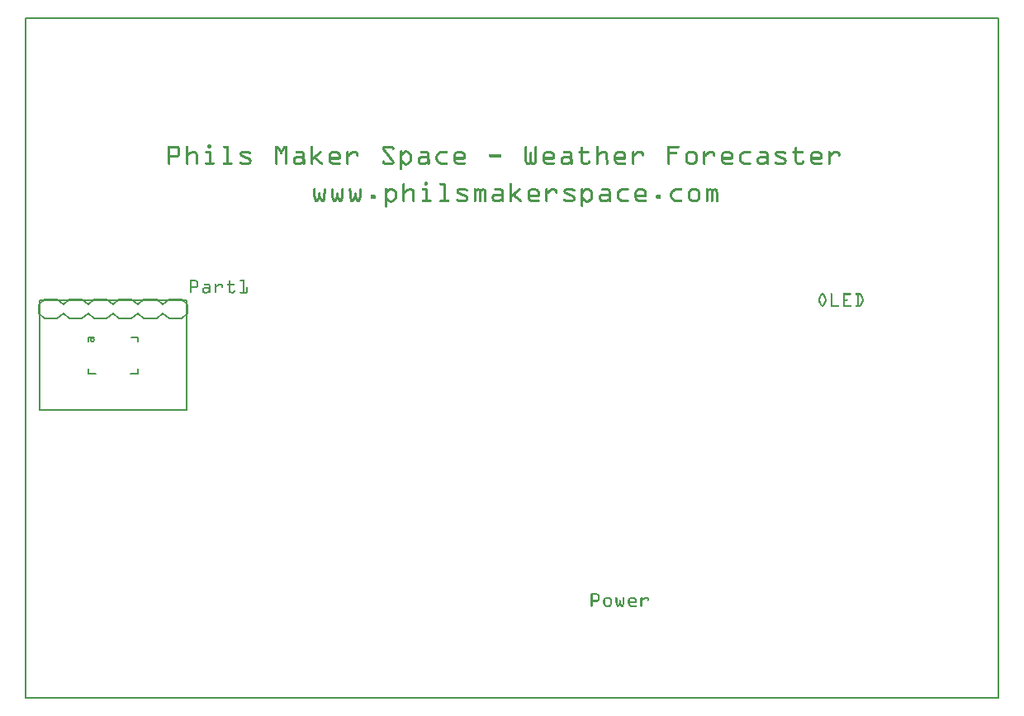
<source format=gto>
G04 MADE WITH FRITZING*
G04 WWW.FRITZING.ORG*
G04 SINGLE SIDED*
G04 HOLES NOT PLATED*
G04 CONTOUR ON CENTER OF CONTOUR VECTOR*
%ASAXBY*%
%FSLAX23Y23*%
%MOIN*%
%OFA0B0*%
%SFA1.0B1.0*%
%ADD10C,0.020830X0.0107903*%
%ADD11R,3.937010X2.755910X3.921010X2.739910*%
%ADD12C,0.008000*%
%ADD13C,0.008031*%
%ADD14C,0.005020*%
%ADD15R,0.001000X0.001000*%
%LNSILK1*%
G90*
G70*
G54D10*
X275Y1451D03*
G54D12*
X4Y2752D02*
X3933Y2752D01*
X3933Y4D01*
X4Y4D01*
X4Y2752D01*
D02*
G54D13*
X559Y1595D02*
X584Y1613D01*
D02*
X584Y1613D02*
X634Y1613D01*
D02*
X634Y1613D02*
X659Y1595D01*
D02*
X659Y1557D02*
X634Y1538D01*
D02*
X634Y1538D02*
X584Y1538D01*
D02*
X584Y1538D02*
X559Y1557D01*
D02*
X383Y1613D02*
X433Y1613D01*
D02*
X433Y1613D02*
X458Y1595D01*
D02*
X458Y1557D02*
X433Y1538D01*
D02*
X458Y1595D02*
X483Y1613D01*
D02*
X483Y1613D02*
X534Y1613D01*
D02*
X534Y1613D02*
X559Y1595D01*
D02*
X559Y1557D02*
X534Y1538D01*
D02*
X534Y1538D02*
X483Y1538D01*
D02*
X483Y1538D02*
X458Y1557D01*
D02*
X258Y1595D02*
X283Y1613D01*
D02*
X283Y1613D02*
X333Y1613D01*
D02*
X333Y1613D02*
X358Y1595D01*
D02*
X358Y1557D02*
X333Y1538D01*
D02*
X333Y1538D02*
X283Y1538D01*
D02*
X283Y1538D02*
X258Y1557D01*
D02*
X383Y1613D02*
X358Y1595D01*
D02*
X358Y1557D02*
X383Y1538D01*
D02*
X433Y1538D02*
X383Y1538D01*
D02*
X82Y1613D02*
X132Y1613D01*
D02*
X132Y1613D02*
X157Y1595D01*
D02*
X157Y1557D02*
X132Y1538D01*
D02*
X157Y1595D02*
X182Y1613D01*
D02*
X182Y1613D02*
X233Y1613D01*
D02*
X233Y1613D02*
X258Y1595D01*
D02*
X258Y1557D02*
X233Y1538D01*
D02*
X233Y1538D02*
X182Y1538D01*
D02*
X182Y1538D02*
X157Y1557D01*
D02*
X57Y1595D02*
X57Y1557D01*
D02*
X82Y1613D02*
X57Y1595D01*
D02*
X57Y1557D02*
X82Y1538D01*
D02*
X132Y1538D02*
X82Y1538D01*
D02*
X659Y1595D02*
X659Y1557D01*
G54D14*
D02*
X259Y1462D02*
X259Y1445D01*
D02*
X259Y1462D02*
X283Y1462D01*
D02*
X457Y1462D02*
X433Y1462D01*
D02*
X457Y1462D02*
X457Y1445D01*
D02*
X259Y1315D02*
X259Y1333D01*
D02*
X259Y1315D02*
X287Y1315D01*
D02*
X457Y1315D02*
X429Y1315D01*
D02*
X457Y1315D02*
X457Y1333D01*
G54D13*
X61Y1167D02*
X655Y1167D01*
X655Y1610D01*
X61Y1610D01*
X61Y1167D01*
D02*
G54D15*
X741Y2239D02*
X751Y2239D01*
X740Y2238D02*
X752Y2238D01*
X740Y2237D02*
X753Y2237D01*
X739Y2236D02*
X753Y2236D01*
X580Y2235D02*
X618Y2235D01*
X655Y2235D02*
X659Y2235D01*
X739Y2235D02*
X753Y2235D01*
X804Y2235D02*
X823Y2235D01*
X1012Y2235D02*
X1024Y2235D01*
X1049Y2235D02*
X1061Y2235D01*
X1159Y2235D02*
X1163Y2235D01*
X1452Y2235D02*
X1484Y2235D01*
X2023Y2235D02*
X2027Y2235D01*
X2063Y2235D02*
X2066Y2235D01*
X2311Y2235D02*
X2315Y2235D01*
X2596Y2235D02*
X2642Y2235D01*
X580Y2234D02*
X621Y2234D01*
X654Y2234D02*
X660Y2234D01*
X739Y2234D02*
X753Y2234D01*
X803Y2234D02*
X824Y2234D01*
X1012Y2234D02*
X1025Y2234D01*
X1048Y2234D02*
X1061Y2234D01*
X1158Y2234D02*
X1164Y2234D01*
X1450Y2234D02*
X1486Y2234D01*
X2022Y2234D02*
X2028Y2234D01*
X2061Y2234D02*
X2068Y2234D01*
X2310Y2234D02*
X2316Y2234D01*
X2596Y2234D02*
X2644Y2234D01*
X580Y2233D02*
X623Y2233D01*
X653Y2233D02*
X661Y2233D01*
X739Y2233D02*
X753Y2233D01*
X802Y2233D02*
X825Y2233D01*
X1012Y2233D02*
X1026Y2233D01*
X1047Y2233D02*
X1061Y2233D01*
X1157Y2233D02*
X1165Y2233D01*
X1448Y2233D02*
X1488Y2233D01*
X2021Y2233D02*
X2029Y2233D01*
X2061Y2233D02*
X2068Y2233D01*
X2309Y2233D02*
X2317Y2233D01*
X2596Y2233D02*
X2644Y2233D01*
X580Y2232D02*
X624Y2232D01*
X653Y2232D02*
X661Y2232D01*
X739Y2232D02*
X753Y2232D01*
X801Y2232D02*
X825Y2232D01*
X1012Y2232D02*
X1027Y2232D01*
X1047Y2232D02*
X1061Y2232D01*
X1157Y2232D02*
X1165Y2232D01*
X1447Y2232D02*
X1489Y2232D01*
X2021Y2232D02*
X2029Y2232D01*
X2060Y2232D02*
X2069Y2232D01*
X2309Y2232D02*
X2317Y2232D01*
X2596Y2232D02*
X2645Y2232D01*
X580Y2231D02*
X625Y2231D01*
X652Y2231D02*
X661Y2231D01*
X739Y2231D02*
X753Y2231D01*
X801Y2231D02*
X825Y2231D01*
X1012Y2231D02*
X1027Y2231D01*
X1046Y2231D02*
X1061Y2231D01*
X1156Y2231D02*
X1165Y2231D01*
X1446Y2231D02*
X1490Y2231D01*
X2020Y2231D02*
X2029Y2231D01*
X2060Y2231D02*
X2069Y2231D01*
X2249Y2231D02*
X2252Y2231D01*
X2308Y2231D02*
X2317Y2231D01*
X2596Y2231D02*
X2645Y2231D01*
X3113Y2231D02*
X3116Y2231D01*
X580Y2230D02*
X626Y2230D01*
X652Y2230D02*
X661Y2230D01*
X739Y2230D02*
X753Y2230D01*
X801Y2230D02*
X825Y2230D01*
X1012Y2230D02*
X1028Y2230D01*
X1045Y2230D02*
X1061Y2230D01*
X1156Y2230D02*
X1165Y2230D01*
X1446Y2230D02*
X1491Y2230D01*
X2020Y2230D02*
X2029Y2230D01*
X2060Y2230D02*
X2069Y2230D01*
X2248Y2230D02*
X2254Y2230D01*
X2308Y2230D02*
X2317Y2230D01*
X2596Y2230D02*
X2645Y2230D01*
X3112Y2230D02*
X3118Y2230D01*
X580Y2229D02*
X626Y2229D01*
X652Y2229D02*
X661Y2229D01*
X739Y2229D02*
X753Y2229D01*
X802Y2229D02*
X825Y2229D01*
X1012Y2229D02*
X1029Y2229D01*
X1045Y2229D02*
X1061Y2229D01*
X1156Y2229D02*
X1165Y2229D01*
X1445Y2229D02*
X1491Y2229D01*
X2020Y2229D02*
X2029Y2229D01*
X2060Y2229D02*
X2069Y2229D01*
X2247Y2229D02*
X2255Y2229D01*
X2308Y2229D02*
X2317Y2229D01*
X2596Y2229D02*
X2645Y2229D01*
X3111Y2229D02*
X3119Y2229D01*
X580Y2228D02*
X627Y2228D01*
X652Y2228D02*
X661Y2228D01*
X740Y2228D02*
X752Y2228D01*
X802Y2228D02*
X825Y2228D01*
X1012Y2228D02*
X1029Y2228D01*
X1044Y2228D02*
X1061Y2228D01*
X1156Y2228D02*
X1165Y2228D01*
X1445Y2228D02*
X1492Y2228D01*
X2020Y2228D02*
X2029Y2228D01*
X2060Y2228D02*
X2069Y2228D01*
X2246Y2228D02*
X2255Y2228D01*
X2308Y2228D02*
X2317Y2228D01*
X2596Y2228D02*
X2644Y2228D01*
X3110Y2228D02*
X3119Y2228D01*
X580Y2227D02*
X628Y2227D01*
X652Y2227D02*
X661Y2227D01*
X741Y2227D02*
X751Y2227D01*
X803Y2227D02*
X825Y2227D01*
X1012Y2227D02*
X1030Y2227D01*
X1043Y2227D02*
X1061Y2227D01*
X1156Y2227D02*
X1165Y2227D01*
X1445Y2227D02*
X1492Y2227D01*
X2020Y2227D02*
X2029Y2227D01*
X2060Y2227D02*
X2069Y2227D01*
X2246Y2227D02*
X2255Y2227D01*
X2308Y2227D02*
X2317Y2227D01*
X2596Y2227D02*
X2643Y2227D01*
X3110Y2227D02*
X3119Y2227D01*
X580Y2226D02*
X628Y2226D01*
X652Y2226D02*
X661Y2226D01*
X742Y2226D02*
X750Y2226D01*
X805Y2226D02*
X825Y2226D01*
X1012Y2226D02*
X1031Y2226D01*
X1043Y2226D02*
X1061Y2226D01*
X1156Y2226D02*
X1165Y2226D01*
X1444Y2226D02*
X1493Y2226D01*
X2020Y2226D02*
X2029Y2226D01*
X2060Y2226D02*
X2069Y2226D01*
X2246Y2226D02*
X2255Y2226D01*
X2308Y2226D02*
X2317Y2226D01*
X2596Y2226D02*
X2642Y2226D01*
X3110Y2226D02*
X3119Y2226D01*
X580Y2225D02*
X589Y2225D01*
X617Y2225D02*
X628Y2225D01*
X652Y2225D02*
X661Y2225D01*
X816Y2225D02*
X825Y2225D01*
X1012Y2225D02*
X1031Y2225D01*
X1042Y2225D02*
X1061Y2225D01*
X1156Y2225D02*
X1165Y2225D01*
X1444Y2225D02*
X1454Y2225D01*
X1482Y2225D02*
X1493Y2225D01*
X2020Y2225D02*
X2029Y2225D01*
X2060Y2225D02*
X2069Y2225D01*
X2246Y2225D02*
X2255Y2225D01*
X2308Y2225D02*
X2317Y2225D01*
X2596Y2225D02*
X2605Y2225D01*
X3110Y2225D02*
X3119Y2225D01*
X580Y2224D02*
X589Y2224D01*
X619Y2224D02*
X629Y2224D01*
X652Y2224D02*
X661Y2224D01*
X816Y2224D02*
X825Y2224D01*
X1012Y2224D02*
X1032Y2224D01*
X1041Y2224D02*
X1061Y2224D01*
X1156Y2224D02*
X1165Y2224D01*
X1444Y2224D02*
X1453Y2224D01*
X1483Y2224D02*
X1493Y2224D01*
X2020Y2224D02*
X2029Y2224D01*
X2060Y2224D02*
X2069Y2224D01*
X2246Y2224D02*
X2255Y2224D01*
X2308Y2224D02*
X2317Y2224D01*
X2596Y2224D02*
X2605Y2224D01*
X3110Y2224D02*
X3119Y2224D01*
X580Y2223D02*
X589Y2223D01*
X619Y2223D02*
X629Y2223D01*
X652Y2223D02*
X661Y2223D01*
X816Y2223D02*
X825Y2223D01*
X1012Y2223D02*
X1033Y2223D01*
X1041Y2223D02*
X1061Y2223D01*
X1156Y2223D02*
X1165Y2223D01*
X1444Y2223D02*
X1454Y2223D01*
X1484Y2223D02*
X1493Y2223D01*
X2020Y2223D02*
X2029Y2223D01*
X2060Y2223D02*
X2069Y2223D01*
X2246Y2223D02*
X2255Y2223D01*
X2308Y2223D02*
X2317Y2223D01*
X2596Y2223D02*
X2605Y2223D01*
X3110Y2223D02*
X3119Y2223D01*
X580Y2222D02*
X589Y2222D01*
X620Y2222D02*
X629Y2222D01*
X652Y2222D02*
X661Y2222D01*
X816Y2222D02*
X825Y2222D01*
X1012Y2222D02*
X1034Y2222D01*
X1040Y2222D02*
X1061Y2222D01*
X1156Y2222D02*
X1165Y2222D01*
X1445Y2222D02*
X1455Y2222D01*
X1484Y2222D02*
X1493Y2222D01*
X2020Y2222D02*
X2029Y2222D01*
X2060Y2222D02*
X2069Y2222D01*
X2246Y2222D02*
X2255Y2222D01*
X2308Y2222D02*
X2317Y2222D01*
X2596Y2222D02*
X2605Y2222D01*
X3110Y2222D02*
X3119Y2222D01*
X580Y2221D02*
X589Y2221D01*
X620Y2221D02*
X629Y2221D01*
X652Y2221D02*
X661Y2221D01*
X816Y2221D02*
X825Y2221D01*
X1012Y2221D02*
X1034Y2221D01*
X1039Y2221D02*
X1050Y2221D01*
X1052Y2221D02*
X1061Y2221D01*
X1156Y2221D02*
X1165Y2221D01*
X1445Y2221D02*
X1456Y2221D01*
X1484Y2221D02*
X1493Y2221D01*
X2020Y2221D02*
X2029Y2221D01*
X2060Y2221D02*
X2069Y2221D01*
X2246Y2221D02*
X2255Y2221D01*
X2308Y2221D02*
X2317Y2221D01*
X2596Y2221D02*
X2605Y2221D01*
X3110Y2221D02*
X3119Y2221D01*
X580Y2220D02*
X589Y2220D01*
X620Y2220D02*
X629Y2220D01*
X652Y2220D02*
X661Y2220D01*
X816Y2220D02*
X825Y2220D01*
X1012Y2220D02*
X1021Y2220D01*
X1024Y2220D02*
X1035Y2220D01*
X1038Y2220D02*
X1050Y2220D01*
X1052Y2220D02*
X1061Y2220D01*
X1156Y2220D02*
X1165Y2220D01*
X1445Y2220D02*
X1456Y2220D01*
X1485Y2220D02*
X1493Y2220D01*
X2020Y2220D02*
X2029Y2220D01*
X2060Y2220D02*
X2069Y2220D01*
X2246Y2220D02*
X2255Y2220D01*
X2308Y2220D02*
X2317Y2220D01*
X2596Y2220D02*
X2605Y2220D01*
X3110Y2220D02*
X3119Y2220D01*
X580Y2219D02*
X589Y2219D01*
X620Y2219D02*
X629Y2219D01*
X652Y2219D02*
X661Y2219D01*
X816Y2219D02*
X825Y2219D01*
X1012Y2219D02*
X1021Y2219D01*
X1024Y2219D02*
X1036Y2219D01*
X1038Y2219D02*
X1049Y2219D01*
X1052Y2219D02*
X1061Y2219D01*
X1156Y2219D02*
X1165Y2219D01*
X1446Y2219D02*
X1457Y2219D01*
X1485Y2219D02*
X1492Y2219D01*
X2020Y2219D02*
X2029Y2219D01*
X2060Y2219D02*
X2069Y2219D01*
X2246Y2219D02*
X2255Y2219D01*
X2308Y2219D02*
X2317Y2219D01*
X2596Y2219D02*
X2605Y2219D01*
X3110Y2219D02*
X3119Y2219D01*
X580Y2218D02*
X589Y2218D01*
X620Y2218D02*
X629Y2218D01*
X652Y2218D02*
X661Y2218D01*
X816Y2218D02*
X825Y2218D01*
X1012Y2218D02*
X1021Y2218D01*
X1025Y2218D02*
X1048Y2218D01*
X1052Y2218D02*
X1061Y2218D01*
X1156Y2218D02*
X1165Y2218D01*
X1446Y2218D02*
X1458Y2218D01*
X1486Y2218D02*
X1491Y2218D01*
X2020Y2218D02*
X2029Y2218D01*
X2060Y2218D02*
X2069Y2218D01*
X2246Y2218D02*
X2255Y2218D01*
X2308Y2218D02*
X2317Y2218D01*
X2596Y2218D02*
X2605Y2218D01*
X3110Y2218D02*
X3119Y2218D01*
X580Y2217D02*
X589Y2217D01*
X620Y2217D02*
X629Y2217D01*
X652Y2217D02*
X661Y2217D01*
X816Y2217D02*
X825Y2217D01*
X1012Y2217D02*
X1021Y2217D01*
X1026Y2217D02*
X1048Y2217D01*
X1052Y2217D02*
X1061Y2217D01*
X1156Y2217D02*
X1165Y2217D01*
X1447Y2217D02*
X1459Y2217D01*
X2020Y2217D02*
X2029Y2217D01*
X2060Y2217D02*
X2069Y2217D01*
X2246Y2217D02*
X2255Y2217D01*
X2308Y2217D02*
X2317Y2217D01*
X2596Y2217D02*
X2605Y2217D01*
X3110Y2217D02*
X3119Y2217D01*
X580Y2216D02*
X589Y2216D01*
X620Y2216D02*
X629Y2216D01*
X652Y2216D02*
X661Y2216D01*
X816Y2216D02*
X825Y2216D01*
X1012Y2216D02*
X1021Y2216D01*
X1026Y2216D02*
X1047Y2216D01*
X1052Y2216D02*
X1061Y2216D01*
X1156Y2216D02*
X1165Y2216D01*
X1448Y2216D02*
X1460Y2216D01*
X1519Y2216D02*
X1523Y2216D01*
X1536Y2216D02*
X1545Y2216D01*
X2020Y2216D02*
X2029Y2216D01*
X2060Y2216D02*
X2069Y2216D01*
X2246Y2216D02*
X2255Y2216D01*
X2308Y2216D02*
X2317Y2216D01*
X2596Y2216D02*
X2605Y2216D01*
X3110Y2216D02*
X3119Y2216D01*
X580Y2215D02*
X589Y2215D01*
X620Y2215D02*
X629Y2215D01*
X652Y2215D02*
X661Y2215D01*
X816Y2215D02*
X825Y2215D01*
X1012Y2215D02*
X1021Y2215D01*
X1027Y2215D02*
X1046Y2215D01*
X1052Y2215D02*
X1061Y2215D01*
X1156Y2215D02*
X1165Y2215D01*
X1448Y2215D02*
X1460Y2215D01*
X1518Y2215D02*
X1524Y2215D01*
X1534Y2215D02*
X1548Y2215D01*
X2020Y2215D02*
X2029Y2215D01*
X2060Y2215D02*
X2069Y2215D01*
X2246Y2215D02*
X2255Y2215D01*
X2308Y2215D02*
X2317Y2215D01*
X2596Y2215D02*
X2605Y2215D01*
X3110Y2215D02*
X3119Y2215D01*
X580Y2214D02*
X589Y2214D01*
X620Y2214D02*
X629Y2214D01*
X652Y2214D02*
X661Y2214D01*
X676Y2214D02*
X689Y2214D01*
X732Y2214D02*
X750Y2214D01*
X816Y2214D02*
X825Y2214D01*
X879Y2214D02*
X907Y2214D01*
X1012Y2214D02*
X1021Y2214D01*
X1028Y2214D02*
X1046Y2214D01*
X1052Y2214D02*
X1061Y2214D01*
X1097Y2214D02*
X1121Y2214D01*
X1156Y2214D02*
X1165Y2214D01*
X1194Y2214D02*
X1197Y2214D01*
X1243Y2214D02*
X1262Y2214D01*
X1303Y2214D02*
X1306Y2214D01*
X1323Y2214D02*
X1338Y2214D01*
X1449Y2214D02*
X1461Y2214D01*
X1517Y2214D02*
X1525Y2214D01*
X1532Y2214D02*
X1550Y2214D01*
X1601Y2214D02*
X1625Y2214D01*
X1680Y2214D02*
X1706Y2214D01*
X1747Y2214D02*
X1766Y2214D01*
X2020Y2214D02*
X2029Y2214D01*
X2060Y2214D02*
X2069Y2214D01*
X2107Y2214D02*
X2126Y2214D01*
X2177Y2214D02*
X2201Y2214D01*
X2239Y2214D02*
X2277Y2214D01*
X2308Y2214D02*
X2317Y2214D01*
X2332Y2214D02*
X2345Y2214D01*
X2395Y2214D02*
X2414Y2214D01*
X2455Y2214D02*
X2458Y2214D01*
X2475Y2214D02*
X2490Y2214D01*
X2596Y2214D02*
X2605Y2214D01*
X2683Y2214D02*
X2702Y2214D01*
X2743Y2214D02*
X2746Y2214D01*
X2763Y2214D02*
X2778Y2214D01*
X2827Y2214D02*
X2846Y2214D01*
X2904Y2214D02*
X2930Y2214D01*
X2969Y2214D02*
X2993Y2214D01*
X3039Y2214D02*
X3067Y2214D01*
X3103Y2214D02*
X3141Y2214D01*
X3187Y2214D02*
X3206Y2214D01*
X3247Y2214D02*
X3250Y2214D01*
X3267Y2214D02*
X3282Y2214D01*
X580Y2213D02*
X589Y2213D01*
X620Y2213D02*
X629Y2213D01*
X652Y2213D02*
X661Y2213D01*
X674Y2213D02*
X691Y2213D01*
X731Y2213D02*
X752Y2213D01*
X816Y2213D02*
X825Y2213D01*
X876Y2213D02*
X909Y2213D01*
X1012Y2213D02*
X1021Y2213D01*
X1028Y2213D02*
X1045Y2213D01*
X1052Y2213D02*
X1061Y2213D01*
X1096Y2213D02*
X1123Y2213D01*
X1156Y2213D02*
X1165Y2213D01*
X1192Y2213D02*
X1199Y2213D01*
X1240Y2213D02*
X1265Y2213D01*
X1302Y2213D02*
X1308Y2213D01*
X1321Y2213D02*
X1341Y2213D01*
X1450Y2213D02*
X1462Y2213D01*
X1517Y2213D02*
X1525Y2213D01*
X1531Y2213D02*
X1551Y2213D01*
X1600Y2213D02*
X1627Y2213D01*
X1677Y2213D02*
X1708Y2213D01*
X1744Y2213D02*
X1769Y2213D01*
X2020Y2213D02*
X2029Y2213D01*
X2060Y2213D02*
X2069Y2213D01*
X2104Y2213D02*
X2129Y2213D01*
X2176Y2213D02*
X2203Y2213D01*
X2238Y2213D02*
X2279Y2213D01*
X2308Y2213D02*
X2317Y2213D01*
X2330Y2213D02*
X2347Y2213D01*
X2392Y2213D02*
X2417Y2213D01*
X2454Y2213D02*
X2460Y2213D01*
X2473Y2213D02*
X2493Y2213D01*
X2596Y2213D02*
X2605Y2213D01*
X2680Y2213D02*
X2705Y2213D01*
X2742Y2213D02*
X2748Y2213D01*
X2761Y2213D02*
X2781Y2213D01*
X2824Y2213D02*
X2849Y2213D01*
X2901Y2213D02*
X2932Y2213D01*
X2968Y2213D02*
X2995Y2213D01*
X3036Y2213D02*
X3069Y2213D01*
X3102Y2213D02*
X3143Y2213D01*
X3184Y2213D02*
X3209Y2213D01*
X3246Y2213D02*
X3252Y2213D01*
X3265Y2213D02*
X3285Y2213D01*
X580Y2212D02*
X589Y2212D01*
X620Y2212D02*
X629Y2212D01*
X652Y2212D02*
X661Y2212D01*
X672Y2212D02*
X693Y2212D01*
X730Y2212D02*
X752Y2212D01*
X816Y2212D02*
X825Y2212D01*
X875Y2212D02*
X911Y2212D01*
X1012Y2212D02*
X1021Y2212D01*
X1029Y2212D02*
X1044Y2212D01*
X1052Y2212D02*
X1061Y2212D01*
X1095Y2212D02*
X1125Y2212D01*
X1156Y2212D02*
X1165Y2212D01*
X1191Y2212D02*
X1199Y2212D01*
X1239Y2212D02*
X1267Y2212D01*
X1301Y2212D02*
X1309Y2212D01*
X1320Y2212D02*
X1342Y2212D01*
X1451Y2212D02*
X1463Y2212D01*
X1516Y2212D02*
X1525Y2212D01*
X1529Y2212D02*
X1553Y2212D01*
X1599Y2212D02*
X1629Y2212D01*
X1675Y2212D02*
X1708Y2212D01*
X1743Y2212D02*
X1771Y2212D01*
X2020Y2212D02*
X2029Y2212D01*
X2060Y2212D02*
X2069Y2212D01*
X2103Y2212D02*
X2131Y2212D01*
X2175Y2212D02*
X2205Y2212D01*
X2237Y2212D02*
X2279Y2212D01*
X2308Y2212D02*
X2317Y2212D01*
X2328Y2212D02*
X2349Y2212D01*
X2391Y2212D02*
X2419Y2212D01*
X2453Y2212D02*
X2461Y2212D01*
X2472Y2212D02*
X2494Y2212D01*
X2596Y2212D02*
X2605Y2212D01*
X2679Y2212D02*
X2707Y2212D01*
X2741Y2212D02*
X2749Y2212D01*
X2760Y2212D02*
X2782Y2212D01*
X2823Y2212D02*
X2851Y2212D01*
X2899Y2212D02*
X2932Y2212D01*
X2967Y2212D02*
X2997Y2212D01*
X3035Y2212D02*
X3071Y2212D01*
X3101Y2212D02*
X3143Y2212D01*
X3183Y2212D02*
X3211Y2212D01*
X3245Y2212D02*
X3253Y2212D01*
X3264Y2212D02*
X3286Y2212D01*
X580Y2211D02*
X589Y2211D01*
X620Y2211D02*
X629Y2211D01*
X652Y2211D02*
X661Y2211D01*
X670Y2211D02*
X694Y2211D01*
X729Y2211D02*
X753Y2211D01*
X816Y2211D02*
X825Y2211D01*
X874Y2211D02*
X912Y2211D01*
X1012Y2211D02*
X1021Y2211D01*
X1030Y2211D02*
X1043Y2211D01*
X1052Y2211D02*
X1061Y2211D01*
X1094Y2211D02*
X1126Y2211D01*
X1156Y2211D02*
X1165Y2211D01*
X1190Y2211D02*
X1200Y2211D01*
X1237Y2211D02*
X1268Y2211D01*
X1301Y2211D02*
X1309Y2211D01*
X1319Y2211D02*
X1344Y2211D01*
X1452Y2211D02*
X1463Y2211D01*
X1516Y2211D02*
X1525Y2211D01*
X1528Y2211D02*
X1554Y2211D01*
X1598Y2211D02*
X1630Y2211D01*
X1674Y2211D02*
X1709Y2211D01*
X1741Y2211D02*
X1772Y2211D01*
X2020Y2211D02*
X2029Y2211D01*
X2060Y2211D02*
X2069Y2211D01*
X2101Y2211D02*
X2132Y2211D01*
X2174Y2211D02*
X2206Y2211D01*
X2237Y2211D02*
X2280Y2211D01*
X2308Y2211D02*
X2317Y2211D01*
X2326Y2211D02*
X2350Y2211D01*
X2389Y2211D02*
X2420Y2211D01*
X2453Y2211D02*
X2461Y2211D01*
X2471Y2211D02*
X2496Y2211D01*
X2596Y2211D02*
X2605Y2211D01*
X2677Y2211D02*
X2708Y2211D01*
X2741Y2211D02*
X2749Y2211D01*
X2759Y2211D02*
X2784Y2211D01*
X2821Y2211D02*
X2852Y2211D01*
X2898Y2211D02*
X2933Y2211D01*
X2966Y2211D02*
X2998Y2211D01*
X3033Y2211D02*
X3072Y2211D01*
X3101Y2211D02*
X3144Y2211D01*
X3181Y2211D02*
X3212Y2211D01*
X3245Y2211D02*
X3253Y2211D01*
X3263Y2211D02*
X3288Y2211D01*
X580Y2210D02*
X589Y2210D01*
X620Y2210D02*
X629Y2210D01*
X652Y2210D02*
X661Y2210D01*
X669Y2210D02*
X695Y2210D01*
X729Y2210D02*
X753Y2210D01*
X816Y2210D02*
X825Y2210D01*
X873Y2210D02*
X913Y2210D01*
X1012Y2210D02*
X1021Y2210D01*
X1031Y2210D02*
X1043Y2210D01*
X1052Y2210D02*
X1061Y2210D01*
X1094Y2210D02*
X1127Y2210D01*
X1156Y2210D02*
X1165Y2210D01*
X1189Y2210D02*
X1200Y2210D01*
X1236Y2210D02*
X1269Y2210D01*
X1300Y2210D02*
X1309Y2210D01*
X1318Y2210D02*
X1345Y2210D01*
X1452Y2210D02*
X1464Y2210D01*
X1516Y2210D02*
X1525Y2210D01*
X1527Y2210D02*
X1555Y2210D01*
X1598Y2210D02*
X1631Y2210D01*
X1673Y2210D02*
X1709Y2210D01*
X1740Y2210D02*
X1773Y2210D01*
X2020Y2210D02*
X2029Y2210D01*
X2044Y2210D02*
X2046Y2210D01*
X2060Y2210D02*
X2069Y2210D01*
X2100Y2210D02*
X2133Y2210D01*
X2174Y2210D02*
X2207Y2210D01*
X2236Y2210D02*
X2280Y2210D01*
X2308Y2210D02*
X2317Y2210D01*
X2325Y2210D02*
X2351Y2210D01*
X2388Y2210D02*
X2421Y2210D01*
X2452Y2210D02*
X2461Y2210D01*
X2470Y2210D02*
X2497Y2210D01*
X2596Y2210D02*
X2631Y2210D01*
X2676Y2210D02*
X2709Y2210D01*
X2740Y2210D02*
X2749Y2210D01*
X2758Y2210D02*
X2785Y2210D01*
X2820Y2210D02*
X2853Y2210D01*
X2897Y2210D02*
X2933Y2210D01*
X2966Y2210D02*
X2999Y2210D01*
X3033Y2210D02*
X3073Y2210D01*
X3100Y2210D02*
X3144Y2210D01*
X3180Y2210D02*
X3213Y2210D01*
X3244Y2210D02*
X3253Y2210D01*
X3262Y2210D02*
X3289Y2210D01*
X580Y2209D02*
X589Y2209D01*
X620Y2209D02*
X629Y2209D01*
X652Y2209D02*
X661Y2209D01*
X667Y2209D02*
X696Y2209D01*
X729Y2209D02*
X753Y2209D01*
X816Y2209D02*
X825Y2209D01*
X872Y2209D02*
X914Y2209D01*
X1012Y2209D02*
X1021Y2209D01*
X1031Y2209D02*
X1042Y2209D01*
X1052Y2209D02*
X1061Y2209D01*
X1094Y2209D02*
X1128Y2209D01*
X1156Y2209D02*
X1165Y2209D01*
X1188Y2209D02*
X1200Y2209D01*
X1235Y2209D02*
X1271Y2209D01*
X1300Y2209D02*
X1309Y2209D01*
X1317Y2209D02*
X1346Y2209D01*
X1453Y2209D02*
X1465Y2209D01*
X1516Y2209D02*
X1556Y2209D01*
X1598Y2209D02*
X1632Y2209D01*
X1671Y2209D02*
X1709Y2209D01*
X1739Y2209D02*
X1775Y2209D01*
X2020Y2209D02*
X2029Y2209D01*
X2042Y2209D02*
X2047Y2209D01*
X2060Y2209D02*
X2069Y2209D01*
X2099Y2209D02*
X2135Y2209D01*
X2174Y2209D02*
X2208Y2209D01*
X2236Y2209D02*
X2280Y2209D01*
X2308Y2209D02*
X2317Y2209D01*
X2323Y2209D02*
X2352Y2209D01*
X2387Y2209D02*
X2423Y2209D01*
X2452Y2209D02*
X2461Y2209D01*
X2469Y2209D02*
X2498Y2209D01*
X2596Y2209D02*
X2633Y2209D01*
X2675Y2209D02*
X2710Y2209D01*
X2740Y2209D02*
X2749Y2209D01*
X2757Y2209D02*
X2786Y2209D01*
X2819Y2209D02*
X2855Y2209D01*
X2895Y2209D02*
X2933Y2209D01*
X2966Y2209D02*
X3000Y2209D01*
X3032Y2209D02*
X3074Y2209D01*
X3100Y2209D02*
X3144Y2209D01*
X3179Y2209D02*
X3215Y2209D01*
X3244Y2209D02*
X3253Y2209D01*
X3261Y2209D02*
X3290Y2209D01*
X580Y2208D02*
X589Y2208D01*
X620Y2208D02*
X629Y2208D01*
X652Y2208D02*
X661Y2208D01*
X665Y2208D02*
X697Y2208D01*
X729Y2208D02*
X753Y2208D01*
X816Y2208D02*
X825Y2208D01*
X871Y2208D02*
X915Y2208D01*
X1012Y2208D02*
X1021Y2208D01*
X1032Y2208D02*
X1041Y2208D01*
X1052Y2208D02*
X1061Y2208D01*
X1094Y2208D02*
X1129Y2208D01*
X1156Y2208D02*
X1165Y2208D01*
X1187Y2208D02*
X1200Y2208D01*
X1234Y2208D02*
X1272Y2208D01*
X1300Y2208D02*
X1309Y2208D01*
X1316Y2208D02*
X1346Y2208D01*
X1454Y2208D02*
X1466Y2208D01*
X1516Y2208D02*
X1557Y2208D01*
X1598Y2208D02*
X1633Y2208D01*
X1670Y2208D02*
X1709Y2208D01*
X1738Y2208D02*
X1776Y2208D01*
X2020Y2208D02*
X2029Y2208D01*
X2041Y2208D02*
X2048Y2208D01*
X2060Y2208D02*
X2069Y2208D01*
X2098Y2208D02*
X2136Y2208D01*
X2174Y2208D02*
X2209Y2208D01*
X2237Y2208D02*
X2280Y2208D01*
X2308Y2208D02*
X2317Y2208D01*
X2321Y2208D02*
X2353Y2208D01*
X2386Y2208D02*
X2424Y2208D01*
X2452Y2208D02*
X2461Y2208D01*
X2468Y2208D02*
X2498Y2208D01*
X2596Y2208D02*
X2634Y2208D01*
X2674Y2208D02*
X2712Y2208D01*
X2740Y2208D02*
X2749Y2208D01*
X2756Y2208D02*
X2786Y2208D01*
X2818Y2208D02*
X2856Y2208D01*
X2894Y2208D02*
X2933Y2208D01*
X2966Y2208D02*
X3001Y2208D01*
X3031Y2208D02*
X3075Y2208D01*
X3101Y2208D02*
X3144Y2208D01*
X3178Y2208D02*
X3216Y2208D01*
X3244Y2208D02*
X3253Y2208D01*
X3260Y2208D02*
X3290Y2208D01*
X580Y2207D02*
X589Y2207D01*
X620Y2207D02*
X629Y2207D01*
X652Y2207D02*
X661Y2207D01*
X664Y2207D02*
X698Y2207D01*
X730Y2207D02*
X753Y2207D01*
X816Y2207D02*
X825Y2207D01*
X871Y2207D02*
X916Y2207D01*
X1012Y2207D02*
X1021Y2207D01*
X1032Y2207D02*
X1041Y2207D01*
X1052Y2207D02*
X1061Y2207D01*
X1095Y2207D02*
X1130Y2207D01*
X1156Y2207D02*
X1165Y2207D01*
X1185Y2207D02*
X1199Y2207D01*
X1233Y2207D02*
X1273Y2207D01*
X1300Y2207D02*
X1309Y2207D01*
X1314Y2207D02*
X1347Y2207D01*
X1455Y2207D02*
X1467Y2207D01*
X1516Y2207D02*
X1558Y2207D01*
X1599Y2207D02*
X1634Y2207D01*
X1669Y2207D02*
X1708Y2207D01*
X1737Y2207D02*
X1777Y2207D01*
X2020Y2207D02*
X2029Y2207D01*
X2040Y2207D02*
X2049Y2207D01*
X2060Y2207D02*
X2069Y2207D01*
X2097Y2207D02*
X2137Y2207D01*
X2175Y2207D02*
X2210Y2207D01*
X2237Y2207D02*
X2279Y2207D01*
X2308Y2207D02*
X2317Y2207D01*
X2320Y2207D02*
X2354Y2207D01*
X2385Y2207D02*
X2425Y2207D01*
X2452Y2207D02*
X2461Y2207D01*
X2466Y2207D02*
X2499Y2207D01*
X2596Y2207D02*
X2635Y2207D01*
X2673Y2207D02*
X2713Y2207D01*
X2740Y2207D02*
X2749Y2207D01*
X2754Y2207D02*
X2787Y2207D01*
X2817Y2207D02*
X2857Y2207D01*
X2893Y2207D02*
X2932Y2207D01*
X2967Y2207D02*
X3002Y2207D01*
X3031Y2207D02*
X3076Y2207D01*
X3101Y2207D02*
X3143Y2207D01*
X3177Y2207D02*
X3217Y2207D01*
X3244Y2207D02*
X3253Y2207D01*
X3258Y2207D02*
X3291Y2207D01*
X580Y2206D02*
X589Y2206D01*
X620Y2206D02*
X629Y2206D01*
X652Y2206D02*
X698Y2206D01*
X731Y2206D02*
X753Y2206D01*
X816Y2206D02*
X825Y2206D01*
X870Y2206D02*
X916Y2206D01*
X1012Y2206D02*
X1021Y2206D01*
X1032Y2206D02*
X1041Y2206D01*
X1052Y2206D02*
X1061Y2206D01*
X1096Y2206D02*
X1130Y2206D01*
X1156Y2206D02*
X1165Y2206D01*
X1184Y2206D02*
X1199Y2206D01*
X1232Y2206D02*
X1274Y2206D01*
X1300Y2206D02*
X1309Y2206D01*
X1313Y2206D02*
X1348Y2206D01*
X1455Y2206D02*
X1467Y2206D01*
X1516Y2206D02*
X1537Y2206D01*
X1545Y2206D02*
X1559Y2206D01*
X1600Y2206D02*
X1634Y2206D01*
X1668Y2206D02*
X1708Y2206D01*
X1736Y2206D02*
X1778Y2206D01*
X2020Y2206D02*
X2029Y2206D01*
X2040Y2206D02*
X2049Y2206D01*
X2060Y2206D02*
X2069Y2206D01*
X2096Y2206D02*
X2138Y2206D01*
X2176Y2206D02*
X2210Y2206D01*
X2238Y2206D02*
X2279Y2206D01*
X2308Y2206D02*
X2354Y2206D01*
X2384Y2206D02*
X2426Y2206D01*
X2452Y2206D02*
X2461Y2206D01*
X2465Y2206D02*
X2500Y2206D01*
X2596Y2206D02*
X2635Y2206D01*
X2672Y2206D02*
X2714Y2206D01*
X2740Y2206D02*
X2749Y2206D01*
X2753Y2206D02*
X2788Y2206D01*
X2816Y2206D02*
X2858Y2206D01*
X2892Y2206D02*
X2932Y2206D01*
X2968Y2206D02*
X3002Y2206D01*
X3030Y2206D02*
X3076Y2206D01*
X3102Y2206D02*
X3143Y2206D01*
X3176Y2206D02*
X3218Y2206D01*
X3244Y2206D02*
X3253Y2206D01*
X3257Y2206D02*
X3292Y2206D01*
X580Y2205D02*
X589Y2205D01*
X620Y2205D02*
X629Y2205D01*
X652Y2205D02*
X699Y2205D01*
X732Y2205D02*
X753Y2205D01*
X816Y2205D02*
X825Y2205D01*
X870Y2205D02*
X916Y2205D01*
X1012Y2205D02*
X1021Y2205D01*
X1032Y2205D02*
X1041Y2205D01*
X1052Y2205D02*
X1061Y2205D01*
X1097Y2205D02*
X1131Y2205D01*
X1156Y2205D02*
X1165Y2205D01*
X1183Y2205D02*
X1198Y2205D01*
X1231Y2205D02*
X1274Y2205D01*
X1300Y2205D02*
X1309Y2205D01*
X1312Y2205D02*
X1348Y2205D01*
X1456Y2205D02*
X1468Y2205D01*
X1516Y2205D02*
X1536Y2205D01*
X1546Y2205D02*
X1560Y2205D01*
X1601Y2205D02*
X1635Y2205D01*
X1667Y2205D02*
X1706Y2205D01*
X1735Y2205D02*
X1778Y2205D01*
X2020Y2205D02*
X2029Y2205D01*
X2040Y2205D02*
X2049Y2205D01*
X2060Y2205D02*
X2069Y2205D01*
X2095Y2205D02*
X2138Y2205D01*
X2177Y2205D02*
X2211Y2205D01*
X2239Y2205D02*
X2277Y2205D01*
X2308Y2205D02*
X2355Y2205D01*
X2383Y2205D02*
X2426Y2205D01*
X2452Y2205D02*
X2461Y2205D01*
X2464Y2205D02*
X2500Y2205D01*
X2596Y2205D02*
X2635Y2205D01*
X2671Y2205D02*
X2714Y2205D01*
X2740Y2205D02*
X2749Y2205D01*
X2752Y2205D02*
X2788Y2205D01*
X2815Y2205D02*
X2858Y2205D01*
X2891Y2205D02*
X2930Y2205D01*
X2969Y2205D02*
X3003Y2205D01*
X3030Y2205D02*
X3076Y2205D01*
X3103Y2205D02*
X3141Y2205D01*
X3175Y2205D02*
X3218Y2205D01*
X3244Y2205D02*
X3253Y2205D01*
X3256Y2205D02*
X3292Y2205D01*
X580Y2204D02*
X589Y2204D01*
X620Y2204D02*
X629Y2204D01*
X652Y2204D02*
X677Y2204D01*
X688Y2204D02*
X699Y2204D01*
X744Y2204D02*
X753Y2204D01*
X816Y2204D02*
X825Y2204D01*
X870Y2204D02*
X880Y2204D01*
X905Y2204D02*
X916Y2204D01*
X1012Y2204D02*
X1021Y2204D01*
X1032Y2204D02*
X1041Y2204D01*
X1052Y2204D02*
X1061Y2204D01*
X1120Y2204D02*
X1131Y2204D01*
X1156Y2204D02*
X1165Y2204D01*
X1182Y2204D02*
X1196Y2204D01*
X1231Y2204D02*
X1244Y2204D01*
X1261Y2204D02*
X1275Y2204D01*
X1300Y2204D02*
X1325Y2204D01*
X1337Y2204D02*
X1348Y2204D01*
X1457Y2204D02*
X1469Y2204D01*
X1516Y2204D02*
X1535Y2204D01*
X1547Y2204D02*
X1561Y2204D01*
X1624Y2204D02*
X1635Y2204D01*
X1666Y2204D02*
X1681Y2204D01*
X1735Y2204D02*
X1748Y2204D01*
X1765Y2204D02*
X1779Y2204D01*
X2020Y2204D02*
X2029Y2204D01*
X2040Y2204D02*
X2049Y2204D01*
X2060Y2204D02*
X2069Y2204D01*
X2095Y2204D02*
X2108Y2204D01*
X2125Y2204D02*
X2139Y2204D01*
X2200Y2204D02*
X2211Y2204D01*
X2246Y2204D02*
X2255Y2204D01*
X2308Y2204D02*
X2333Y2204D01*
X2344Y2204D02*
X2355Y2204D01*
X2383Y2204D02*
X2396Y2204D01*
X2413Y2204D02*
X2427Y2204D01*
X2452Y2204D02*
X2477Y2204D01*
X2489Y2204D02*
X2500Y2204D01*
X2596Y2204D02*
X2635Y2204D01*
X2671Y2204D02*
X2684Y2204D01*
X2701Y2204D02*
X2715Y2204D01*
X2740Y2204D02*
X2765Y2204D01*
X2777Y2204D02*
X2788Y2204D01*
X2815Y2204D02*
X2828Y2204D01*
X2845Y2204D02*
X2859Y2204D01*
X2890Y2204D02*
X2905Y2204D01*
X2992Y2204D02*
X3003Y2204D01*
X3030Y2204D02*
X3040Y2204D01*
X3065Y2204D02*
X3076Y2204D01*
X3110Y2204D02*
X3119Y2204D01*
X3175Y2204D02*
X3188Y2204D01*
X3205Y2204D02*
X3219Y2204D01*
X3244Y2204D02*
X3269Y2204D01*
X3281Y2204D02*
X3292Y2204D01*
X580Y2203D02*
X589Y2203D01*
X620Y2203D02*
X629Y2203D01*
X652Y2203D02*
X675Y2203D01*
X689Y2203D02*
X699Y2203D01*
X744Y2203D02*
X753Y2203D01*
X816Y2203D02*
X825Y2203D01*
X870Y2203D02*
X879Y2203D01*
X907Y2203D02*
X915Y2203D01*
X1012Y2203D02*
X1021Y2203D01*
X1033Y2203D02*
X1041Y2203D01*
X1052Y2203D02*
X1061Y2203D01*
X1121Y2203D02*
X1131Y2203D01*
X1156Y2203D02*
X1165Y2203D01*
X1181Y2203D02*
X1195Y2203D01*
X1230Y2203D02*
X1242Y2203D01*
X1263Y2203D02*
X1276Y2203D01*
X1300Y2203D02*
X1324Y2203D01*
X1338Y2203D02*
X1349Y2203D01*
X1458Y2203D02*
X1470Y2203D01*
X1516Y2203D02*
X1534Y2203D01*
X1548Y2203D02*
X1562Y2203D01*
X1625Y2203D02*
X1635Y2203D01*
X1665Y2203D02*
X1679Y2203D01*
X1734Y2203D02*
X1746Y2203D01*
X1767Y2203D02*
X1780Y2203D01*
X2020Y2203D02*
X2029Y2203D01*
X2040Y2203D02*
X2049Y2203D01*
X2060Y2203D02*
X2069Y2203D01*
X2094Y2203D02*
X2106Y2203D01*
X2127Y2203D02*
X2140Y2203D01*
X2201Y2203D02*
X2211Y2203D01*
X2246Y2203D02*
X2255Y2203D01*
X2308Y2203D02*
X2331Y2203D01*
X2345Y2203D02*
X2355Y2203D01*
X2382Y2203D02*
X2394Y2203D01*
X2415Y2203D02*
X2428Y2203D01*
X2452Y2203D02*
X2476Y2203D01*
X2490Y2203D02*
X2501Y2203D01*
X2596Y2203D02*
X2635Y2203D01*
X2670Y2203D02*
X2682Y2203D01*
X2703Y2203D02*
X2716Y2203D01*
X2740Y2203D02*
X2764Y2203D01*
X2778Y2203D02*
X2789Y2203D01*
X2814Y2203D02*
X2826Y2203D01*
X2847Y2203D02*
X2860Y2203D01*
X2889Y2203D02*
X2903Y2203D01*
X2993Y2203D02*
X3003Y2203D01*
X3030Y2203D02*
X3039Y2203D01*
X3067Y2203D02*
X3075Y2203D01*
X3110Y2203D02*
X3119Y2203D01*
X3174Y2203D02*
X3186Y2203D01*
X3207Y2203D02*
X3220Y2203D01*
X3244Y2203D02*
X3268Y2203D01*
X3282Y2203D02*
X3293Y2203D01*
X580Y2202D02*
X589Y2202D01*
X620Y2202D02*
X629Y2202D01*
X652Y2202D02*
X674Y2202D01*
X690Y2202D02*
X700Y2202D01*
X744Y2202D02*
X753Y2202D01*
X816Y2202D02*
X825Y2202D01*
X870Y2202D02*
X879Y2202D01*
X908Y2202D02*
X915Y2202D01*
X1012Y2202D02*
X1021Y2202D01*
X1033Y2202D02*
X1040Y2202D01*
X1052Y2202D02*
X1061Y2202D01*
X1122Y2202D02*
X1132Y2202D01*
X1156Y2202D02*
X1165Y2202D01*
X1179Y2202D02*
X1194Y2202D01*
X1230Y2202D02*
X1241Y2202D01*
X1265Y2202D02*
X1276Y2202D01*
X1300Y2202D02*
X1323Y2202D01*
X1339Y2202D02*
X1349Y2202D01*
X1458Y2202D02*
X1470Y2202D01*
X1516Y2202D02*
X1533Y2202D01*
X1549Y2202D02*
X1563Y2202D01*
X1626Y2202D02*
X1636Y2202D01*
X1664Y2202D02*
X1678Y2202D01*
X1734Y2202D02*
X1745Y2202D01*
X1769Y2202D02*
X1780Y2202D01*
X2020Y2202D02*
X2029Y2202D01*
X2040Y2202D02*
X2049Y2202D01*
X2060Y2202D02*
X2069Y2202D01*
X2094Y2202D02*
X2105Y2202D01*
X2129Y2202D02*
X2140Y2202D01*
X2202Y2202D02*
X2212Y2202D01*
X2246Y2202D02*
X2255Y2202D01*
X2308Y2202D02*
X2330Y2202D01*
X2346Y2202D02*
X2356Y2202D01*
X2382Y2202D02*
X2393Y2202D01*
X2417Y2202D02*
X2428Y2202D01*
X2452Y2202D02*
X2475Y2202D01*
X2491Y2202D02*
X2501Y2202D01*
X2596Y2202D02*
X2634Y2202D01*
X2670Y2202D02*
X2681Y2202D01*
X2705Y2202D02*
X2716Y2202D01*
X2740Y2202D02*
X2763Y2202D01*
X2779Y2202D02*
X2789Y2202D01*
X2814Y2202D02*
X2825Y2202D01*
X2849Y2202D02*
X2860Y2202D01*
X2888Y2202D02*
X2902Y2202D01*
X2994Y2202D02*
X3004Y2202D01*
X3030Y2202D02*
X3039Y2202D01*
X3068Y2202D02*
X3075Y2202D01*
X3110Y2202D02*
X3119Y2202D01*
X3174Y2202D02*
X3185Y2202D01*
X3209Y2202D02*
X3220Y2202D01*
X3244Y2202D02*
X3267Y2202D01*
X3283Y2202D02*
X3293Y2202D01*
X580Y2201D02*
X589Y2201D01*
X620Y2201D02*
X629Y2201D01*
X652Y2201D02*
X672Y2201D01*
X690Y2201D02*
X700Y2201D01*
X744Y2201D02*
X753Y2201D01*
X816Y2201D02*
X825Y2201D01*
X870Y2201D02*
X879Y2201D01*
X910Y2201D02*
X914Y2201D01*
X1012Y2201D02*
X1021Y2201D01*
X1035Y2201D02*
X1039Y2201D01*
X1052Y2201D02*
X1061Y2201D01*
X1122Y2201D02*
X1132Y2201D01*
X1156Y2201D02*
X1165Y2201D01*
X1178Y2201D02*
X1193Y2201D01*
X1229Y2201D02*
X1240Y2201D01*
X1266Y2201D02*
X1276Y2201D01*
X1300Y2201D02*
X1322Y2201D01*
X1340Y2201D02*
X1349Y2201D01*
X1459Y2201D02*
X1471Y2201D01*
X1516Y2201D02*
X1532Y2201D01*
X1551Y2201D02*
X1563Y2201D01*
X1626Y2201D02*
X1636Y2201D01*
X1663Y2201D02*
X1677Y2201D01*
X1733Y2201D02*
X1744Y2201D01*
X1770Y2201D02*
X1780Y2201D01*
X1879Y2201D02*
X1923Y2201D01*
X2020Y2201D02*
X2029Y2201D01*
X2040Y2201D02*
X2049Y2201D01*
X2060Y2201D02*
X2069Y2201D01*
X2093Y2201D02*
X2104Y2201D01*
X2130Y2201D02*
X2140Y2201D01*
X2202Y2201D02*
X2212Y2201D01*
X2246Y2201D02*
X2255Y2201D01*
X2308Y2201D02*
X2328Y2201D01*
X2346Y2201D02*
X2356Y2201D01*
X2381Y2201D02*
X2392Y2201D01*
X2418Y2201D02*
X2428Y2201D01*
X2452Y2201D02*
X2474Y2201D01*
X2492Y2201D02*
X2501Y2201D01*
X2596Y2201D02*
X2633Y2201D01*
X2669Y2201D02*
X2680Y2201D01*
X2706Y2201D02*
X2716Y2201D01*
X2740Y2201D02*
X2762Y2201D01*
X2780Y2201D02*
X2789Y2201D01*
X2813Y2201D02*
X2824Y2201D01*
X2850Y2201D02*
X2860Y2201D01*
X2887Y2201D02*
X2901Y2201D01*
X2994Y2201D02*
X3004Y2201D01*
X3030Y2201D02*
X3039Y2201D01*
X3070Y2201D02*
X3074Y2201D01*
X3110Y2201D02*
X3119Y2201D01*
X3173Y2201D02*
X3184Y2201D01*
X3210Y2201D02*
X3220Y2201D01*
X3244Y2201D02*
X3266Y2201D01*
X3284Y2201D02*
X3293Y2201D01*
X580Y2200D02*
X589Y2200D01*
X619Y2200D02*
X629Y2200D01*
X652Y2200D02*
X671Y2200D01*
X691Y2200D02*
X700Y2200D01*
X744Y2200D02*
X753Y2200D01*
X816Y2200D02*
X825Y2200D01*
X870Y2200D02*
X879Y2200D01*
X1012Y2200D02*
X1021Y2200D01*
X1052Y2200D02*
X1061Y2200D01*
X1122Y2200D02*
X1132Y2200D01*
X1156Y2200D02*
X1165Y2200D01*
X1177Y2200D02*
X1192Y2200D01*
X1229Y2200D02*
X1239Y2200D01*
X1267Y2200D02*
X1277Y2200D01*
X1300Y2200D02*
X1321Y2200D01*
X1340Y2200D02*
X1349Y2200D01*
X1460Y2200D02*
X1472Y2200D01*
X1516Y2200D02*
X1531Y2200D01*
X1552Y2200D02*
X1564Y2200D01*
X1626Y2200D02*
X1636Y2200D01*
X1663Y2200D02*
X1676Y2200D01*
X1733Y2200D02*
X1743Y2200D01*
X1771Y2200D02*
X1781Y2200D01*
X1878Y2200D02*
X1924Y2200D01*
X2020Y2200D02*
X2029Y2200D01*
X2040Y2200D02*
X2049Y2200D01*
X2060Y2200D02*
X2069Y2200D01*
X2093Y2200D02*
X2103Y2200D01*
X2131Y2200D02*
X2141Y2200D01*
X2202Y2200D02*
X2212Y2200D01*
X2246Y2200D02*
X2255Y2200D01*
X2308Y2200D02*
X2327Y2200D01*
X2347Y2200D02*
X2356Y2200D01*
X2381Y2200D02*
X2391Y2200D01*
X2419Y2200D02*
X2429Y2200D01*
X2452Y2200D02*
X2473Y2200D01*
X2492Y2200D02*
X2501Y2200D01*
X2596Y2200D02*
X2606Y2200D01*
X2669Y2200D02*
X2679Y2200D01*
X2707Y2200D02*
X2717Y2200D01*
X2740Y2200D02*
X2761Y2200D01*
X2780Y2200D02*
X2789Y2200D01*
X2813Y2200D02*
X2823Y2200D01*
X2851Y2200D02*
X2861Y2200D01*
X2887Y2200D02*
X2900Y2200D01*
X2994Y2200D02*
X3004Y2200D01*
X3030Y2200D02*
X3039Y2200D01*
X3110Y2200D02*
X3119Y2200D01*
X3173Y2200D02*
X3183Y2200D01*
X3211Y2200D02*
X3221Y2200D01*
X3244Y2200D02*
X3265Y2200D01*
X3284Y2200D02*
X3293Y2200D01*
X580Y2199D02*
X589Y2199D01*
X618Y2199D02*
X629Y2199D01*
X652Y2199D02*
X669Y2199D01*
X691Y2199D02*
X700Y2199D01*
X744Y2199D02*
X753Y2199D01*
X816Y2199D02*
X825Y2199D01*
X870Y2199D02*
X880Y2199D01*
X1012Y2199D02*
X1021Y2199D01*
X1052Y2199D02*
X1061Y2199D01*
X1123Y2199D02*
X1132Y2199D01*
X1156Y2199D02*
X1165Y2199D01*
X1176Y2199D02*
X1191Y2199D01*
X1229Y2199D02*
X1238Y2199D01*
X1267Y2199D02*
X1277Y2199D01*
X1300Y2199D02*
X1320Y2199D01*
X1340Y2199D02*
X1349Y2199D01*
X1461Y2199D02*
X1473Y2199D01*
X1516Y2199D02*
X1530Y2199D01*
X1553Y2199D02*
X1564Y2199D01*
X1627Y2199D02*
X1636Y2199D01*
X1662Y2199D02*
X1675Y2199D01*
X1733Y2199D02*
X1742Y2199D01*
X1771Y2199D02*
X1781Y2199D01*
X1877Y2199D02*
X1925Y2199D01*
X2020Y2199D02*
X2029Y2199D01*
X2040Y2199D02*
X2049Y2199D01*
X2060Y2199D02*
X2069Y2199D01*
X2093Y2199D02*
X2102Y2199D01*
X2131Y2199D02*
X2141Y2199D01*
X2203Y2199D02*
X2212Y2199D01*
X2246Y2199D02*
X2255Y2199D01*
X2308Y2199D02*
X2325Y2199D01*
X2347Y2199D02*
X2356Y2199D01*
X2381Y2199D02*
X2390Y2199D01*
X2419Y2199D02*
X2429Y2199D01*
X2452Y2199D02*
X2472Y2199D01*
X2492Y2199D02*
X2501Y2199D01*
X2596Y2199D02*
X2605Y2199D01*
X2669Y2199D02*
X2678Y2199D01*
X2707Y2199D02*
X2717Y2199D01*
X2740Y2199D02*
X2760Y2199D01*
X2780Y2199D02*
X2789Y2199D01*
X2813Y2199D02*
X2822Y2199D01*
X2851Y2199D02*
X2861Y2199D01*
X2886Y2199D02*
X2899Y2199D01*
X2995Y2199D02*
X3004Y2199D01*
X3030Y2199D02*
X3040Y2199D01*
X3110Y2199D02*
X3119Y2199D01*
X3173Y2199D02*
X3182Y2199D01*
X3211Y2199D02*
X3221Y2199D01*
X3244Y2199D02*
X3264Y2199D01*
X3284Y2199D02*
X3293Y2199D01*
X580Y2198D02*
X589Y2198D01*
X617Y2198D02*
X628Y2198D01*
X652Y2198D02*
X668Y2198D01*
X691Y2198D02*
X700Y2198D01*
X744Y2198D02*
X753Y2198D01*
X816Y2198D02*
X825Y2198D01*
X870Y2198D02*
X883Y2198D01*
X1012Y2198D02*
X1021Y2198D01*
X1052Y2198D02*
X1061Y2198D01*
X1123Y2198D02*
X1132Y2198D01*
X1156Y2198D02*
X1165Y2198D01*
X1175Y2198D02*
X1189Y2198D01*
X1228Y2198D02*
X1238Y2198D01*
X1268Y2198D02*
X1277Y2198D01*
X1300Y2198D02*
X1319Y2198D01*
X1340Y2198D02*
X1349Y2198D01*
X1462Y2198D02*
X1474Y2198D01*
X1516Y2198D02*
X1529Y2198D01*
X1554Y2198D02*
X1565Y2198D01*
X1627Y2198D02*
X1636Y2198D01*
X1661Y2198D02*
X1674Y2198D01*
X1732Y2198D02*
X1742Y2198D01*
X1772Y2198D02*
X1781Y2198D01*
X1877Y2198D02*
X1925Y2198D01*
X2020Y2198D02*
X2029Y2198D01*
X2040Y2198D02*
X2049Y2198D01*
X2060Y2198D02*
X2069Y2198D01*
X2092Y2198D02*
X2102Y2198D01*
X2132Y2198D02*
X2141Y2198D01*
X2203Y2198D02*
X2212Y2198D01*
X2246Y2198D02*
X2255Y2198D01*
X2308Y2198D02*
X2324Y2198D01*
X2347Y2198D02*
X2356Y2198D01*
X2380Y2198D02*
X2390Y2198D01*
X2420Y2198D02*
X2429Y2198D01*
X2452Y2198D02*
X2471Y2198D01*
X2492Y2198D02*
X2501Y2198D01*
X2596Y2198D02*
X2605Y2198D01*
X2668Y2198D02*
X2678Y2198D01*
X2708Y2198D02*
X2717Y2198D01*
X2740Y2198D02*
X2759Y2198D01*
X2780Y2198D02*
X2789Y2198D01*
X2812Y2198D02*
X2822Y2198D01*
X2852Y2198D02*
X2861Y2198D01*
X2885Y2198D02*
X2898Y2198D01*
X2995Y2198D02*
X3004Y2198D01*
X3030Y2198D02*
X3043Y2198D01*
X3110Y2198D02*
X3119Y2198D01*
X3172Y2198D02*
X3182Y2198D01*
X3212Y2198D02*
X3221Y2198D01*
X3244Y2198D02*
X3262Y2198D01*
X3284Y2198D02*
X3293Y2198D01*
X580Y2197D02*
X628Y2197D01*
X652Y2197D02*
X666Y2197D01*
X691Y2197D02*
X700Y2197D01*
X744Y2197D02*
X753Y2197D01*
X816Y2197D02*
X825Y2197D01*
X870Y2197D02*
X885Y2197D01*
X1012Y2197D02*
X1021Y2197D01*
X1052Y2197D02*
X1061Y2197D01*
X1123Y2197D02*
X1132Y2197D01*
X1156Y2197D02*
X1165Y2197D01*
X1174Y2197D02*
X1188Y2197D01*
X1228Y2197D02*
X1237Y2197D01*
X1268Y2197D02*
X1277Y2197D01*
X1300Y2197D02*
X1317Y2197D01*
X1340Y2197D02*
X1349Y2197D01*
X1462Y2197D02*
X1474Y2197D01*
X1516Y2197D02*
X1528Y2197D01*
X1555Y2197D02*
X1565Y2197D01*
X1627Y2197D02*
X1636Y2197D01*
X1661Y2197D02*
X1672Y2197D01*
X1732Y2197D02*
X1741Y2197D01*
X1772Y2197D02*
X1781Y2197D01*
X1876Y2197D02*
X1925Y2197D01*
X2020Y2197D02*
X2029Y2197D01*
X2040Y2197D02*
X2049Y2197D01*
X2060Y2197D02*
X2069Y2197D01*
X2092Y2197D02*
X2101Y2197D01*
X2132Y2197D02*
X2141Y2197D01*
X2203Y2197D02*
X2212Y2197D01*
X2246Y2197D02*
X2255Y2197D01*
X2308Y2197D02*
X2322Y2197D01*
X2347Y2197D02*
X2356Y2197D01*
X2380Y2197D02*
X2389Y2197D01*
X2420Y2197D02*
X2429Y2197D01*
X2452Y2197D02*
X2469Y2197D01*
X2492Y2197D02*
X2501Y2197D01*
X2596Y2197D02*
X2605Y2197D01*
X2668Y2197D02*
X2677Y2197D01*
X2708Y2197D02*
X2717Y2197D01*
X2740Y2197D02*
X2757Y2197D01*
X2780Y2197D02*
X2789Y2197D01*
X2812Y2197D02*
X2821Y2197D01*
X2852Y2197D02*
X2861Y2197D01*
X2885Y2197D02*
X2896Y2197D01*
X2995Y2197D02*
X3004Y2197D01*
X3030Y2197D02*
X3045Y2197D01*
X3110Y2197D02*
X3119Y2197D01*
X3172Y2197D02*
X3181Y2197D01*
X3212Y2197D02*
X3221Y2197D01*
X3244Y2197D02*
X3261Y2197D01*
X3284Y2197D02*
X3293Y2197D01*
X580Y2196D02*
X627Y2196D01*
X652Y2196D02*
X665Y2196D01*
X691Y2196D02*
X700Y2196D01*
X744Y2196D02*
X753Y2196D01*
X816Y2196D02*
X825Y2196D01*
X871Y2196D02*
X887Y2196D01*
X1012Y2196D02*
X1021Y2196D01*
X1052Y2196D02*
X1061Y2196D01*
X1123Y2196D02*
X1132Y2196D01*
X1156Y2196D02*
X1165Y2196D01*
X1172Y2196D02*
X1187Y2196D01*
X1228Y2196D02*
X1237Y2196D01*
X1268Y2196D02*
X1277Y2196D01*
X1300Y2196D02*
X1316Y2196D01*
X1340Y2196D02*
X1349Y2196D01*
X1463Y2196D02*
X1475Y2196D01*
X1516Y2196D02*
X1527Y2196D01*
X1556Y2196D02*
X1565Y2196D01*
X1627Y2196D02*
X1636Y2196D01*
X1661Y2196D02*
X1671Y2196D01*
X1732Y2196D02*
X1741Y2196D01*
X1772Y2196D02*
X1781Y2196D01*
X1876Y2196D02*
X1925Y2196D01*
X2020Y2196D02*
X2029Y2196D01*
X2040Y2196D02*
X2049Y2196D01*
X2060Y2196D02*
X2069Y2196D01*
X2092Y2196D02*
X2101Y2196D01*
X2132Y2196D02*
X2141Y2196D01*
X2203Y2196D02*
X2212Y2196D01*
X2246Y2196D02*
X2255Y2196D01*
X2308Y2196D02*
X2321Y2196D01*
X2347Y2196D02*
X2356Y2196D01*
X2380Y2196D02*
X2389Y2196D01*
X2420Y2196D02*
X2429Y2196D01*
X2452Y2196D02*
X2468Y2196D01*
X2492Y2196D02*
X2501Y2196D01*
X2596Y2196D02*
X2605Y2196D01*
X2668Y2196D02*
X2677Y2196D01*
X2708Y2196D02*
X2717Y2196D01*
X2740Y2196D02*
X2756Y2196D01*
X2780Y2196D02*
X2789Y2196D01*
X2812Y2196D02*
X2821Y2196D01*
X2852Y2196D02*
X2861Y2196D01*
X2885Y2196D02*
X2895Y2196D01*
X2995Y2196D02*
X3004Y2196D01*
X3031Y2196D02*
X3047Y2196D01*
X3110Y2196D02*
X3119Y2196D01*
X3172Y2196D02*
X3181Y2196D01*
X3212Y2196D02*
X3221Y2196D01*
X3244Y2196D02*
X3260Y2196D01*
X3284Y2196D02*
X3293Y2196D01*
X580Y2195D02*
X627Y2195D01*
X652Y2195D02*
X663Y2195D01*
X691Y2195D02*
X700Y2195D01*
X744Y2195D02*
X753Y2195D01*
X816Y2195D02*
X825Y2195D01*
X871Y2195D02*
X890Y2195D01*
X1012Y2195D02*
X1021Y2195D01*
X1052Y2195D02*
X1061Y2195D01*
X1123Y2195D02*
X1132Y2195D01*
X1156Y2195D02*
X1165Y2195D01*
X1171Y2195D02*
X1186Y2195D01*
X1228Y2195D02*
X1237Y2195D01*
X1268Y2195D02*
X1277Y2195D01*
X1300Y2195D02*
X1315Y2195D01*
X1340Y2195D02*
X1349Y2195D01*
X1464Y2195D02*
X1476Y2195D01*
X1516Y2195D02*
X1526Y2195D01*
X1556Y2195D02*
X1565Y2195D01*
X1627Y2195D02*
X1636Y2195D01*
X1661Y2195D02*
X1670Y2195D01*
X1732Y2195D02*
X1741Y2195D01*
X1772Y2195D02*
X1781Y2195D01*
X1876Y2195D02*
X1925Y2195D01*
X2020Y2195D02*
X2029Y2195D01*
X2040Y2195D02*
X2049Y2195D01*
X2060Y2195D02*
X2069Y2195D01*
X2092Y2195D02*
X2101Y2195D01*
X2132Y2195D02*
X2141Y2195D01*
X2203Y2195D02*
X2212Y2195D01*
X2246Y2195D02*
X2255Y2195D01*
X2308Y2195D02*
X2319Y2195D01*
X2347Y2195D02*
X2356Y2195D01*
X2380Y2195D02*
X2389Y2195D01*
X2420Y2195D02*
X2429Y2195D01*
X2452Y2195D02*
X2467Y2195D01*
X2492Y2195D02*
X2501Y2195D01*
X2596Y2195D02*
X2605Y2195D01*
X2668Y2195D02*
X2677Y2195D01*
X2708Y2195D02*
X2717Y2195D01*
X2740Y2195D02*
X2755Y2195D01*
X2780Y2195D02*
X2789Y2195D01*
X2812Y2195D02*
X2821Y2195D01*
X2852Y2195D02*
X2861Y2195D01*
X2885Y2195D02*
X2894Y2195D01*
X2995Y2195D02*
X3004Y2195D01*
X3031Y2195D02*
X3050Y2195D01*
X3110Y2195D02*
X3119Y2195D01*
X3172Y2195D02*
X3181Y2195D01*
X3212Y2195D02*
X3221Y2195D01*
X3244Y2195D02*
X3259Y2195D01*
X3284Y2195D02*
X3293Y2195D01*
X580Y2194D02*
X626Y2194D01*
X652Y2194D02*
X662Y2194D01*
X691Y2194D02*
X700Y2194D01*
X744Y2194D02*
X753Y2194D01*
X816Y2194D02*
X825Y2194D01*
X872Y2194D02*
X892Y2194D01*
X1012Y2194D02*
X1021Y2194D01*
X1052Y2194D02*
X1061Y2194D01*
X1123Y2194D02*
X1132Y2194D01*
X1156Y2194D02*
X1165Y2194D01*
X1170Y2194D02*
X1185Y2194D01*
X1228Y2194D02*
X1237Y2194D01*
X1268Y2194D02*
X1277Y2194D01*
X1300Y2194D02*
X1314Y2194D01*
X1341Y2194D02*
X1348Y2194D01*
X1465Y2194D02*
X1477Y2194D01*
X1516Y2194D02*
X1526Y2194D01*
X1556Y2194D02*
X1565Y2194D01*
X1627Y2194D02*
X1636Y2194D01*
X1660Y2194D02*
X1670Y2194D01*
X1732Y2194D02*
X1741Y2194D01*
X1772Y2194D02*
X1781Y2194D01*
X1876Y2194D02*
X1925Y2194D01*
X2020Y2194D02*
X2029Y2194D01*
X2040Y2194D02*
X2049Y2194D01*
X2060Y2194D02*
X2069Y2194D01*
X2092Y2194D02*
X2101Y2194D01*
X2132Y2194D02*
X2141Y2194D01*
X2203Y2194D02*
X2212Y2194D01*
X2246Y2194D02*
X2255Y2194D01*
X2308Y2194D02*
X2318Y2194D01*
X2347Y2194D02*
X2356Y2194D01*
X2380Y2194D02*
X2389Y2194D01*
X2420Y2194D02*
X2429Y2194D01*
X2452Y2194D02*
X2466Y2194D01*
X2493Y2194D02*
X2500Y2194D01*
X2596Y2194D02*
X2605Y2194D01*
X2668Y2194D02*
X2677Y2194D01*
X2708Y2194D02*
X2717Y2194D01*
X2740Y2194D02*
X2754Y2194D01*
X2781Y2194D02*
X2788Y2194D01*
X2812Y2194D02*
X2821Y2194D01*
X2852Y2194D02*
X2861Y2194D01*
X2884Y2194D02*
X2894Y2194D01*
X2995Y2194D02*
X3004Y2194D01*
X3032Y2194D02*
X3052Y2194D01*
X3110Y2194D02*
X3119Y2194D01*
X3172Y2194D02*
X3181Y2194D01*
X3212Y2194D02*
X3221Y2194D01*
X3244Y2194D02*
X3258Y2194D01*
X3285Y2194D02*
X3292Y2194D01*
X580Y2193D02*
X625Y2193D01*
X652Y2193D02*
X661Y2193D01*
X691Y2193D02*
X700Y2193D01*
X744Y2193D02*
X753Y2193D01*
X816Y2193D02*
X825Y2193D01*
X873Y2193D02*
X894Y2193D01*
X1012Y2193D02*
X1021Y2193D01*
X1052Y2193D02*
X1061Y2193D01*
X1096Y2193D02*
X1121Y2193D01*
X1123Y2193D02*
X1132Y2193D01*
X1156Y2193D02*
X1165Y2193D01*
X1169Y2193D02*
X1184Y2193D01*
X1228Y2193D02*
X1237Y2193D01*
X1268Y2193D02*
X1277Y2193D01*
X1300Y2193D02*
X1313Y2193D01*
X1342Y2193D02*
X1347Y2193D01*
X1465Y2193D02*
X1477Y2193D01*
X1516Y2193D02*
X1525Y2193D01*
X1556Y2193D02*
X1565Y2193D01*
X1600Y2193D02*
X1625Y2193D01*
X1627Y2193D02*
X1636Y2193D01*
X1660Y2193D02*
X1669Y2193D01*
X1732Y2193D02*
X1741Y2193D01*
X1772Y2193D02*
X1781Y2193D01*
X1876Y2193D02*
X1925Y2193D01*
X2020Y2193D02*
X2029Y2193D01*
X2040Y2193D02*
X2049Y2193D01*
X2060Y2193D02*
X2069Y2193D01*
X2092Y2193D02*
X2101Y2193D01*
X2132Y2193D02*
X2141Y2193D01*
X2176Y2193D02*
X2201Y2193D01*
X2203Y2193D02*
X2212Y2193D01*
X2246Y2193D02*
X2255Y2193D01*
X2308Y2193D02*
X2317Y2193D01*
X2347Y2193D02*
X2356Y2193D01*
X2380Y2193D02*
X2389Y2193D01*
X2420Y2193D02*
X2429Y2193D01*
X2452Y2193D02*
X2465Y2193D01*
X2494Y2193D02*
X2499Y2193D01*
X2596Y2193D02*
X2605Y2193D01*
X2668Y2193D02*
X2677Y2193D01*
X2708Y2193D02*
X2717Y2193D01*
X2740Y2193D02*
X2753Y2193D01*
X2782Y2193D02*
X2787Y2193D01*
X2812Y2193D02*
X2821Y2193D01*
X2852Y2193D02*
X2861Y2193D01*
X2884Y2193D02*
X2893Y2193D01*
X2968Y2193D02*
X2993Y2193D01*
X2995Y2193D02*
X3004Y2193D01*
X3033Y2193D02*
X3054Y2193D01*
X3110Y2193D02*
X3119Y2193D01*
X3172Y2193D02*
X3181Y2193D01*
X3212Y2193D02*
X3221Y2193D01*
X3244Y2193D02*
X3257Y2193D01*
X3286Y2193D02*
X3291Y2193D01*
X580Y2192D02*
X625Y2192D01*
X652Y2192D02*
X661Y2192D01*
X691Y2192D02*
X700Y2192D01*
X744Y2192D02*
X753Y2192D01*
X816Y2192D02*
X825Y2192D01*
X874Y2192D02*
X897Y2192D01*
X1012Y2192D02*
X1021Y2192D01*
X1052Y2192D02*
X1061Y2192D01*
X1093Y2192D02*
X1132Y2192D01*
X1156Y2192D02*
X1165Y2192D01*
X1168Y2192D02*
X1182Y2192D01*
X1228Y2192D02*
X1237Y2192D01*
X1268Y2192D02*
X1277Y2192D01*
X1300Y2192D02*
X1312Y2192D01*
X1344Y2192D02*
X1345Y2192D01*
X1466Y2192D02*
X1478Y2192D01*
X1516Y2192D02*
X1525Y2192D01*
X1556Y2192D02*
X1565Y2192D01*
X1597Y2192D02*
X1636Y2192D01*
X1660Y2192D02*
X1669Y2192D01*
X1732Y2192D02*
X1741Y2192D01*
X1772Y2192D02*
X1781Y2192D01*
X1876Y2192D02*
X1925Y2192D01*
X2020Y2192D02*
X2029Y2192D01*
X2040Y2192D02*
X2049Y2192D01*
X2060Y2192D02*
X2069Y2192D01*
X2092Y2192D02*
X2101Y2192D01*
X2132Y2192D02*
X2141Y2192D01*
X2173Y2192D02*
X2212Y2192D01*
X2246Y2192D02*
X2255Y2192D01*
X2308Y2192D02*
X2317Y2192D01*
X2347Y2192D02*
X2356Y2192D01*
X2380Y2192D02*
X2389Y2192D01*
X2420Y2192D02*
X2429Y2192D01*
X2452Y2192D02*
X2464Y2192D01*
X2496Y2192D02*
X2497Y2192D01*
X2596Y2192D02*
X2605Y2192D01*
X2668Y2192D02*
X2677Y2192D01*
X2708Y2192D02*
X2717Y2192D01*
X2740Y2192D02*
X2752Y2192D01*
X2784Y2192D02*
X2785Y2192D01*
X2812Y2192D02*
X2821Y2192D01*
X2852Y2192D02*
X2861Y2192D01*
X2884Y2192D02*
X2893Y2192D01*
X2965Y2192D02*
X3004Y2192D01*
X3034Y2192D02*
X3057Y2192D01*
X3110Y2192D02*
X3119Y2192D01*
X3172Y2192D02*
X3181Y2192D01*
X3212Y2192D02*
X3221Y2192D01*
X3244Y2192D02*
X3256Y2192D01*
X3288Y2192D02*
X3289Y2192D01*
X580Y2191D02*
X623Y2191D01*
X652Y2191D02*
X661Y2191D01*
X691Y2191D02*
X700Y2191D01*
X744Y2191D02*
X753Y2191D01*
X816Y2191D02*
X825Y2191D01*
X875Y2191D02*
X899Y2191D01*
X1012Y2191D02*
X1021Y2191D01*
X1052Y2191D02*
X1061Y2191D01*
X1091Y2191D02*
X1132Y2191D01*
X1156Y2191D02*
X1181Y2191D01*
X1228Y2191D02*
X1237Y2191D01*
X1268Y2191D02*
X1277Y2191D01*
X1300Y2191D02*
X1310Y2191D01*
X1467Y2191D02*
X1479Y2191D01*
X1516Y2191D02*
X1525Y2191D01*
X1556Y2191D02*
X1565Y2191D01*
X1595Y2191D02*
X1636Y2191D01*
X1660Y2191D02*
X1669Y2191D01*
X1732Y2191D02*
X1741Y2191D01*
X1772Y2191D02*
X1781Y2191D01*
X1877Y2191D02*
X1925Y2191D01*
X2020Y2191D02*
X2029Y2191D01*
X2040Y2191D02*
X2049Y2191D01*
X2060Y2191D02*
X2069Y2191D01*
X2092Y2191D02*
X2101Y2191D01*
X2132Y2191D02*
X2141Y2191D01*
X2171Y2191D02*
X2212Y2191D01*
X2246Y2191D02*
X2255Y2191D01*
X2308Y2191D02*
X2317Y2191D01*
X2347Y2191D02*
X2356Y2191D01*
X2380Y2191D02*
X2389Y2191D01*
X2420Y2191D02*
X2429Y2191D01*
X2452Y2191D02*
X2462Y2191D01*
X2596Y2191D02*
X2605Y2191D01*
X2668Y2191D02*
X2677Y2191D01*
X2708Y2191D02*
X2717Y2191D01*
X2740Y2191D02*
X2750Y2191D01*
X2812Y2191D02*
X2821Y2191D01*
X2852Y2191D02*
X2861Y2191D01*
X2884Y2191D02*
X2893Y2191D01*
X2963Y2191D02*
X3004Y2191D01*
X3035Y2191D02*
X3059Y2191D01*
X3110Y2191D02*
X3119Y2191D01*
X3172Y2191D02*
X3181Y2191D01*
X3212Y2191D02*
X3221Y2191D01*
X3244Y2191D02*
X3254Y2191D01*
X580Y2190D02*
X622Y2190D01*
X652Y2190D02*
X661Y2190D01*
X691Y2190D02*
X700Y2190D01*
X744Y2190D02*
X753Y2190D01*
X816Y2190D02*
X825Y2190D01*
X877Y2190D02*
X901Y2190D01*
X1012Y2190D02*
X1021Y2190D01*
X1052Y2190D02*
X1061Y2190D01*
X1090Y2190D02*
X1132Y2190D01*
X1156Y2190D02*
X1180Y2190D01*
X1228Y2190D02*
X1237Y2190D01*
X1268Y2190D02*
X1277Y2190D01*
X1300Y2190D02*
X1309Y2190D01*
X1468Y2190D02*
X1480Y2190D01*
X1516Y2190D02*
X1525Y2190D01*
X1556Y2190D02*
X1565Y2190D01*
X1594Y2190D02*
X1636Y2190D01*
X1660Y2190D02*
X1669Y2190D01*
X1732Y2190D02*
X1741Y2190D01*
X1772Y2190D02*
X1781Y2190D01*
X1877Y2190D02*
X1924Y2190D01*
X2020Y2190D02*
X2029Y2190D01*
X2040Y2190D02*
X2049Y2190D01*
X2060Y2190D02*
X2069Y2190D01*
X2092Y2190D02*
X2101Y2190D01*
X2132Y2190D02*
X2141Y2190D01*
X2170Y2190D02*
X2212Y2190D01*
X2246Y2190D02*
X2255Y2190D01*
X2308Y2190D02*
X2317Y2190D01*
X2347Y2190D02*
X2356Y2190D01*
X2380Y2190D02*
X2389Y2190D01*
X2420Y2190D02*
X2429Y2190D01*
X2452Y2190D02*
X2461Y2190D01*
X2596Y2190D02*
X2605Y2190D01*
X2668Y2190D02*
X2677Y2190D01*
X2708Y2190D02*
X2717Y2190D01*
X2740Y2190D02*
X2749Y2190D01*
X2812Y2190D02*
X2821Y2190D01*
X2852Y2190D02*
X2861Y2190D01*
X2884Y2190D02*
X2893Y2190D01*
X2962Y2190D02*
X3004Y2190D01*
X3037Y2190D02*
X3061Y2190D01*
X3110Y2190D02*
X3119Y2190D01*
X3172Y2190D02*
X3181Y2190D01*
X3212Y2190D02*
X3221Y2190D01*
X3244Y2190D02*
X3253Y2190D01*
X580Y2189D02*
X620Y2189D01*
X652Y2189D02*
X661Y2189D01*
X691Y2189D02*
X700Y2189D01*
X744Y2189D02*
X753Y2189D01*
X816Y2189D02*
X825Y2189D01*
X879Y2189D02*
X904Y2189D01*
X1012Y2189D02*
X1021Y2189D01*
X1052Y2189D02*
X1061Y2189D01*
X1089Y2189D02*
X1132Y2189D01*
X1156Y2189D02*
X1179Y2189D01*
X1228Y2189D02*
X1277Y2189D01*
X1300Y2189D02*
X1309Y2189D01*
X1469Y2189D02*
X1481Y2189D01*
X1516Y2189D02*
X1525Y2189D01*
X1556Y2189D02*
X1565Y2189D01*
X1593Y2189D02*
X1636Y2189D01*
X1660Y2189D02*
X1669Y2189D01*
X1732Y2189D02*
X1781Y2189D01*
X1878Y2189D02*
X1924Y2189D01*
X2020Y2189D02*
X2029Y2189D01*
X2040Y2189D02*
X2049Y2189D01*
X2060Y2189D02*
X2069Y2189D01*
X2092Y2189D02*
X2141Y2189D01*
X2169Y2189D02*
X2212Y2189D01*
X2246Y2189D02*
X2255Y2189D01*
X2308Y2189D02*
X2317Y2189D01*
X2347Y2189D02*
X2356Y2189D01*
X2380Y2189D02*
X2429Y2189D01*
X2452Y2189D02*
X2461Y2189D01*
X2596Y2189D02*
X2605Y2189D01*
X2668Y2189D02*
X2677Y2189D01*
X2708Y2189D02*
X2717Y2189D01*
X2740Y2189D02*
X2749Y2189D01*
X2812Y2189D02*
X2861Y2189D01*
X2884Y2189D02*
X2893Y2189D01*
X2961Y2189D02*
X3004Y2189D01*
X3039Y2189D02*
X3064Y2189D01*
X3110Y2189D02*
X3119Y2189D01*
X3172Y2189D02*
X3221Y2189D01*
X3244Y2189D02*
X3253Y2189D01*
X580Y2188D02*
X618Y2188D01*
X652Y2188D02*
X661Y2188D01*
X691Y2188D02*
X700Y2188D01*
X744Y2188D02*
X753Y2188D01*
X816Y2188D02*
X825Y2188D01*
X882Y2188D02*
X906Y2188D01*
X1012Y2188D02*
X1021Y2188D01*
X1052Y2188D02*
X1061Y2188D01*
X1088Y2188D02*
X1132Y2188D01*
X1156Y2188D02*
X1178Y2188D01*
X1228Y2188D02*
X1277Y2188D01*
X1300Y2188D02*
X1309Y2188D01*
X1469Y2188D02*
X1481Y2188D01*
X1516Y2188D02*
X1525Y2188D01*
X1556Y2188D02*
X1565Y2188D01*
X1592Y2188D02*
X1636Y2188D01*
X1660Y2188D02*
X1669Y2188D01*
X1732Y2188D02*
X1781Y2188D01*
X1879Y2188D02*
X1922Y2188D01*
X2020Y2188D02*
X2029Y2188D01*
X2040Y2188D02*
X2049Y2188D01*
X2060Y2188D02*
X2069Y2188D01*
X2092Y2188D02*
X2141Y2188D01*
X2168Y2188D02*
X2212Y2188D01*
X2246Y2188D02*
X2255Y2188D01*
X2308Y2188D02*
X2317Y2188D01*
X2347Y2188D02*
X2356Y2188D01*
X2380Y2188D02*
X2429Y2188D01*
X2452Y2188D02*
X2461Y2188D01*
X2596Y2188D02*
X2605Y2188D01*
X2668Y2188D02*
X2677Y2188D01*
X2708Y2188D02*
X2717Y2188D01*
X2740Y2188D02*
X2749Y2188D01*
X2812Y2188D02*
X2861Y2188D01*
X2884Y2188D02*
X2893Y2188D01*
X2960Y2188D02*
X3004Y2188D01*
X3042Y2188D02*
X3066Y2188D01*
X3110Y2188D02*
X3119Y2188D01*
X3172Y2188D02*
X3221Y2188D01*
X3244Y2188D02*
X3253Y2188D01*
X580Y2187D02*
X589Y2187D01*
X652Y2187D02*
X661Y2187D01*
X691Y2187D02*
X700Y2187D01*
X744Y2187D02*
X753Y2187D01*
X816Y2187D02*
X825Y2187D01*
X884Y2187D02*
X908Y2187D01*
X1012Y2187D02*
X1021Y2187D01*
X1052Y2187D02*
X1061Y2187D01*
X1087Y2187D02*
X1132Y2187D01*
X1156Y2187D02*
X1179Y2187D01*
X1228Y2187D02*
X1277Y2187D01*
X1300Y2187D02*
X1309Y2187D01*
X1470Y2187D02*
X1482Y2187D01*
X1516Y2187D02*
X1525Y2187D01*
X1556Y2187D02*
X1565Y2187D01*
X1591Y2187D02*
X1636Y2187D01*
X1660Y2187D02*
X1669Y2187D01*
X1732Y2187D02*
X1781Y2187D01*
X2020Y2187D02*
X2029Y2187D01*
X2040Y2187D02*
X2049Y2187D01*
X2060Y2187D02*
X2069Y2187D01*
X2092Y2187D02*
X2141Y2187D01*
X2167Y2187D02*
X2212Y2187D01*
X2246Y2187D02*
X2255Y2187D01*
X2308Y2187D02*
X2317Y2187D01*
X2347Y2187D02*
X2356Y2187D01*
X2380Y2187D02*
X2429Y2187D01*
X2452Y2187D02*
X2461Y2187D01*
X2596Y2187D02*
X2605Y2187D01*
X2668Y2187D02*
X2677Y2187D01*
X2708Y2187D02*
X2717Y2187D01*
X2740Y2187D02*
X2749Y2187D01*
X2812Y2187D02*
X2861Y2187D01*
X2884Y2187D02*
X2893Y2187D01*
X2959Y2187D02*
X3004Y2187D01*
X3044Y2187D02*
X3068Y2187D01*
X3110Y2187D02*
X3119Y2187D01*
X3172Y2187D02*
X3221Y2187D01*
X3244Y2187D02*
X3253Y2187D01*
X580Y2186D02*
X589Y2186D01*
X652Y2186D02*
X661Y2186D01*
X691Y2186D02*
X700Y2186D01*
X744Y2186D02*
X753Y2186D01*
X816Y2186D02*
X825Y2186D01*
X886Y2186D02*
X910Y2186D01*
X1012Y2186D02*
X1021Y2186D01*
X1052Y2186D02*
X1061Y2186D01*
X1086Y2186D02*
X1132Y2186D01*
X1156Y2186D02*
X1181Y2186D01*
X1228Y2186D02*
X1277Y2186D01*
X1300Y2186D02*
X1309Y2186D01*
X1471Y2186D02*
X1483Y2186D01*
X1516Y2186D02*
X1525Y2186D01*
X1556Y2186D02*
X1565Y2186D01*
X1590Y2186D02*
X1636Y2186D01*
X1660Y2186D02*
X1669Y2186D01*
X1732Y2186D02*
X1781Y2186D01*
X2020Y2186D02*
X2029Y2186D01*
X2040Y2186D02*
X2049Y2186D01*
X2060Y2186D02*
X2069Y2186D01*
X2092Y2186D02*
X2141Y2186D01*
X2166Y2186D02*
X2212Y2186D01*
X2246Y2186D02*
X2255Y2186D01*
X2308Y2186D02*
X2317Y2186D01*
X2347Y2186D02*
X2356Y2186D01*
X2380Y2186D02*
X2429Y2186D01*
X2452Y2186D02*
X2461Y2186D01*
X2596Y2186D02*
X2605Y2186D01*
X2668Y2186D02*
X2677Y2186D01*
X2708Y2186D02*
X2717Y2186D01*
X2740Y2186D02*
X2749Y2186D01*
X2812Y2186D02*
X2861Y2186D01*
X2884Y2186D02*
X2893Y2186D01*
X2958Y2186D02*
X3004Y2186D01*
X3046Y2186D02*
X3070Y2186D01*
X3110Y2186D02*
X3119Y2186D01*
X3172Y2186D02*
X3221Y2186D01*
X3244Y2186D02*
X3253Y2186D01*
X580Y2185D02*
X589Y2185D01*
X652Y2185D02*
X661Y2185D01*
X691Y2185D02*
X700Y2185D01*
X744Y2185D02*
X753Y2185D01*
X816Y2185D02*
X825Y2185D01*
X889Y2185D02*
X911Y2185D01*
X1012Y2185D02*
X1021Y2185D01*
X1052Y2185D02*
X1061Y2185D01*
X1086Y2185D02*
X1132Y2185D01*
X1156Y2185D02*
X1182Y2185D01*
X1228Y2185D02*
X1277Y2185D01*
X1300Y2185D02*
X1309Y2185D01*
X1472Y2185D02*
X1484Y2185D01*
X1516Y2185D02*
X1525Y2185D01*
X1556Y2185D02*
X1565Y2185D01*
X1590Y2185D02*
X1636Y2185D01*
X1660Y2185D02*
X1669Y2185D01*
X1732Y2185D02*
X1781Y2185D01*
X2020Y2185D02*
X2029Y2185D01*
X2040Y2185D02*
X2049Y2185D01*
X2060Y2185D02*
X2069Y2185D01*
X2092Y2185D02*
X2141Y2185D01*
X2166Y2185D02*
X2212Y2185D01*
X2246Y2185D02*
X2255Y2185D01*
X2308Y2185D02*
X2317Y2185D01*
X2347Y2185D02*
X2356Y2185D01*
X2380Y2185D02*
X2429Y2185D01*
X2452Y2185D02*
X2461Y2185D01*
X2596Y2185D02*
X2605Y2185D01*
X2668Y2185D02*
X2677Y2185D01*
X2708Y2185D02*
X2717Y2185D01*
X2740Y2185D02*
X2749Y2185D01*
X2812Y2185D02*
X2861Y2185D01*
X2884Y2185D02*
X2893Y2185D01*
X2958Y2185D02*
X3004Y2185D01*
X3049Y2185D02*
X3071Y2185D01*
X3110Y2185D02*
X3119Y2185D01*
X3172Y2185D02*
X3221Y2185D01*
X3244Y2185D02*
X3253Y2185D01*
X580Y2184D02*
X589Y2184D01*
X652Y2184D02*
X661Y2184D01*
X691Y2184D02*
X700Y2184D01*
X744Y2184D02*
X753Y2184D01*
X816Y2184D02*
X825Y2184D01*
X891Y2184D02*
X912Y2184D01*
X1012Y2184D02*
X1021Y2184D01*
X1052Y2184D02*
X1061Y2184D01*
X1085Y2184D02*
X1132Y2184D01*
X1156Y2184D02*
X1183Y2184D01*
X1228Y2184D02*
X1277Y2184D01*
X1300Y2184D02*
X1309Y2184D01*
X1472Y2184D02*
X1484Y2184D01*
X1516Y2184D02*
X1525Y2184D01*
X1556Y2184D02*
X1565Y2184D01*
X1589Y2184D02*
X1636Y2184D01*
X1660Y2184D02*
X1669Y2184D01*
X1732Y2184D02*
X1781Y2184D01*
X2020Y2184D02*
X2029Y2184D01*
X2040Y2184D02*
X2049Y2184D01*
X2060Y2184D02*
X2069Y2184D01*
X2092Y2184D02*
X2141Y2184D01*
X2165Y2184D02*
X2212Y2184D01*
X2246Y2184D02*
X2255Y2184D01*
X2308Y2184D02*
X2317Y2184D01*
X2347Y2184D02*
X2356Y2184D01*
X2380Y2184D02*
X2429Y2184D01*
X2452Y2184D02*
X2461Y2184D01*
X2596Y2184D02*
X2605Y2184D01*
X2668Y2184D02*
X2677Y2184D01*
X2708Y2184D02*
X2717Y2184D01*
X2740Y2184D02*
X2749Y2184D01*
X2812Y2184D02*
X2861Y2184D01*
X2884Y2184D02*
X2893Y2184D01*
X2957Y2184D02*
X3004Y2184D01*
X3051Y2184D02*
X3072Y2184D01*
X3110Y2184D02*
X3119Y2184D01*
X3172Y2184D02*
X3221Y2184D01*
X3244Y2184D02*
X3253Y2184D01*
X580Y2183D02*
X589Y2183D01*
X652Y2183D02*
X661Y2183D01*
X691Y2183D02*
X700Y2183D01*
X744Y2183D02*
X753Y2183D01*
X816Y2183D02*
X825Y2183D01*
X893Y2183D02*
X913Y2183D01*
X1012Y2183D02*
X1021Y2183D01*
X1052Y2183D02*
X1061Y2183D01*
X1085Y2183D02*
X1097Y2183D01*
X1120Y2183D02*
X1132Y2183D01*
X1156Y2183D02*
X1184Y2183D01*
X1228Y2183D02*
X1277Y2183D01*
X1300Y2183D02*
X1309Y2183D01*
X1473Y2183D02*
X1485Y2183D01*
X1516Y2183D02*
X1525Y2183D01*
X1556Y2183D02*
X1565Y2183D01*
X1589Y2183D02*
X1601Y2183D01*
X1624Y2183D02*
X1636Y2183D01*
X1660Y2183D02*
X1669Y2183D01*
X1732Y2183D02*
X1781Y2183D01*
X2020Y2183D02*
X2029Y2183D01*
X2040Y2183D02*
X2049Y2183D01*
X2060Y2183D02*
X2069Y2183D01*
X2092Y2183D02*
X2141Y2183D01*
X2165Y2183D02*
X2177Y2183D01*
X2200Y2183D02*
X2212Y2183D01*
X2246Y2183D02*
X2255Y2183D01*
X2308Y2183D02*
X2317Y2183D01*
X2347Y2183D02*
X2356Y2183D01*
X2380Y2183D02*
X2429Y2183D01*
X2452Y2183D02*
X2461Y2183D01*
X2596Y2183D02*
X2605Y2183D01*
X2668Y2183D02*
X2677Y2183D01*
X2708Y2183D02*
X2717Y2183D01*
X2740Y2183D02*
X2749Y2183D01*
X2812Y2183D02*
X2861Y2183D01*
X2884Y2183D02*
X2893Y2183D01*
X2957Y2183D02*
X2969Y2183D01*
X2992Y2183D02*
X3004Y2183D01*
X3053Y2183D02*
X3073Y2183D01*
X3110Y2183D02*
X3119Y2183D01*
X3172Y2183D02*
X3221Y2183D01*
X3244Y2183D02*
X3253Y2183D01*
X580Y2182D02*
X589Y2182D01*
X652Y2182D02*
X661Y2182D01*
X691Y2182D02*
X700Y2182D01*
X744Y2182D02*
X753Y2182D01*
X816Y2182D02*
X825Y2182D01*
X895Y2182D02*
X914Y2182D01*
X1012Y2182D02*
X1021Y2182D01*
X1052Y2182D02*
X1061Y2182D01*
X1085Y2182D02*
X1095Y2182D01*
X1122Y2182D02*
X1132Y2182D01*
X1156Y2182D02*
X1185Y2182D01*
X1228Y2182D02*
X1277Y2182D01*
X1300Y2182D02*
X1309Y2182D01*
X1474Y2182D02*
X1486Y2182D01*
X1516Y2182D02*
X1525Y2182D01*
X1556Y2182D02*
X1565Y2182D01*
X1589Y2182D02*
X1599Y2182D01*
X1626Y2182D02*
X1636Y2182D01*
X1660Y2182D02*
X1669Y2182D01*
X1732Y2182D02*
X1781Y2182D01*
X2020Y2182D02*
X2029Y2182D01*
X2040Y2182D02*
X2049Y2182D01*
X2060Y2182D02*
X2069Y2182D01*
X2092Y2182D02*
X2141Y2182D01*
X2165Y2182D02*
X2175Y2182D01*
X2202Y2182D02*
X2212Y2182D01*
X2246Y2182D02*
X2255Y2182D01*
X2308Y2182D02*
X2317Y2182D01*
X2347Y2182D02*
X2356Y2182D01*
X2380Y2182D02*
X2429Y2182D01*
X2452Y2182D02*
X2461Y2182D01*
X2596Y2182D02*
X2605Y2182D01*
X2668Y2182D02*
X2677Y2182D01*
X2708Y2182D02*
X2717Y2182D01*
X2740Y2182D02*
X2749Y2182D01*
X2812Y2182D02*
X2861Y2182D01*
X2884Y2182D02*
X2893Y2182D01*
X2957Y2182D02*
X2967Y2182D01*
X2994Y2182D02*
X3004Y2182D01*
X3055Y2182D02*
X3074Y2182D01*
X3110Y2182D02*
X3119Y2182D01*
X3172Y2182D02*
X3221Y2182D01*
X3244Y2182D02*
X3253Y2182D01*
X580Y2181D02*
X589Y2181D01*
X652Y2181D02*
X661Y2181D01*
X691Y2181D02*
X700Y2181D01*
X744Y2181D02*
X753Y2181D01*
X816Y2181D02*
X825Y2181D01*
X898Y2181D02*
X915Y2181D01*
X1012Y2181D02*
X1021Y2181D01*
X1052Y2181D02*
X1061Y2181D01*
X1085Y2181D02*
X1094Y2181D01*
X1122Y2181D02*
X1132Y2181D01*
X1156Y2181D02*
X1169Y2181D01*
X1172Y2181D02*
X1187Y2181D01*
X1228Y2181D02*
X1276Y2181D01*
X1300Y2181D02*
X1309Y2181D01*
X1475Y2181D02*
X1487Y2181D01*
X1516Y2181D02*
X1525Y2181D01*
X1556Y2181D02*
X1565Y2181D01*
X1589Y2181D02*
X1598Y2181D01*
X1626Y2181D02*
X1636Y2181D01*
X1660Y2181D02*
X1669Y2181D01*
X1732Y2181D02*
X1780Y2181D01*
X2020Y2181D02*
X2029Y2181D01*
X2040Y2181D02*
X2049Y2181D01*
X2060Y2181D02*
X2069Y2181D01*
X2092Y2181D02*
X2140Y2181D01*
X2165Y2181D02*
X2174Y2181D01*
X2202Y2181D02*
X2212Y2181D01*
X2246Y2181D02*
X2255Y2181D01*
X2308Y2181D02*
X2317Y2181D01*
X2347Y2181D02*
X2356Y2181D01*
X2380Y2181D02*
X2428Y2181D01*
X2452Y2181D02*
X2461Y2181D01*
X2596Y2181D02*
X2605Y2181D01*
X2668Y2181D02*
X2677Y2181D01*
X2708Y2181D02*
X2717Y2181D01*
X2740Y2181D02*
X2749Y2181D01*
X2812Y2181D02*
X2860Y2181D01*
X2884Y2181D02*
X2893Y2181D01*
X2957Y2181D02*
X2966Y2181D01*
X2994Y2181D02*
X3004Y2181D01*
X3058Y2181D02*
X3075Y2181D01*
X3110Y2181D02*
X3119Y2181D01*
X3172Y2181D02*
X3220Y2181D01*
X3244Y2181D02*
X3253Y2181D01*
X580Y2180D02*
X589Y2180D01*
X652Y2180D02*
X661Y2180D01*
X691Y2180D02*
X700Y2180D01*
X744Y2180D02*
X753Y2180D01*
X816Y2180D02*
X825Y2180D01*
X900Y2180D02*
X915Y2180D01*
X1012Y2180D02*
X1021Y2180D01*
X1052Y2180D02*
X1061Y2180D01*
X1084Y2180D02*
X1094Y2180D01*
X1123Y2180D02*
X1132Y2180D01*
X1156Y2180D02*
X1168Y2180D01*
X1173Y2180D02*
X1188Y2180D01*
X1228Y2180D02*
X1275Y2180D01*
X1300Y2180D02*
X1309Y2180D01*
X1476Y2180D02*
X1488Y2180D01*
X1516Y2180D02*
X1525Y2180D01*
X1556Y2180D02*
X1565Y2180D01*
X1588Y2180D02*
X1598Y2180D01*
X1627Y2180D02*
X1636Y2180D01*
X1660Y2180D02*
X1669Y2180D01*
X1732Y2180D02*
X1779Y2180D01*
X2020Y2180D02*
X2029Y2180D01*
X2040Y2180D02*
X2049Y2180D01*
X2060Y2180D02*
X2069Y2180D01*
X2092Y2180D02*
X2139Y2180D01*
X2164Y2180D02*
X2174Y2180D01*
X2203Y2180D02*
X2212Y2180D01*
X2246Y2180D02*
X2255Y2180D01*
X2308Y2180D02*
X2317Y2180D01*
X2347Y2180D02*
X2356Y2180D01*
X2380Y2180D02*
X2427Y2180D01*
X2452Y2180D02*
X2461Y2180D01*
X2596Y2180D02*
X2605Y2180D01*
X2668Y2180D02*
X2677Y2180D01*
X2708Y2180D02*
X2717Y2180D01*
X2740Y2180D02*
X2749Y2180D01*
X2812Y2180D02*
X2859Y2180D01*
X2884Y2180D02*
X2893Y2180D01*
X2956Y2180D02*
X2966Y2180D01*
X2995Y2180D02*
X3004Y2180D01*
X3060Y2180D02*
X3075Y2180D01*
X3110Y2180D02*
X3119Y2180D01*
X3172Y2180D02*
X3219Y2180D01*
X3244Y2180D02*
X3253Y2180D01*
X580Y2179D02*
X589Y2179D01*
X652Y2179D02*
X661Y2179D01*
X691Y2179D02*
X700Y2179D01*
X744Y2179D02*
X753Y2179D01*
X816Y2179D02*
X825Y2179D01*
X902Y2179D02*
X916Y2179D01*
X1012Y2179D02*
X1021Y2179D01*
X1052Y2179D02*
X1061Y2179D01*
X1084Y2179D02*
X1094Y2179D01*
X1123Y2179D02*
X1133Y2179D01*
X1156Y2179D02*
X1167Y2179D01*
X1174Y2179D02*
X1189Y2179D01*
X1228Y2179D02*
X1272Y2179D01*
X1300Y2179D02*
X1309Y2179D01*
X1476Y2179D02*
X1488Y2179D01*
X1516Y2179D02*
X1525Y2179D01*
X1556Y2179D02*
X1565Y2179D01*
X1588Y2179D02*
X1598Y2179D01*
X1627Y2179D02*
X1637Y2179D01*
X1660Y2179D02*
X1670Y2179D01*
X1732Y2179D02*
X1776Y2179D01*
X2020Y2179D02*
X2029Y2179D01*
X2040Y2179D02*
X2049Y2179D01*
X2060Y2179D02*
X2069Y2179D01*
X2092Y2179D02*
X2136Y2179D01*
X2164Y2179D02*
X2174Y2179D01*
X2203Y2179D02*
X2213Y2179D01*
X2246Y2179D02*
X2255Y2179D01*
X2308Y2179D02*
X2317Y2179D01*
X2347Y2179D02*
X2356Y2179D01*
X2380Y2179D02*
X2424Y2179D01*
X2452Y2179D02*
X2461Y2179D01*
X2596Y2179D02*
X2605Y2179D01*
X2668Y2179D02*
X2677Y2179D01*
X2708Y2179D02*
X2717Y2179D01*
X2740Y2179D02*
X2749Y2179D01*
X2812Y2179D02*
X2856Y2179D01*
X2884Y2179D02*
X2894Y2179D01*
X2956Y2179D02*
X2966Y2179D01*
X2995Y2179D02*
X3005Y2179D01*
X3062Y2179D02*
X3076Y2179D01*
X3110Y2179D02*
X3119Y2179D01*
X3172Y2179D02*
X3216Y2179D01*
X3244Y2179D02*
X3253Y2179D01*
X580Y2178D02*
X589Y2178D01*
X652Y2178D02*
X661Y2178D01*
X691Y2178D02*
X701Y2178D01*
X744Y2178D02*
X753Y2178D01*
X816Y2178D02*
X825Y2178D01*
X905Y2178D02*
X916Y2178D01*
X1012Y2178D02*
X1021Y2178D01*
X1052Y2178D02*
X1061Y2178D01*
X1084Y2178D02*
X1093Y2178D01*
X1123Y2178D02*
X1133Y2178D01*
X1156Y2178D02*
X1166Y2178D01*
X1175Y2178D02*
X1190Y2178D01*
X1228Y2178D02*
X1237Y2178D01*
X1300Y2178D02*
X1309Y2178D01*
X1477Y2178D02*
X1489Y2178D01*
X1516Y2178D02*
X1526Y2178D01*
X1556Y2178D02*
X1565Y2178D01*
X1588Y2178D02*
X1597Y2178D01*
X1627Y2178D02*
X1637Y2178D01*
X1661Y2178D02*
X1670Y2178D01*
X1732Y2178D02*
X1741Y2178D01*
X2020Y2178D02*
X2029Y2178D01*
X2040Y2178D02*
X2049Y2178D01*
X2060Y2178D02*
X2069Y2178D01*
X2092Y2178D02*
X2101Y2178D01*
X2164Y2178D02*
X2173Y2178D01*
X2203Y2178D02*
X2213Y2178D01*
X2246Y2178D02*
X2255Y2178D01*
X2308Y2178D02*
X2317Y2178D01*
X2347Y2178D02*
X2357Y2178D01*
X2380Y2178D02*
X2389Y2178D01*
X2452Y2178D02*
X2461Y2178D01*
X2596Y2178D02*
X2605Y2178D01*
X2668Y2178D02*
X2677Y2178D01*
X2708Y2178D02*
X2717Y2178D01*
X2740Y2178D02*
X2749Y2178D01*
X2812Y2178D02*
X2821Y2178D01*
X2885Y2178D02*
X2894Y2178D01*
X2956Y2178D02*
X2965Y2178D01*
X2995Y2178D02*
X3005Y2178D01*
X3065Y2178D02*
X3076Y2178D01*
X3110Y2178D02*
X3119Y2178D01*
X3172Y2178D02*
X3181Y2178D01*
X3244Y2178D02*
X3253Y2178D01*
X580Y2177D02*
X589Y2177D01*
X652Y2177D02*
X661Y2177D01*
X691Y2177D02*
X701Y2177D01*
X744Y2177D02*
X753Y2177D01*
X816Y2177D02*
X825Y2177D01*
X906Y2177D02*
X916Y2177D01*
X1012Y2177D02*
X1021Y2177D01*
X1052Y2177D02*
X1061Y2177D01*
X1084Y2177D02*
X1093Y2177D01*
X1123Y2177D02*
X1133Y2177D01*
X1156Y2177D02*
X1165Y2177D01*
X1177Y2177D02*
X1191Y2177D01*
X1228Y2177D02*
X1237Y2177D01*
X1300Y2177D02*
X1309Y2177D01*
X1478Y2177D02*
X1490Y2177D01*
X1516Y2177D02*
X1526Y2177D01*
X1556Y2177D02*
X1565Y2177D01*
X1588Y2177D02*
X1597Y2177D01*
X1627Y2177D02*
X1637Y2177D01*
X1661Y2177D02*
X1671Y2177D01*
X1732Y2177D02*
X1741Y2177D01*
X2020Y2177D02*
X2029Y2177D01*
X2040Y2177D02*
X2049Y2177D01*
X2060Y2177D02*
X2069Y2177D01*
X2092Y2177D02*
X2101Y2177D01*
X2164Y2177D02*
X2173Y2177D01*
X2203Y2177D02*
X2213Y2177D01*
X2246Y2177D02*
X2255Y2177D01*
X2308Y2177D02*
X2317Y2177D01*
X2347Y2177D02*
X2357Y2177D01*
X2380Y2177D02*
X2389Y2177D01*
X2452Y2177D02*
X2461Y2177D01*
X2596Y2177D02*
X2605Y2177D01*
X2668Y2177D02*
X2677Y2177D01*
X2708Y2177D02*
X2717Y2177D01*
X2740Y2177D02*
X2749Y2177D01*
X2812Y2177D02*
X2821Y2177D01*
X2885Y2177D02*
X2895Y2177D01*
X2956Y2177D02*
X2965Y2177D01*
X2995Y2177D02*
X3005Y2177D01*
X3066Y2177D02*
X3076Y2177D01*
X3110Y2177D02*
X3119Y2177D01*
X3172Y2177D02*
X3181Y2177D01*
X3244Y2177D02*
X3253Y2177D01*
X580Y2176D02*
X589Y2176D01*
X652Y2176D02*
X661Y2176D01*
X692Y2176D02*
X701Y2176D01*
X744Y2176D02*
X753Y2176D01*
X816Y2176D02*
X825Y2176D01*
X907Y2176D02*
X917Y2176D01*
X1012Y2176D02*
X1021Y2176D01*
X1052Y2176D02*
X1061Y2176D01*
X1084Y2176D02*
X1093Y2176D01*
X1123Y2176D02*
X1133Y2176D01*
X1156Y2176D02*
X1165Y2176D01*
X1178Y2176D02*
X1192Y2176D01*
X1228Y2176D02*
X1237Y2176D01*
X1300Y2176D02*
X1309Y2176D01*
X1448Y2176D02*
X1450Y2176D01*
X1479Y2176D02*
X1491Y2176D01*
X1516Y2176D02*
X1527Y2176D01*
X1556Y2176D02*
X1565Y2176D01*
X1588Y2176D02*
X1597Y2176D01*
X1627Y2176D02*
X1637Y2176D01*
X1661Y2176D02*
X1672Y2176D01*
X1732Y2176D02*
X1741Y2176D01*
X2020Y2176D02*
X2029Y2176D01*
X2040Y2176D02*
X2049Y2176D01*
X2060Y2176D02*
X2069Y2176D01*
X2092Y2176D02*
X2101Y2176D01*
X2164Y2176D02*
X2173Y2176D01*
X2203Y2176D02*
X2213Y2176D01*
X2246Y2176D02*
X2255Y2176D01*
X2279Y2176D02*
X2282Y2176D01*
X2308Y2176D02*
X2317Y2176D01*
X2348Y2176D02*
X2357Y2176D01*
X2380Y2176D02*
X2389Y2176D01*
X2452Y2176D02*
X2461Y2176D01*
X2596Y2176D02*
X2605Y2176D01*
X2668Y2176D02*
X2677Y2176D01*
X2708Y2176D02*
X2717Y2176D01*
X2740Y2176D02*
X2749Y2176D01*
X2812Y2176D02*
X2821Y2176D01*
X2885Y2176D02*
X2896Y2176D01*
X2956Y2176D02*
X2965Y2176D01*
X2995Y2176D02*
X3005Y2176D01*
X3067Y2176D02*
X3077Y2176D01*
X3110Y2176D02*
X3119Y2176D01*
X3143Y2176D02*
X3146Y2176D01*
X3172Y2176D02*
X3181Y2176D01*
X3244Y2176D02*
X3253Y2176D01*
X580Y2175D02*
X589Y2175D01*
X652Y2175D02*
X661Y2175D01*
X692Y2175D02*
X701Y2175D01*
X744Y2175D02*
X753Y2175D01*
X816Y2175D02*
X825Y2175D01*
X907Y2175D02*
X917Y2175D01*
X1012Y2175D02*
X1021Y2175D01*
X1052Y2175D02*
X1061Y2175D01*
X1084Y2175D02*
X1093Y2175D01*
X1123Y2175D02*
X1133Y2175D01*
X1156Y2175D02*
X1165Y2175D01*
X1179Y2175D02*
X1194Y2175D01*
X1228Y2175D02*
X1238Y2175D01*
X1300Y2175D02*
X1309Y2175D01*
X1446Y2175D02*
X1452Y2175D01*
X1479Y2175D02*
X1491Y2175D01*
X1516Y2175D02*
X1528Y2175D01*
X1555Y2175D02*
X1565Y2175D01*
X1588Y2175D02*
X1597Y2175D01*
X1627Y2175D02*
X1637Y2175D01*
X1661Y2175D02*
X1673Y2175D01*
X1732Y2175D02*
X1742Y2175D01*
X2020Y2175D02*
X2029Y2175D01*
X2040Y2175D02*
X2049Y2175D01*
X2060Y2175D02*
X2069Y2175D01*
X2092Y2175D02*
X2102Y2175D01*
X2164Y2175D02*
X2173Y2175D01*
X2203Y2175D02*
X2213Y2175D01*
X2246Y2175D02*
X2255Y2175D01*
X2278Y2175D02*
X2283Y2175D01*
X2308Y2175D02*
X2317Y2175D01*
X2348Y2175D02*
X2357Y2175D01*
X2380Y2175D02*
X2390Y2175D01*
X2452Y2175D02*
X2461Y2175D01*
X2596Y2175D02*
X2605Y2175D01*
X2668Y2175D02*
X2678Y2175D01*
X2708Y2175D02*
X2717Y2175D01*
X2740Y2175D02*
X2749Y2175D01*
X2812Y2175D02*
X2822Y2175D01*
X2885Y2175D02*
X2897Y2175D01*
X2956Y2175D02*
X2965Y2175D01*
X2995Y2175D02*
X3005Y2175D01*
X3067Y2175D02*
X3077Y2175D01*
X3110Y2175D02*
X3119Y2175D01*
X3142Y2175D02*
X3147Y2175D01*
X3172Y2175D02*
X3182Y2175D01*
X3244Y2175D02*
X3253Y2175D01*
X580Y2174D02*
X589Y2174D01*
X652Y2174D02*
X661Y2174D01*
X692Y2174D02*
X701Y2174D01*
X744Y2174D02*
X753Y2174D01*
X816Y2174D02*
X825Y2174D01*
X908Y2174D02*
X917Y2174D01*
X1012Y2174D02*
X1021Y2174D01*
X1052Y2174D02*
X1061Y2174D01*
X1084Y2174D02*
X1093Y2174D01*
X1123Y2174D02*
X1133Y2174D01*
X1156Y2174D02*
X1165Y2174D01*
X1180Y2174D02*
X1195Y2174D01*
X1228Y2174D02*
X1238Y2174D01*
X1300Y2174D02*
X1309Y2174D01*
X1445Y2174D02*
X1452Y2174D01*
X1480Y2174D02*
X1492Y2174D01*
X1516Y2174D02*
X1529Y2174D01*
X1554Y2174D02*
X1564Y2174D01*
X1588Y2174D02*
X1597Y2174D01*
X1627Y2174D02*
X1637Y2174D01*
X1662Y2174D02*
X1674Y2174D01*
X1732Y2174D02*
X1742Y2174D01*
X2020Y2174D02*
X2029Y2174D01*
X2040Y2174D02*
X2049Y2174D01*
X2060Y2174D02*
X2069Y2174D01*
X2092Y2174D02*
X2102Y2174D01*
X2164Y2174D02*
X2173Y2174D01*
X2203Y2174D02*
X2213Y2174D01*
X2246Y2174D02*
X2255Y2174D01*
X2277Y2174D02*
X2284Y2174D01*
X2308Y2174D02*
X2317Y2174D01*
X2348Y2174D02*
X2357Y2174D01*
X2380Y2174D02*
X2390Y2174D01*
X2452Y2174D02*
X2461Y2174D01*
X2596Y2174D02*
X2605Y2174D01*
X2668Y2174D02*
X2678Y2174D01*
X2708Y2174D02*
X2717Y2174D01*
X2740Y2174D02*
X2749Y2174D01*
X2812Y2174D02*
X2822Y2174D01*
X2886Y2174D02*
X2898Y2174D01*
X2956Y2174D02*
X2965Y2174D01*
X2995Y2174D02*
X3005Y2174D01*
X3068Y2174D02*
X3077Y2174D01*
X3110Y2174D02*
X3119Y2174D01*
X3141Y2174D02*
X3148Y2174D01*
X3172Y2174D02*
X3182Y2174D01*
X3244Y2174D02*
X3253Y2174D01*
X580Y2173D02*
X589Y2173D01*
X652Y2173D02*
X661Y2173D01*
X692Y2173D02*
X701Y2173D01*
X744Y2173D02*
X753Y2173D01*
X816Y2173D02*
X825Y2173D01*
X908Y2173D02*
X917Y2173D01*
X1012Y2173D02*
X1021Y2173D01*
X1052Y2173D02*
X1061Y2173D01*
X1084Y2173D02*
X1093Y2173D01*
X1121Y2173D02*
X1133Y2173D01*
X1156Y2173D02*
X1165Y2173D01*
X1181Y2173D02*
X1196Y2173D01*
X1229Y2173D02*
X1238Y2173D01*
X1300Y2173D02*
X1309Y2173D01*
X1445Y2173D02*
X1453Y2173D01*
X1481Y2173D02*
X1492Y2173D01*
X1516Y2173D02*
X1530Y2173D01*
X1553Y2173D02*
X1564Y2173D01*
X1588Y2173D02*
X1597Y2173D01*
X1625Y2173D02*
X1637Y2173D01*
X1662Y2173D02*
X1675Y2173D01*
X1733Y2173D02*
X1742Y2173D01*
X2020Y2173D02*
X2029Y2173D01*
X2040Y2173D02*
X2049Y2173D01*
X2060Y2173D02*
X2069Y2173D01*
X2093Y2173D02*
X2102Y2173D01*
X2164Y2173D02*
X2173Y2173D01*
X2201Y2173D02*
X2213Y2173D01*
X2246Y2173D02*
X2255Y2173D01*
X2276Y2173D02*
X2285Y2173D01*
X2308Y2173D02*
X2317Y2173D01*
X2348Y2173D02*
X2357Y2173D01*
X2381Y2173D02*
X2390Y2173D01*
X2452Y2173D02*
X2461Y2173D01*
X2596Y2173D02*
X2605Y2173D01*
X2669Y2173D02*
X2678Y2173D01*
X2707Y2173D02*
X2717Y2173D01*
X2740Y2173D02*
X2749Y2173D01*
X2813Y2173D02*
X2822Y2173D01*
X2886Y2173D02*
X2899Y2173D01*
X2956Y2173D02*
X2965Y2173D01*
X2993Y2173D02*
X3005Y2173D01*
X3068Y2173D02*
X3077Y2173D01*
X3110Y2173D02*
X3119Y2173D01*
X3140Y2173D02*
X3149Y2173D01*
X3173Y2173D02*
X3182Y2173D01*
X3244Y2173D02*
X3253Y2173D01*
X580Y2172D02*
X589Y2172D01*
X652Y2172D02*
X661Y2172D01*
X692Y2172D02*
X701Y2172D01*
X744Y2172D02*
X753Y2172D01*
X816Y2172D02*
X825Y2172D01*
X873Y2172D02*
X873Y2172D01*
X907Y2172D02*
X917Y2172D01*
X1012Y2172D02*
X1021Y2172D01*
X1052Y2172D02*
X1061Y2172D01*
X1084Y2172D02*
X1094Y2172D01*
X1120Y2172D02*
X1133Y2172D01*
X1156Y2172D02*
X1165Y2172D01*
X1182Y2172D02*
X1197Y2172D01*
X1229Y2172D02*
X1239Y2172D01*
X1300Y2172D02*
X1309Y2172D01*
X1444Y2172D02*
X1453Y2172D01*
X1482Y2172D02*
X1493Y2172D01*
X1516Y2172D02*
X1531Y2172D01*
X1552Y2172D02*
X1564Y2172D01*
X1588Y2172D02*
X1598Y2172D01*
X1624Y2172D02*
X1637Y2172D01*
X1663Y2172D02*
X1676Y2172D01*
X1733Y2172D02*
X1743Y2172D01*
X2020Y2172D02*
X2030Y2172D01*
X2040Y2172D02*
X2050Y2172D01*
X2060Y2172D02*
X2069Y2172D01*
X2093Y2172D02*
X2103Y2172D01*
X2164Y2172D02*
X2174Y2172D01*
X2200Y2172D02*
X2213Y2172D01*
X2246Y2172D02*
X2255Y2172D01*
X2276Y2172D02*
X2285Y2172D01*
X2308Y2172D02*
X2317Y2172D01*
X2348Y2172D02*
X2357Y2172D01*
X2381Y2172D02*
X2391Y2172D01*
X2452Y2172D02*
X2461Y2172D01*
X2596Y2172D02*
X2605Y2172D01*
X2669Y2172D02*
X2679Y2172D01*
X2706Y2172D02*
X2717Y2172D01*
X2740Y2172D02*
X2749Y2172D01*
X2813Y2172D02*
X2823Y2172D01*
X2887Y2172D02*
X2900Y2172D01*
X2956Y2172D02*
X2966Y2172D01*
X2992Y2172D02*
X3005Y2172D01*
X3067Y2172D02*
X3077Y2172D01*
X3110Y2172D02*
X3119Y2172D01*
X3140Y2172D02*
X3149Y2172D01*
X3173Y2172D02*
X3183Y2172D01*
X3244Y2172D02*
X3253Y2172D01*
X580Y2171D02*
X589Y2171D01*
X652Y2171D02*
X661Y2171D01*
X692Y2171D02*
X701Y2171D01*
X744Y2171D02*
X753Y2171D01*
X816Y2171D02*
X825Y2171D01*
X870Y2171D02*
X875Y2171D01*
X907Y2171D02*
X917Y2171D01*
X1012Y2171D02*
X1021Y2171D01*
X1052Y2171D02*
X1061Y2171D01*
X1084Y2171D02*
X1094Y2171D01*
X1118Y2171D02*
X1133Y2171D01*
X1156Y2171D02*
X1165Y2171D01*
X1184Y2171D02*
X1198Y2171D01*
X1229Y2171D02*
X1240Y2171D01*
X1300Y2171D02*
X1309Y2171D01*
X1444Y2171D02*
X1453Y2171D01*
X1483Y2171D02*
X1493Y2171D01*
X1516Y2171D02*
X1532Y2171D01*
X1550Y2171D02*
X1563Y2171D01*
X1588Y2171D02*
X1598Y2171D01*
X1622Y2171D02*
X1637Y2171D01*
X1663Y2171D02*
X1677Y2171D01*
X1733Y2171D02*
X1744Y2171D01*
X2020Y2171D02*
X2030Y2171D01*
X2039Y2171D02*
X2050Y2171D01*
X2059Y2171D02*
X2069Y2171D01*
X2093Y2171D02*
X2104Y2171D01*
X2164Y2171D02*
X2174Y2171D01*
X2198Y2171D02*
X2213Y2171D01*
X2246Y2171D02*
X2256Y2171D01*
X2276Y2171D02*
X2285Y2171D01*
X2308Y2171D02*
X2317Y2171D01*
X2348Y2171D02*
X2357Y2171D01*
X2381Y2171D02*
X2392Y2171D01*
X2452Y2171D02*
X2461Y2171D01*
X2596Y2171D02*
X2605Y2171D01*
X2669Y2171D02*
X2680Y2171D01*
X2705Y2171D02*
X2716Y2171D01*
X2740Y2171D02*
X2749Y2171D01*
X2813Y2171D02*
X2824Y2171D01*
X2887Y2171D02*
X2901Y2171D01*
X2956Y2171D02*
X2966Y2171D01*
X2990Y2171D02*
X3005Y2171D01*
X3030Y2171D02*
X3035Y2171D01*
X3067Y2171D02*
X3077Y2171D01*
X3110Y2171D02*
X3120Y2171D01*
X3140Y2171D02*
X3149Y2171D01*
X3173Y2171D02*
X3184Y2171D01*
X3244Y2171D02*
X3253Y2171D01*
X580Y2170D02*
X589Y2170D01*
X652Y2170D02*
X661Y2170D01*
X692Y2170D02*
X701Y2170D01*
X744Y2170D02*
X753Y2170D01*
X816Y2170D02*
X825Y2170D01*
X869Y2170D02*
X877Y2170D01*
X907Y2170D02*
X917Y2170D01*
X1012Y2170D02*
X1021Y2170D01*
X1052Y2170D02*
X1061Y2170D01*
X1085Y2170D02*
X1094Y2170D01*
X1116Y2170D02*
X1133Y2170D01*
X1156Y2170D02*
X1165Y2170D01*
X1185Y2170D02*
X1199Y2170D01*
X1229Y2170D02*
X1242Y2170D01*
X1300Y2170D02*
X1309Y2170D01*
X1444Y2170D02*
X1454Y2170D01*
X1483Y2170D02*
X1493Y2170D01*
X1516Y2170D02*
X1533Y2170D01*
X1549Y2170D02*
X1563Y2170D01*
X1589Y2170D02*
X1598Y2170D01*
X1620Y2170D02*
X1637Y2170D01*
X1664Y2170D02*
X1679Y2170D01*
X1733Y2170D02*
X1746Y2170D01*
X2020Y2170D02*
X2031Y2170D01*
X2038Y2170D02*
X2051Y2170D01*
X2058Y2170D02*
X2069Y2170D01*
X2093Y2170D02*
X2105Y2170D01*
X2165Y2170D02*
X2174Y2170D01*
X2196Y2170D02*
X2213Y2170D01*
X2246Y2170D02*
X2256Y2170D01*
X2275Y2170D02*
X2285Y2170D01*
X2308Y2170D02*
X2317Y2170D01*
X2348Y2170D02*
X2357Y2170D01*
X2381Y2170D02*
X2393Y2170D01*
X2452Y2170D02*
X2461Y2170D01*
X2596Y2170D02*
X2605Y2170D01*
X2669Y2170D02*
X2681Y2170D01*
X2704Y2170D02*
X2716Y2170D01*
X2740Y2170D02*
X2749Y2170D01*
X2813Y2170D02*
X2825Y2170D01*
X2888Y2170D02*
X2903Y2170D01*
X2957Y2170D02*
X2966Y2170D01*
X2988Y2170D02*
X3005Y2170D01*
X3029Y2170D02*
X3037Y2170D01*
X3067Y2170D02*
X3077Y2170D01*
X3110Y2170D02*
X3120Y2170D01*
X3139Y2170D02*
X3149Y2170D01*
X3173Y2170D02*
X3185Y2170D01*
X3244Y2170D02*
X3253Y2170D01*
X580Y2169D02*
X589Y2169D01*
X652Y2169D02*
X661Y2169D01*
X692Y2169D02*
X701Y2169D01*
X744Y2169D02*
X753Y2169D01*
X816Y2169D02*
X825Y2169D01*
X869Y2169D02*
X878Y2169D01*
X906Y2169D02*
X916Y2169D01*
X1012Y2169D02*
X1021Y2169D01*
X1052Y2169D02*
X1061Y2169D01*
X1085Y2169D02*
X1095Y2169D01*
X1115Y2169D02*
X1133Y2169D01*
X1156Y2169D02*
X1165Y2169D01*
X1186Y2169D02*
X1201Y2169D01*
X1230Y2169D02*
X1243Y2169D01*
X1300Y2169D02*
X1309Y2169D01*
X1445Y2169D02*
X1454Y2169D01*
X1484Y2169D02*
X1493Y2169D01*
X1516Y2169D02*
X1534Y2169D01*
X1548Y2169D02*
X1562Y2169D01*
X1589Y2169D02*
X1599Y2169D01*
X1619Y2169D02*
X1637Y2169D01*
X1665Y2169D02*
X1680Y2169D01*
X1734Y2169D02*
X1747Y2169D01*
X2021Y2169D02*
X2032Y2169D01*
X2038Y2169D02*
X2051Y2169D01*
X2058Y2169D02*
X2069Y2169D01*
X2094Y2169D02*
X2107Y2169D01*
X2165Y2169D02*
X2175Y2169D01*
X2195Y2169D02*
X2213Y2169D01*
X2247Y2169D02*
X2257Y2169D01*
X2274Y2169D02*
X2285Y2169D01*
X2308Y2169D02*
X2317Y2169D01*
X2348Y2169D02*
X2357Y2169D01*
X2382Y2169D02*
X2395Y2169D01*
X2452Y2169D02*
X2461Y2169D01*
X2596Y2169D02*
X2605Y2169D01*
X2670Y2169D02*
X2683Y2169D01*
X2703Y2169D02*
X2715Y2169D01*
X2740Y2169D02*
X2749Y2169D01*
X2814Y2169D02*
X2827Y2169D01*
X2889Y2169D02*
X2904Y2169D01*
X2957Y2169D02*
X2967Y2169D01*
X2987Y2169D02*
X3005Y2169D01*
X3029Y2169D02*
X3038Y2169D01*
X3066Y2169D02*
X3076Y2169D01*
X3111Y2169D02*
X3121Y2169D01*
X3138Y2169D02*
X3149Y2169D01*
X3174Y2169D02*
X3187Y2169D01*
X3244Y2169D02*
X3253Y2169D01*
X580Y2168D02*
X589Y2168D01*
X652Y2168D02*
X661Y2168D01*
X692Y2168D02*
X701Y2168D01*
X744Y2168D02*
X753Y2168D01*
X816Y2168D02*
X825Y2168D01*
X868Y2168D02*
X881Y2168D01*
X904Y2168D02*
X916Y2168D01*
X1012Y2168D02*
X1021Y2168D01*
X1052Y2168D02*
X1061Y2168D01*
X1085Y2168D02*
X1098Y2168D01*
X1113Y2168D02*
X1133Y2168D01*
X1156Y2168D02*
X1165Y2168D01*
X1187Y2168D02*
X1202Y2168D01*
X1230Y2168D02*
X1245Y2168D01*
X1300Y2168D02*
X1309Y2168D01*
X1445Y2168D02*
X1456Y2168D01*
X1483Y2168D02*
X1493Y2168D01*
X1516Y2168D02*
X1535Y2168D01*
X1547Y2168D02*
X1561Y2168D01*
X1589Y2168D02*
X1602Y2168D01*
X1617Y2168D02*
X1637Y2168D01*
X1666Y2168D02*
X1682Y2168D01*
X1734Y2168D02*
X1749Y2168D01*
X2021Y2168D02*
X2032Y2168D01*
X2037Y2168D02*
X2052Y2168D01*
X2057Y2168D02*
X2068Y2168D01*
X2094Y2168D02*
X2109Y2168D01*
X2165Y2168D02*
X2177Y2168D01*
X2193Y2168D02*
X2213Y2168D01*
X2247Y2168D02*
X2259Y2168D01*
X2272Y2168D02*
X2284Y2168D01*
X2308Y2168D02*
X2317Y2168D01*
X2348Y2168D02*
X2357Y2168D01*
X2382Y2168D02*
X2397Y2168D01*
X2452Y2168D02*
X2461Y2168D01*
X2596Y2168D02*
X2605Y2168D01*
X2670Y2168D02*
X2685Y2168D01*
X2700Y2168D02*
X2715Y2168D01*
X2740Y2168D02*
X2749Y2168D01*
X2814Y2168D02*
X2829Y2168D01*
X2890Y2168D02*
X2906Y2168D01*
X2957Y2168D02*
X2969Y2168D01*
X2985Y2168D02*
X3005Y2168D01*
X3028Y2168D02*
X3041Y2168D01*
X3064Y2168D02*
X3076Y2168D01*
X3111Y2168D02*
X3123Y2168D01*
X3136Y2168D02*
X3148Y2168D01*
X3174Y2168D02*
X3189Y2168D01*
X3244Y2168D02*
X3253Y2168D01*
X580Y2167D02*
X589Y2167D01*
X652Y2167D02*
X661Y2167D01*
X692Y2167D02*
X701Y2167D01*
X732Y2167D02*
X766Y2167D01*
X804Y2167D02*
X838Y2167D01*
X868Y2167D02*
X916Y2167D01*
X1012Y2167D02*
X1021Y2167D01*
X1052Y2167D02*
X1061Y2167D01*
X1085Y2167D02*
X1133Y2167D01*
X1156Y2167D02*
X1165Y2167D01*
X1188Y2167D02*
X1203Y2167D01*
X1231Y2167D02*
X1275Y2167D01*
X1300Y2167D02*
X1309Y2167D01*
X1445Y2167D02*
X1493Y2167D01*
X1516Y2167D02*
X1536Y2167D01*
X1546Y2167D02*
X1560Y2167D01*
X1589Y2167D02*
X1637Y2167D01*
X1668Y2167D02*
X1707Y2167D01*
X1735Y2167D02*
X1779Y2167D01*
X2022Y2167D02*
X2067Y2167D01*
X2095Y2167D02*
X2139Y2167D01*
X2165Y2167D02*
X2213Y2167D01*
X2247Y2167D02*
X2284Y2167D01*
X2308Y2167D02*
X2317Y2167D01*
X2348Y2167D02*
X2357Y2167D01*
X2383Y2167D02*
X2427Y2167D01*
X2452Y2167D02*
X2461Y2167D01*
X2596Y2167D02*
X2605Y2167D01*
X2671Y2167D02*
X2714Y2167D01*
X2740Y2167D02*
X2749Y2167D01*
X2815Y2167D02*
X2859Y2167D01*
X2892Y2167D02*
X2931Y2167D01*
X2957Y2167D02*
X3005Y2167D01*
X3028Y2167D02*
X3076Y2167D01*
X3111Y2167D02*
X3148Y2167D01*
X3175Y2167D02*
X3219Y2167D01*
X3244Y2167D02*
X3253Y2167D01*
X580Y2166D02*
X589Y2166D01*
X652Y2166D02*
X661Y2166D01*
X692Y2166D02*
X701Y2166D01*
X730Y2166D02*
X767Y2166D01*
X802Y2166D02*
X839Y2166D01*
X868Y2166D02*
X915Y2166D01*
X1012Y2166D02*
X1021Y2166D01*
X1052Y2166D02*
X1061Y2166D01*
X1086Y2166D02*
X1133Y2166D01*
X1156Y2166D02*
X1165Y2166D01*
X1189Y2166D02*
X1204Y2166D01*
X1232Y2166D02*
X1276Y2166D01*
X1300Y2166D02*
X1309Y2166D01*
X1445Y2166D02*
X1493Y2166D01*
X1516Y2166D02*
X1538Y2166D01*
X1544Y2166D02*
X1559Y2166D01*
X1590Y2166D02*
X1637Y2166D01*
X1669Y2166D02*
X1708Y2166D01*
X1736Y2166D02*
X1780Y2166D01*
X2023Y2166D02*
X2067Y2166D01*
X2096Y2166D02*
X2140Y2166D01*
X2166Y2166D02*
X2213Y2166D01*
X2248Y2166D02*
X2283Y2166D01*
X2308Y2166D02*
X2317Y2166D01*
X2348Y2166D02*
X2357Y2166D01*
X2384Y2166D02*
X2428Y2166D01*
X2452Y2166D02*
X2461Y2166D01*
X2596Y2166D02*
X2605Y2166D01*
X2672Y2166D02*
X2713Y2166D01*
X2740Y2166D02*
X2749Y2166D01*
X2816Y2166D02*
X2860Y2166D01*
X2893Y2166D02*
X2932Y2166D01*
X2958Y2166D02*
X3005Y2166D01*
X3028Y2166D02*
X3075Y2166D01*
X3112Y2166D02*
X3147Y2166D01*
X3176Y2166D02*
X3220Y2166D01*
X3244Y2166D02*
X3253Y2166D01*
X580Y2165D02*
X589Y2165D01*
X652Y2165D02*
X661Y2165D01*
X692Y2165D02*
X701Y2165D01*
X730Y2165D02*
X768Y2165D01*
X802Y2165D02*
X840Y2165D01*
X869Y2165D02*
X915Y2165D01*
X1012Y2165D02*
X1021Y2165D01*
X1052Y2165D02*
X1061Y2165D01*
X1086Y2165D02*
X1133Y2165D01*
X1156Y2165D02*
X1165Y2165D01*
X1191Y2165D02*
X1205Y2165D01*
X1233Y2165D02*
X1277Y2165D01*
X1300Y2165D02*
X1309Y2165D01*
X1446Y2165D02*
X1492Y2165D01*
X1516Y2165D02*
X1558Y2165D01*
X1590Y2165D02*
X1637Y2165D01*
X1670Y2165D02*
X1709Y2165D01*
X1737Y2165D02*
X1781Y2165D01*
X2023Y2165D02*
X2066Y2165D01*
X2097Y2165D02*
X2141Y2165D01*
X2166Y2165D02*
X2213Y2165D01*
X2248Y2165D02*
X2283Y2165D01*
X2308Y2165D02*
X2317Y2165D01*
X2348Y2165D02*
X2357Y2165D01*
X2385Y2165D02*
X2429Y2165D01*
X2452Y2165D02*
X2461Y2165D01*
X2596Y2165D02*
X2605Y2165D01*
X2673Y2165D02*
X2712Y2165D01*
X2740Y2165D02*
X2749Y2165D01*
X2817Y2165D02*
X2861Y2165D01*
X2894Y2165D02*
X2933Y2165D01*
X2958Y2165D02*
X3005Y2165D01*
X3029Y2165D02*
X3075Y2165D01*
X3112Y2165D02*
X3147Y2165D01*
X3177Y2165D02*
X3221Y2165D01*
X3244Y2165D02*
X3253Y2165D01*
X580Y2164D02*
X589Y2164D01*
X652Y2164D02*
X661Y2164D01*
X692Y2164D02*
X701Y2164D01*
X729Y2164D02*
X768Y2164D01*
X801Y2164D02*
X840Y2164D01*
X869Y2164D02*
X914Y2164D01*
X1012Y2164D02*
X1021Y2164D01*
X1052Y2164D02*
X1061Y2164D01*
X1087Y2164D02*
X1133Y2164D01*
X1156Y2164D02*
X1165Y2164D01*
X1192Y2164D02*
X1205Y2164D01*
X1234Y2164D02*
X1277Y2164D01*
X1300Y2164D02*
X1309Y2164D01*
X1446Y2164D02*
X1492Y2164D01*
X1516Y2164D02*
X1557Y2164D01*
X1591Y2164D02*
X1637Y2164D01*
X1671Y2164D02*
X1709Y2164D01*
X1738Y2164D02*
X1781Y2164D01*
X2024Y2164D02*
X2066Y2164D01*
X2098Y2164D02*
X2141Y2164D01*
X2167Y2164D02*
X2213Y2164D01*
X2249Y2164D02*
X2282Y2164D01*
X2308Y2164D02*
X2317Y2164D01*
X2348Y2164D02*
X2357Y2164D01*
X2386Y2164D02*
X2429Y2164D01*
X2452Y2164D02*
X2461Y2164D01*
X2596Y2164D02*
X2605Y2164D01*
X2674Y2164D02*
X2711Y2164D01*
X2740Y2164D02*
X2749Y2164D01*
X2818Y2164D02*
X2861Y2164D01*
X2895Y2164D02*
X2933Y2164D01*
X2959Y2164D02*
X3005Y2164D01*
X3029Y2164D02*
X3074Y2164D01*
X3113Y2164D02*
X3146Y2164D01*
X3178Y2164D02*
X3221Y2164D01*
X3244Y2164D02*
X3253Y2164D01*
X580Y2163D02*
X589Y2163D01*
X652Y2163D02*
X661Y2163D01*
X692Y2163D02*
X701Y2163D01*
X729Y2163D02*
X768Y2163D01*
X801Y2163D02*
X840Y2163D01*
X870Y2163D02*
X913Y2163D01*
X1012Y2163D02*
X1021Y2163D01*
X1052Y2163D02*
X1061Y2163D01*
X1088Y2163D02*
X1133Y2163D01*
X1156Y2163D02*
X1165Y2163D01*
X1193Y2163D02*
X1205Y2163D01*
X1235Y2163D02*
X1277Y2163D01*
X1300Y2163D02*
X1309Y2163D01*
X1447Y2163D02*
X1491Y2163D01*
X1516Y2163D02*
X1556Y2163D01*
X1592Y2163D02*
X1637Y2163D01*
X1672Y2163D02*
X1709Y2163D01*
X1739Y2163D02*
X1781Y2163D01*
X2024Y2163D02*
X2065Y2163D01*
X2099Y2163D02*
X2141Y2163D01*
X2168Y2163D02*
X2213Y2163D01*
X2250Y2163D02*
X2281Y2163D01*
X2308Y2163D02*
X2317Y2163D01*
X2348Y2163D02*
X2357Y2163D01*
X2387Y2163D02*
X2429Y2163D01*
X2452Y2163D02*
X2461Y2163D01*
X2596Y2163D02*
X2605Y2163D01*
X2675Y2163D02*
X2710Y2163D01*
X2740Y2163D02*
X2749Y2163D01*
X2819Y2163D02*
X2861Y2163D01*
X2896Y2163D02*
X2933Y2163D01*
X2960Y2163D02*
X3005Y2163D01*
X3030Y2163D02*
X3073Y2163D01*
X3114Y2163D02*
X3145Y2163D01*
X3179Y2163D02*
X3221Y2163D01*
X3244Y2163D02*
X3253Y2163D01*
X580Y2162D02*
X589Y2162D01*
X652Y2162D02*
X661Y2162D01*
X692Y2162D02*
X701Y2162D01*
X729Y2162D02*
X768Y2162D01*
X801Y2162D02*
X840Y2162D01*
X872Y2162D02*
X912Y2162D01*
X1012Y2162D02*
X1021Y2162D01*
X1052Y2162D02*
X1061Y2162D01*
X1089Y2162D02*
X1122Y2162D01*
X1124Y2162D02*
X1133Y2162D01*
X1156Y2162D02*
X1165Y2162D01*
X1194Y2162D02*
X1205Y2162D01*
X1236Y2162D02*
X1277Y2162D01*
X1300Y2162D02*
X1309Y2162D01*
X1448Y2162D02*
X1490Y2162D01*
X1516Y2162D02*
X1525Y2162D01*
X1528Y2162D02*
X1554Y2162D01*
X1593Y2162D02*
X1626Y2162D01*
X1628Y2162D02*
X1637Y2162D01*
X1673Y2162D02*
X1709Y2162D01*
X1740Y2162D02*
X1781Y2162D01*
X2025Y2162D02*
X2064Y2162D01*
X2100Y2162D02*
X2141Y2162D01*
X2169Y2162D02*
X2202Y2162D01*
X2204Y2162D02*
X2213Y2162D01*
X2251Y2162D02*
X2280Y2162D01*
X2308Y2162D02*
X2317Y2162D01*
X2348Y2162D02*
X2357Y2162D01*
X2388Y2162D02*
X2429Y2162D01*
X2452Y2162D02*
X2461Y2162D01*
X2596Y2162D02*
X2605Y2162D01*
X2676Y2162D02*
X2709Y2162D01*
X2740Y2162D02*
X2749Y2162D01*
X2820Y2162D02*
X2861Y2162D01*
X2897Y2162D02*
X2933Y2162D01*
X2961Y2162D02*
X2994Y2162D01*
X2996Y2162D02*
X3005Y2162D01*
X3032Y2162D02*
X3072Y2162D01*
X3115Y2162D02*
X3144Y2162D01*
X3180Y2162D02*
X3221Y2162D01*
X3244Y2162D02*
X3253Y2162D01*
X581Y2161D02*
X589Y2161D01*
X653Y2161D02*
X661Y2161D01*
X692Y2161D02*
X701Y2161D01*
X730Y2161D02*
X768Y2161D01*
X802Y2161D02*
X840Y2161D01*
X873Y2161D02*
X911Y2161D01*
X1013Y2161D02*
X1021Y2161D01*
X1052Y2161D02*
X1061Y2161D01*
X1090Y2161D02*
X1120Y2161D01*
X1124Y2161D02*
X1133Y2161D01*
X1157Y2161D02*
X1165Y2161D01*
X1195Y2161D02*
X1205Y2161D01*
X1238Y2161D02*
X1277Y2161D01*
X1301Y2161D02*
X1309Y2161D01*
X1449Y2161D02*
X1489Y2161D01*
X1516Y2161D02*
X1525Y2161D01*
X1529Y2161D02*
X1553Y2161D01*
X1594Y2161D02*
X1624Y2161D01*
X1628Y2161D02*
X1637Y2161D01*
X1675Y2161D02*
X1709Y2161D01*
X1742Y2161D02*
X1781Y2161D01*
X2025Y2161D02*
X2064Y2161D01*
X2102Y2161D02*
X2141Y2161D01*
X2170Y2161D02*
X2200Y2161D01*
X2204Y2161D02*
X2213Y2161D01*
X2252Y2161D02*
X2279Y2161D01*
X2309Y2161D02*
X2317Y2161D01*
X2348Y2161D02*
X2357Y2161D01*
X2390Y2161D02*
X2429Y2161D01*
X2453Y2161D02*
X2461Y2161D01*
X2597Y2161D02*
X2605Y2161D01*
X2678Y2161D02*
X2708Y2161D01*
X2741Y2161D02*
X2749Y2161D01*
X2822Y2161D02*
X2861Y2161D01*
X2899Y2161D02*
X2933Y2161D01*
X2962Y2161D02*
X2992Y2161D01*
X2996Y2161D02*
X3005Y2161D01*
X3033Y2161D02*
X3071Y2161D01*
X3116Y2161D02*
X3143Y2161D01*
X3182Y2161D02*
X3221Y2161D01*
X3245Y2161D02*
X3253Y2161D01*
X581Y2160D02*
X588Y2160D01*
X653Y2160D02*
X660Y2160D01*
X693Y2160D02*
X700Y2160D01*
X730Y2160D02*
X767Y2160D01*
X802Y2160D02*
X839Y2160D01*
X875Y2160D02*
X910Y2160D01*
X1013Y2160D02*
X1020Y2160D01*
X1053Y2160D02*
X1060Y2160D01*
X1091Y2160D02*
X1118Y2160D01*
X1125Y2160D02*
X1132Y2160D01*
X1157Y2160D02*
X1164Y2160D01*
X1196Y2160D02*
X1204Y2160D01*
X1239Y2160D02*
X1276Y2160D01*
X1301Y2160D02*
X1308Y2160D01*
X1450Y2160D02*
X1488Y2160D01*
X1516Y2160D02*
X1525Y2160D01*
X1530Y2160D02*
X1552Y2160D01*
X1595Y2160D02*
X1622Y2160D01*
X1629Y2160D02*
X1636Y2160D01*
X1676Y2160D02*
X1708Y2160D01*
X1743Y2160D02*
X1780Y2160D01*
X2026Y2160D02*
X2043Y2160D01*
X2046Y2160D02*
X2063Y2160D01*
X2103Y2160D02*
X2140Y2160D01*
X2171Y2160D02*
X2198Y2160D01*
X2205Y2160D02*
X2212Y2160D01*
X2253Y2160D02*
X2278Y2160D01*
X2309Y2160D02*
X2316Y2160D01*
X2349Y2160D02*
X2356Y2160D01*
X2391Y2160D02*
X2428Y2160D01*
X2453Y2160D02*
X2460Y2160D01*
X2597Y2160D02*
X2604Y2160D01*
X2679Y2160D02*
X2706Y2160D01*
X2741Y2160D02*
X2748Y2160D01*
X2823Y2160D02*
X2860Y2160D01*
X2900Y2160D02*
X2932Y2160D01*
X2963Y2160D02*
X2990Y2160D01*
X2997Y2160D02*
X3004Y2160D01*
X3035Y2160D02*
X3070Y2160D01*
X3117Y2160D02*
X3142Y2160D01*
X3183Y2160D02*
X3220Y2160D01*
X3245Y2160D02*
X3252Y2160D01*
X582Y2159D02*
X588Y2159D01*
X654Y2159D02*
X660Y2159D01*
X694Y2159D02*
X699Y2159D01*
X731Y2159D02*
X766Y2159D01*
X803Y2159D02*
X838Y2159D01*
X877Y2159D02*
X908Y2159D01*
X1014Y2159D02*
X1020Y2159D01*
X1054Y2159D02*
X1059Y2159D01*
X1093Y2159D02*
X1117Y2159D01*
X1126Y2159D02*
X1131Y2159D01*
X1158Y2159D02*
X1164Y2159D01*
X1198Y2159D02*
X1203Y2159D01*
X1241Y2159D02*
X1275Y2159D01*
X1302Y2159D02*
X1308Y2159D01*
X1452Y2159D02*
X1487Y2159D01*
X1516Y2159D02*
X1525Y2159D01*
X1531Y2159D02*
X1551Y2159D01*
X1597Y2159D02*
X1621Y2159D01*
X1630Y2159D02*
X1635Y2159D01*
X1678Y2159D02*
X1707Y2159D01*
X1745Y2159D02*
X1779Y2159D01*
X2027Y2159D02*
X2042Y2159D01*
X2047Y2159D02*
X2062Y2159D01*
X2105Y2159D02*
X2139Y2159D01*
X2173Y2159D02*
X2197Y2159D01*
X2206Y2159D02*
X2211Y2159D01*
X2255Y2159D02*
X2276Y2159D01*
X2310Y2159D02*
X2316Y2159D01*
X2350Y2159D02*
X2355Y2159D01*
X2393Y2159D02*
X2427Y2159D01*
X2454Y2159D02*
X2460Y2159D01*
X2598Y2159D02*
X2604Y2159D01*
X2681Y2159D02*
X2704Y2159D01*
X2742Y2159D02*
X2748Y2159D01*
X2825Y2159D02*
X2859Y2159D01*
X2902Y2159D02*
X2931Y2159D01*
X2965Y2159D02*
X2989Y2159D01*
X2998Y2159D02*
X3003Y2159D01*
X3037Y2159D02*
X3068Y2159D01*
X3119Y2159D02*
X3140Y2159D01*
X3185Y2159D02*
X3219Y2159D01*
X3246Y2159D02*
X3251Y2159D01*
X584Y2158D02*
X586Y2158D01*
X656Y2158D02*
X658Y2158D01*
X696Y2158D02*
X697Y2158D01*
X733Y2158D02*
X764Y2158D01*
X805Y2158D02*
X836Y2158D01*
X881Y2158D02*
X904Y2158D01*
X1016Y2158D02*
X1018Y2158D01*
X1056Y2158D02*
X1057Y2158D01*
X1097Y2158D02*
X1115Y2158D01*
X1128Y2158D02*
X1129Y2158D01*
X1160Y2158D02*
X1162Y2158D01*
X1200Y2158D02*
X1201Y2158D01*
X1244Y2158D02*
X1273Y2158D01*
X1304Y2158D02*
X1306Y2158D01*
X1455Y2158D02*
X1484Y2158D01*
X1516Y2158D02*
X1525Y2158D01*
X1532Y2158D02*
X1549Y2158D01*
X1601Y2158D02*
X1619Y2158D01*
X1632Y2158D02*
X1633Y2158D01*
X1681Y2158D02*
X1705Y2158D01*
X1748Y2158D02*
X1777Y2158D01*
X2029Y2158D02*
X2040Y2158D01*
X2049Y2158D02*
X2061Y2158D01*
X2108Y2158D02*
X2137Y2158D01*
X2177Y2158D02*
X2195Y2158D01*
X2208Y2158D02*
X2209Y2158D01*
X2259Y2158D02*
X2273Y2158D01*
X2312Y2158D02*
X2314Y2158D01*
X2352Y2158D02*
X2353Y2158D01*
X2396Y2158D02*
X2425Y2158D01*
X2456Y2158D02*
X2458Y2158D01*
X2600Y2158D02*
X2602Y2158D01*
X2685Y2158D02*
X2701Y2158D01*
X2744Y2158D02*
X2746Y2158D01*
X2828Y2158D02*
X2857Y2158D01*
X2905Y2158D02*
X2929Y2158D01*
X2969Y2158D02*
X2987Y2158D01*
X3000Y2158D02*
X3001Y2158D01*
X3041Y2158D02*
X3064Y2158D01*
X3123Y2158D02*
X3137Y2158D01*
X3188Y2158D02*
X3217Y2158D01*
X3248Y2158D02*
X3250Y2158D01*
X1516Y2157D02*
X1525Y2157D01*
X1534Y2157D02*
X1548Y2157D01*
X1516Y2156D02*
X1525Y2156D01*
X1537Y2156D02*
X1545Y2156D01*
X1516Y2155D02*
X1525Y2155D01*
X1516Y2154D02*
X1525Y2154D01*
X1516Y2153D02*
X1525Y2153D01*
X1516Y2152D02*
X1525Y2152D01*
X1516Y2151D02*
X1525Y2151D01*
X1516Y2150D02*
X1525Y2150D01*
X1516Y2149D02*
X1525Y2149D01*
X1516Y2148D02*
X1525Y2148D01*
X1516Y2147D02*
X1525Y2147D01*
X1516Y2146D02*
X1525Y2146D01*
X1516Y2145D02*
X1525Y2145D01*
X1516Y2144D02*
X1525Y2144D01*
X1516Y2143D02*
X1525Y2143D01*
X1516Y2142D02*
X1525Y2142D01*
X1516Y2141D02*
X1525Y2141D01*
X1517Y2140D02*
X1525Y2140D01*
X1517Y2139D02*
X1525Y2139D01*
X1518Y2138D02*
X1524Y2138D01*
X1519Y2137D02*
X1522Y2137D01*
X1618Y2089D02*
X1624Y2089D01*
X1616Y2088D02*
X1626Y2088D01*
X1615Y2087D02*
X1627Y2087D01*
X1615Y2086D02*
X1628Y2086D01*
X1614Y2085D02*
X1628Y2085D01*
X1530Y2084D02*
X1534Y2084D01*
X1614Y2084D02*
X1628Y2084D01*
X1679Y2084D02*
X1698Y2084D01*
X1962Y2084D02*
X1966Y2084D01*
X1528Y2083D02*
X1535Y2083D01*
X1614Y2083D02*
X1628Y2083D01*
X1677Y2083D02*
X1699Y2083D01*
X1960Y2083D02*
X1967Y2083D01*
X1528Y2082D02*
X1536Y2082D01*
X1614Y2082D02*
X1628Y2082D01*
X1677Y2082D02*
X1700Y2082D01*
X1960Y2082D02*
X1968Y2082D01*
X1528Y2081D02*
X1536Y2081D01*
X1614Y2081D02*
X1628Y2081D01*
X1676Y2081D02*
X1700Y2081D01*
X1960Y2081D02*
X1968Y2081D01*
X1527Y2080D02*
X1536Y2080D01*
X1614Y2080D02*
X1628Y2080D01*
X1676Y2080D02*
X1700Y2080D01*
X1959Y2080D02*
X1968Y2080D01*
X1527Y2079D02*
X1536Y2079D01*
X1614Y2079D02*
X1628Y2079D01*
X1676Y2079D02*
X1700Y2079D01*
X1959Y2079D02*
X1968Y2079D01*
X1527Y2078D02*
X1536Y2078D01*
X1615Y2078D02*
X1628Y2078D01*
X1677Y2078D02*
X1700Y2078D01*
X1959Y2078D02*
X1968Y2078D01*
X1527Y2077D02*
X1536Y2077D01*
X1615Y2077D02*
X1627Y2077D01*
X1677Y2077D02*
X1700Y2077D01*
X1959Y2077D02*
X1968Y2077D01*
X1527Y2076D02*
X1536Y2076D01*
X1616Y2076D02*
X1626Y2076D01*
X1678Y2076D02*
X1700Y2076D01*
X1959Y2076D02*
X1968Y2076D01*
X1527Y2075D02*
X1536Y2075D01*
X1619Y2075D02*
X1624Y2075D01*
X1681Y2075D02*
X1700Y2075D01*
X1959Y2075D02*
X1968Y2075D01*
X1527Y2074D02*
X1536Y2074D01*
X1691Y2074D02*
X1700Y2074D01*
X1959Y2074D02*
X1968Y2074D01*
X1527Y2073D02*
X1536Y2073D01*
X1691Y2073D02*
X1700Y2073D01*
X1959Y2073D02*
X1968Y2073D01*
X1527Y2072D02*
X1536Y2072D01*
X1691Y2072D02*
X1700Y2072D01*
X1959Y2072D02*
X1968Y2072D01*
X1527Y2071D02*
X1536Y2071D01*
X1691Y2071D02*
X1700Y2071D01*
X1959Y2071D02*
X1968Y2071D01*
X1527Y2070D02*
X1536Y2070D01*
X1691Y2070D02*
X1700Y2070D01*
X1959Y2070D02*
X1968Y2070D01*
X1527Y2069D02*
X1536Y2069D01*
X1691Y2069D02*
X1700Y2069D01*
X1959Y2069D02*
X1968Y2069D01*
X1527Y2068D02*
X1536Y2068D01*
X1691Y2068D02*
X1700Y2068D01*
X1959Y2068D02*
X1968Y2068D01*
X1527Y2067D02*
X1536Y2067D01*
X1691Y2067D02*
X1700Y2067D01*
X1959Y2067D02*
X1968Y2067D01*
X1527Y2066D02*
X1536Y2066D01*
X1691Y2066D02*
X1700Y2066D01*
X1959Y2066D02*
X1968Y2066D01*
X1458Y2065D02*
X1462Y2065D01*
X1474Y2065D02*
X1485Y2065D01*
X1527Y2065D02*
X1536Y2065D01*
X1691Y2065D02*
X1700Y2065D01*
X1959Y2065D02*
X1968Y2065D01*
X2250Y2065D02*
X2254Y2065D01*
X2266Y2065D02*
X2277Y2065D01*
X1457Y2064D02*
X1463Y2064D01*
X1472Y2064D02*
X1487Y2064D01*
X1527Y2064D02*
X1536Y2064D01*
X1691Y2064D02*
X1700Y2064D01*
X1959Y2064D02*
X1968Y2064D01*
X2249Y2064D02*
X2255Y2064D01*
X2264Y2064D02*
X2279Y2064D01*
X1169Y2063D02*
X1173Y2063D01*
X1211Y2063D02*
X1215Y2063D01*
X1241Y2063D02*
X1245Y2063D01*
X1283Y2063D02*
X1287Y2063D01*
X1313Y2063D02*
X1317Y2063D01*
X1355Y2063D02*
X1359Y2063D01*
X1456Y2063D02*
X1464Y2063D01*
X1471Y2063D02*
X1489Y2063D01*
X1527Y2063D02*
X1536Y2063D01*
X1551Y2063D02*
X1565Y2063D01*
X1607Y2063D02*
X1626Y2063D01*
X1691Y2063D02*
X1700Y2063D01*
X1753Y2063D02*
X1782Y2063D01*
X1817Y2063D02*
X1821Y2063D01*
X1829Y2063D02*
X1836Y2063D01*
X1849Y2063D02*
X1855Y2063D01*
X1900Y2063D02*
X1925Y2063D01*
X1959Y2063D02*
X1968Y2063D01*
X1997Y2063D02*
X2001Y2063D01*
X2045Y2063D02*
X2066Y2063D01*
X2106Y2063D02*
X2110Y2063D01*
X2125Y2063D02*
X2142Y2063D01*
X2185Y2063D02*
X2214Y2063D01*
X2248Y2063D02*
X2256Y2063D01*
X2263Y2063D02*
X2281Y2063D01*
X2332Y2063D02*
X2357Y2063D01*
X2410Y2063D02*
X2438Y2063D01*
X2477Y2063D02*
X2498Y2063D01*
X2626Y2063D02*
X2654Y2063D01*
X2693Y2063D02*
X2714Y2063D01*
X2753Y2063D02*
X2757Y2063D01*
X2765Y2063D02*
X2772Y2063D01*
X2785Y2063D02*
X2791Y2063D01*
X1168Y2062D02*
X1174Y2062D01*
X1209Y2062D02*
X1216Y2062D01*
X1240Y2062D02*
X1246Y2062D01*
X1281Y2062D02*
X1288Y2062D01*
X1312Y2062D02*
X1318Y2062D01*
X1353Y2062D02*
X1360Y2062D01*
X1456Y2062D02*
X1464Y2062D01*
X1469Y2062D02*
X1491Y2062D01*
X1527Y2062D02*
X1536Y2062D01*
X1548Y2062D02*
X1567Y2062D01*
X1606Y2062D02*
X1627Y2062D01*
X1691Y2062D02*
X1700Y2062D01*
X1751Y2062D02*
X1785Y2062D01*
X1816Y2062D02*
X1822Y2062D01*
X1827Y2062D02*
X1838Y2062D01*
X1847Y2062D02*
X1857Y2062D01*
X1899Y2062D02*
X1927Y2062D01*
X1959Y2062D02*
X1968Y2062D01*
X1995Y2062D02*
X2002Y2062D01*
X2043Y2062D02*
X2068Y2062D01*
X2105Y2062D02*
X2111Y2062D01*
X2124Y2062D02*
X2144Y2062D01*
X2183Y2062D02*
X2217Y2062D01*
X2248Y2062D02*
X2256Y2062D01*
X2261Y2062D02*
X2283Y2062D01*
X2331Y2062D02*
X2359Y2062D01*
X2408Y2062D02*
X2439Y2062D01*
X2475Y2062D02*
X2500Y2062D01*
X2624Y2062D02*
X2655Y2062D01*
X2691Y2062D02*
X2716Y2062D01*
X2752Y2062D02*
X2758Y2062D01*
X2763Y2062D02*
X2774Y2062D01*
X2783Y2062D02*
X2793Y2062D01*
X1167Y2061D02*
X1175Y2061D01*
X1209Y2061D02*
X1216Y2061D01*
X1239Y2061D02*
X1247Y2061D01*
X1281Y2061D02*
X1288Y2061D01*
X1311Y2061D02*
X1319Y2061D01*
X1353Y2061D02*
X1360Y2061D01*
X1455Y2061D02*
X1464Y2061D01*
X1468Y2061D02*
X1492Y2061D01*
X1527Y2061D02*
X1536Y2061D01*
X1546Y2061D02*
X1568Y2061D01*
X1605Y2061D02*
X1628Y2061D01*
X1691Y2061D02*
X1700Y2061D01*
X1749Y2061D02*
X1786Y2061D01*
X1815Y2061D02*
X1823Y2061D01*
X1825Y2061D02*
X1840Y2061D01*
X1845Y2061D02*
X1859Y2061D01*
X1898Y2061D02*
X1928Y2061D01*
X1959Y2061D02*
X1968Y2061D01*
X1994Y2061D02*
X2003Y2061D01*
X2041Y2061D02*
X2070Y2061D01*
X2104Y2061D02*
X2112Y2061D01*
X2123Y2061D02*
X2146Y2061D01*
X2181Y2061D02*
X2218Y2061D01*
X2247Y2061D02*
X2256Y2061D01*
X2260Y2061D02*
X2284Y2061D01*
X2330Y2061D02*
X2360Y2061D01*
X2406Y2061D02*
X2440Y2061D01*
X2473Y2061D02*
X2502Y2061D01*
X2622Y2061D02*
X2656Y2061D01*
X2689Y2061D02*
X2718Y2061D01*
X2751Y2061D02*
X2759Y2061D01*
X2761Y2061D02*
X2776Y2061D01*
X2781Y2061D02*
X2795Y2061D01*
X1167Y2060D02*
X1175Y2060D01*
X1208Y2060D02*
X1217Y2060D01*
X1239Y2060D02*
X1247Y2060D01*
X1280Y2060D02*
X1289Y2060D01*
X1311Y2060D02*
X1319Y2060D01*
X1352Y2060D02*
X1361Y2060D01*
X1455Y2060D02*
X1464Y2060D01*
X1467Y2060D02*
X1493Y2060D01*
X1527Y2060D02*
X1536Y2060D01*
X1545Y2060D02*
X1570Y2060D01*
X1604Y2060D02*
X1628Y2060D01*
X1691Y2060D02*
X1700Y2060D01*
X1748Y2060D02*
X1788Y2060D01*
X1815Y2060D02*
X1841Y2060D01*
X1844Y2060D02*
X1860Y2060D01*
X1897Y2060D02*
X1930Y2060D01*
X1959Y2060D02*
X1968Y2060D01*
X1993Y2060D02*
X2003Y2060D01*
X2040Y2060D02*
X2071Y2060D01*
X2104Y2060D02*
X2112Y2060D01*
X2122Y2060D02*
X2147Y2060D01*
X2180Y2060D02*
X2220Y2060D01*
X2247Y2060D02*
X2256Y2060D01*
X2259Y2060D02*
X2285Y2060D01*
X2329Y2060D02*
X2362Y2060D01*
X2405Y2060D02*
X2440Y2060D01*
X2472Y2060D02*
X2503Y2060D01*
X2621Y2060D02*
X2656Y2060D01*
X2688Y2060D02*
X2719Y2060D01*
X2751Y2060D02*
X2777Y2060D01*
X2780Y2060D02*
X2796Y2060D01*
X1166Y2059D02*
X1175Y2059D01*
X1208Y2059D02*
X1217Y2059D01*
X1238Y2059D02*
X1247Y2059D01*
X1280Y2059D02*
X1289Y2059D01*
X1310Y2059D02*
X1319Y2059D01*
X1352Y2059D02*
X1361Y2059D01*
X1455Y2059D02*
X1464Y2059D01*
X1466Y2059D02*
X1494Y2059D01*
X1527Y2059D02*
X1536Y2059D01*
X1543Y2059D02*
X1571Y2059D01*
X1604Y2059D02*
X1628Y2059D01*
X1691Y2059D02*
X1700Y2059D01*
X1747Y2059D02*
X1789Y2059D01*
X1815Y2059D02*
X1861Y2059D01*
X1897Y2059D02*
X1931Y2059D01*
X1959Y2059D02*
X1968Y2059D01*
X1992Y2059D02*
X2003Y2059D01*
X2039Y2059D02*
X2073Y2059D01*
X2103Y2059D02*
X2112Y2059D01*
X2121Y2059D02*
X2148Y2059D01*
X2179Y2059D02*
X2221Y2059D01*
X2247Y2059D02*
X2256Y2059D01*
X2258Y2059D02*
X2286Y2059D01*
X2329Y2059D02*
X2363Y2059D01*
X2403Y2059D02*
X2440Y2059D01*
X2471Y2059D02*
X2505Y2059D01*
X2619Y2059D02*
X2656Y2059D01*
X2687Y2059D02*
X2721Y2059D01*
X2751Y2059D02*
X2797Y2059D01*
X1166Y2058D02*
X1175Y2058D01*
X1208Y2058D02*
X1217Y2058D01*
X1238Y2058D02*
X1247Y2058D01*
X1280Y2058D02*
X1289Y2058D01*
X1310Y2058D02*
X1319Y2058D01*
X1352Y2058D02*
X1361Y2058D01*
X1455Y2058D02*
X1495Y2058D01*
X1527Y2058D02*
X1536Y2058D01*
X1542Y2058D02*
X1572Y2058D01*
X1604Y2058D02*
X1628Y2058D01*
X1691Y2058D02*
X1700Y2058D01*
X1747Y2058D02*
X1790Y2058D01*
X1815Y2058D02*
X1861Y2058D01*
X1897Y2058D02*
X1932Y2058D01*
X1959Y2058D02*
X1968Y2058D01*
X1990Y2058D02*
X2003Y2058D01*
X2038Y2058D02*
X2074Y2058D01*
X2103Y2058D02*
X2112Y2058D01*
X2120Y2058D02*
X2149Y2058D01*
X2179Y2058D02*
X2222Y2058D01*
X2247Y2058D02*
X2287Y2058D01*
X2329Y2058D02*
X2364Y2058D01*
X2402Y2058D02*
X2440Y2058D01*
X2470Y2058D02*
X2506Y2058D01*
X2618Y2058D02*
X2656Y2058D01*
X2686Y2058D02*
X2722Y2058D01*
X2751Y2058D02*
X2797Y2058D01*
X1166Y2057D02*
X1175Y2057D01*
X1208Y2057D02*
X1217Y2057D01*
X1238Y2057D02*
X1247Y2057D01*
X1280Y2057D02*
X1289Y2057D01*
X1310Y2057D02*
X1319Y2057D01*
X1352Y2057D02*
X1361Y2057D01*
X1455Y2057D02*
X1496Y2057D01*
X1527Y2057D02*
X1536Y2057D01*
X1540Y2057D02*
X1572Y2057D01*
X1605Y2057D02*
X1628Y2057D01*
X1691Y2057D02*
X1700Y2057D01*
X1746Y2057D02*
X1790Y2057D01*
X1815Y2057D02*
X1862Y2057D01*
X1898Y2057D02*
X1932Y2057D01*
X1959Y2057D02*
X1968Y2057D01*
X1989Y2057D02*
X2003Y2057D01*
X2037Y2057D02*
X2075Y2057D01*
X2103Y2057D02*
X2112Y2057D01*
X2118Y2057D02*
X2150Y2057D01*
X2178Y2057D02*
X2222Y2057D01*
X2247Y2057D02*
X2288Y2057D01*
X2330Y2057D02*
X2364Y2057D01*
X2401Y2057D02*
X2440Y2057D01*
X2469Y2057D02*
X2507Y2057D01*
X2617Y2057D02*
X2656Y2057D01*
X2685Y2057D02*
X2723Y2057D01*
X2751Y2057D02*
X2798Y2057D01*
X1166Y2056D02*
X1175Y2056D01*
X1208Y2056D02*
X1217Y2056D01*
X1238Y2056D02*
X1247Y2056D01*
X1280Y2056D02*
X1289Y2056D01*
X1310Y2056D02*
X1319Y2056D01*
X1352Y2056D02*
X1361Y2056D01*
X1455Y2056D02*
X1498Y2056D01*
X1527Y2056D02*
X1536Y2056D01*
X1539Y2056D02*
X1573Y2056D01*
X1605Y2056D02*
X1628Y2056D01*
X1691Y2056D02*
X1700Y2056D01*
X1746Y2056D02*
X1791Y2056D01*
X1815Y2056D02*
X1863Y2056D01*
X1898Y2056D02*
X1933Y2056D01*
X1959Y2056D02*
X1968Y2056D01*
X1988Y2056D02*
X2002Y2056D01*
X2036Y2056D02*
X2076Y2056D01*
X2103Y2056D02*
X2112Y2056D01*
X2117Y2056D02*
X2150Y2056D01*
X2178Y2056D02*
X2223Y2056D01*
X2247Y2056D02*
X2290Y2056D01*
X2330Y2056D02*
X2365Y2056D01*
X2400Y2056D02*
X2439Y2056D01*
X2468Y2056D02*
X2508Y2056D01*
X2616Y2056D02*
X2655Y2056D01*
X2684Y2056D02*
X2724Y2056D01*
X2751Y2056D02*
X2799Y2056D01*
X1166Y2055D02*
X1175Y2055D01*
X1208Y2055D02*
X1217Y2055D01*
X1238Y2055D02*
X1247Y2055D01*
X1280Y2055D02*
X1289Y2055D01*
X1310Y2055D02*
X1319Y2055D01*
X1352Y2055D02*
X1361Y2055D01*
X1455Y2055D02*
X1476Y2055D01*
X1484Y2055D02*
X1499Y2055D01*
X1527Y2055D02*
X1574Y2055D01*
X1606Y2055D02*
X1628Y2055D01*
X1691Y2055D02*
X1700Y2055D01*
X1745Y2055D02*
X1791Y2055D01*
X1815Y2055D02*
X1863Y2055D01*
X1899Y2055D02*
X1934Y2055D01*
X1959Y2055D02*
X1968Y2055D01*
X1987Y2055D02*
X2001Y2055D01*
X2035Y2055D02*
X2077Y2055D01*
X2103Y2055D02*
X2112Y2055D01*
X2116Y2055D02*
X2151Y2055D01*
X2177Y2055D02*
X2223Y2055D01*
X2247Y2055D02*
X2268Y2055D01*
X2276Y2055D02*
X2291Y2055D01*
X2331Y2055D02*
X2365Y2055D01*
X2399Y2055D02*
X2438Y2055D01*
X2467Y2055D02*
X2509Y2055D01*
X2615Y2055D02*
X2654Y2055D01*
X2683Y2055D02*
X2725Y2055D01*
X2751Y2055D02*
X2799Y2055D01*
X1166Y2054D02*
X1176Y2054D01*
X1208Y2054D02*
X1217Y2054D01*
X1238Y2054D02*
X1248Y2054D01*
X1280Y2054D02*
X1289Y2054D01*
X1310Y2054D02*
X1320Y2054D01*
X1352Y2054D02*
X1361Y2054D01*
X1455Y2054D02*
X1474Y2054D01*
X1485Y2054D02*
X1500Y2054D01*
X1527Y2054D02*
X1574Y2054D01*
X1608Y2054D02*
X1628Y2054D01*
X1691Y2054D02*
X1700Y2054D01*
X1745Y2054D02*
X1791Y2054D01*
X1815Y2054D02*
X1863Y2054D01*
X1901Y2054D02*
X1934Y2054D01*
X1959Y2054D02*
X1968Y2054D01*
X1986Y2054D02*
X2000Y2054D01*
X2034Y2054D02*
X2078Y2054D01*
X2103Y2054D02*
X2112Y2054D01*
X2115Y2054D02*
X2151Y2054D01*
X2177Y2054D02*
X2223Y2054D01*
X2247Y2054D02*
X2266Y2054D01*
X2277Y2054D02*
X2292Y2054D01*
X2333Y2054D02*
X2366Y2054D01*
X2398Y2054D02*
X2437Y2054D01*
X2466Y2054D02*
X2510Y2054D01*
X2614Y2054D02*
X2653Y2054D01*
X2682Y2054D02*
X2726Y2054D01*
X2751Y2054D02*
X2799Y2054D01*
X1166Y2053D02*
X1176Y2053D01*
X1208Y2053D02*
X1217Y2053D01*
X1238Y2053D02*
X1248Y2053D01*
X1280Y2053D02*
X1289Y2053D01*
X1310Y2053D02*
X1320Y2053D01*
X1352Y2053D02*
X1361Y2053D01*
X1455Y2053D02*
X1473Y2053D01*
X1486Y2053D02*
X1500Y2053D01*
X1527Y2053D02*
X1552Y2053D01*
X1563Y2053D02*
X1574Y2053D01*
X1619Y2053D02*
X1628Y2053D01*
X1691Y2053D02*
X1700Y2053D01*
X1745Y2053D02*
X1755Y2053D01*
X1781Y2053D02*
X1791Y2053D01*
X1815Y2053D02*
X1830Y2053D01*
X1835Y2053D02*
X1850Y2053D01*
X1854Y2053D02*
X1863Y2053D01*
X1923Y2053D02*
X1934Y2053D01*
X1959Y2053D02*
X1968Y2053D01*
X1985Y2053D02*
X1999Y2053D01*
X2033Y2053D02*
X2046Y2053D01*
X2065Y2053D02*
X2078Y2053D01*
X2103Y2053D02*
X2128Y2053D01*
X2140Y2053D02*
X2151Y2053D01*
X2177Y2053D02*
X2187Y2053D01*
X2213Y2053D02*
X2223Y2053D01*
X2247Y2053D02*
X2265Y2053D01*
X2278Y2053D02*
X2292Y2053D01*
X2355Y2053D02*
X2366Y2053D01*
X2397Y2053D02*
X2412Y2053D01*
X2465Y2053D02*
X2478Y2053D01*
X2497Y2053D02*
X2510Y2053D01*
X2613Y2053D02*
X2628Y2053D01*
X2681Y2053D02*
X2694Y2053D01*
X2713Y2053D02*
X2726Y2053D01*
X2751Y2053D02*
X2766Y2053D01*
X2771Y2053D02*
X2786Y2053D01*
X2790Y2053D02*
X2799Y2053D01*
X1166Y2052D02*
X1176Y2052D01*
X1208Y2052D02*
X1217Y2052D01*
X1238Y2052D02*
X1248Y2052D01*
X1280Y2052D02*
X1289Y2052D01*
X1310Y2052D02*
X1320Y2052D01*
X1352Y2052D02*
X1361Y2052D01*
X1455Y2052D02*
X1473Y2052D01*
X1488Y2052D02*
X1501Y2052D01*
X1527Y2052D02*
X1550Y2052D01*
X1564Y2052D02*
X1574Y2052D01*
X1619Y2052D02*
X1628Y2052D01*
X1691Y2052D02*
X1700Y2052D01*
X1745Y2052D02*
X1754Y2052D01*
X1782Y2052D02*
X1790Y2052D01*
X1815Y2052D02*
X1829Y2052D01*
X1835Y2052D02*
X1849Y2052D01*
X1854Y2052D02*
X1863Y2052D01*
X1924Y2052D02*
X1934Y2052D01*
X1959Y2052D02*
X1968Y2052D01*
X1983Y2052D02*
X1998Y2052D01*
X2033Y2052D02*
X2045Y2052D01*
X2067Y2052D02*
X2079Y2052D01*
X2103Y2052D02*
X2127Y2052D01*
X2142Y2052D02*
X2152Y2052D01*
X2177Y2052D02*
X2186Y2052D01*
X2214Y2052D02*
X2222Y2052D01*
X2247Y2052D02*
X2265Y2052D01*
X2280Y2052D02*
X2293Y2052D01*
X2356Y2052D02*
X2366Y2052D01*
X2396Y2052D02*
X2410Y2052D01*
X2465Y2052D02*
X2477Y2052D01*
X2499Y2052D02*
X2511Y2052D01*
X2612Y2052D02*
X2626Y2052D01*
X2681Y2052D02*
X2693Y2052D01*
X2715Y2052D02*
X2727Y2052D01*
X2751Y2052D02*
X2765Y2052D01*
X2771Y2052D02*
X2785Y2052D01*
X2790Y2052D02*
X2799Y2052D01*
X1166Y2051D02*
X1176Y2051D01*
X1208Y2051D02*
X1217Y2051D01*
X1238Y2051D02*
X1248Y2051D01*
X1280Y2051D02*
X1289Y2051D01*
X1310Y2051D02*
X1320Y2051D01*
X1352Y2051D02*
X1361Y2051D01*
X1455Y2051D02*
X1472Y2051D01*
X1489Y2051D02*
X1502Y2051D01*
X1527Y2051D02*
X1549Y2051D01*
X1565Y2051D02*
X1575Y2051D01*
X1619Y2051D02*
X1628Y2051D01*
X1691Y2051D02*
X1700Y2051D01*
X1745Y2051D02*
X1754Y2051D01*
X1784Y2051D02*
X1790Y2051D01*
X1815Y2051D02*
X1828Y2051D01*
X1835Y2051D02*
X1848Y2051D01*
X1854Y2051D02*
X1863Y2051D01*
X1925Y2051D02*
X1935Y2051D01*
X1959Y2051D02*
X1968Y2051D01*
X1982Y2051D02*
X1997Y2051D01*
X2032Y2051D02*
X2044Y2051D01*
X2068Y2051D02*
X2079Y2051D01*
X2103Y2051D02*
X2126Y2051D01*
X2142Y2051D02*
X2152Y2051D01*
X2177Y2051D02*
X2186Y2051D01*
X2216Y2051D02*
X2222Y2051D01*
X2247Y2051D02*
X2264Y2051D01*
X2281Y2051D02*
X2294Y2051D01*
X2357Y2051D02*
X2367Y2051D01*
X2395Y2051D02*
X2409Y2051D01*
X2464Y2051D02*
X2476Y2051D01*
X2500Y2051D02*
X2511Y2051D01*
X2611Y2051D02*
X2625Y2051D01*
X2680Y2051D02*
X2692Y2051D01*
X2716Y2051D02*
X2727Y2051D01*
X2751Y2051D02*
X2764Y2051D01*
X2771Y2051D02*
X2784Y2051D01*
X2790Y2051D02*
X2799Y2051D01*
X1167Y2050D02*
X1176Y2050D01*
X1208Y2050D02*
X1217Y2050D01*
X1239Y2050D02*
X1248Y2050D01*
X1280Y2050D02*
X1289Y2050D01*
X1311Y2050D02*
X1320Y2050D01*
X1352Y2050D02*
X1361Y2050D01*
X1455Y2050D02*
X1471Y2050D01*
X1490Y2050D02*
X1503Y2050D01*
X1527Y2050D02*
X1547Y2050D01*
X1565Y2050D02*
X1575Y2050D01*
X1619Y2050D02*
X1628Y2050D01*
X1691Y2050D02*
X1700Y2050D01*
X1745Y2050D02*
X1754Y2050D01*
X1785Y2050D02*
X1788Y2050D01*
X1815Y2050D02*
X1827Y2050D01*
X1835Y2050D02*
X1847Y2050D01*
X1854Y2050D02*
X1863Y2050D01*
X1925Y2050D02*
X1935Y2050D01*
X1959Y2050D02*
X1968Y2050D01*
X1981Y2050D02*
X1996Y2050D01*
X2032Y2050D02*
X2043Y2050D01*
X2069Y2050D02*
X2079Y2050D01*
X2103Y2050D02*
X2125Y2050D01*
X2143Y2050D02*
X2152Y2050D01*
X2177Y2050D02*
X2186Y2050D01*
X2217Y2050D02*
X2220Y2050D01*
X2247Y2050D02*
X2263Y2050D01*
X2282Y2050D02*
X2295Y2050D01*
X2357Y2050D02*
X2367Y2050D01*
X2394Y2050D02*
X2408Y2050D01*
X2464Y2050D02*
X2475Y2050D01*
X2501Y2050D02*
X2511Y2050D01*
X2610Y2050D02*
X2624Y2050D01*
X2680Y2050D02*
X2691Y2050D01*
X2717Y2050D02*
X2727Y2050D01*
X2751Y2050D02*
X2763Y2050D01*
X2771Y2050D02*
X2783Y2050D01*
X2790Y2050D02*
X2799Y2050D01*
X1167Y2049D02*
X1176Y2049D01*
X1208Y2049D02*
X1217Y2049D01*
X1239Y2049D02*
X1248Y2049D01*
X1280Y2049D02*
X1289Y2049D01*
X1311Y2049D02*
X1320Y2049D01*
X1352Y2049D02*
X1361Y2049D01*
X1455Y2049D02*
X1470Y2049D01*
X1491Y2049D02*
X1503Y2049D01*
X1527Y2049D02*
X1545Y2049D01*
X1566Y2049D02*
X1575Y2049D01*
X1619Y2049D02*
X1628Y2049D01*
X1691Y2049D02*
X1700Y2049D01*
X1745Y2049D02*
X1754Y2049D01*
X1815Y2049D02*
X1826Y2049D01*
X1835Y2049D02*
X1846Y2049D01*
X1854Y2049D02*
X1863Y2049D01*
X1926Y2049D02*
X1935Y2049D01*
X1959Y2049D02*
X1968Y2049D01*
X1980Y2049D02*
X1994Y2049D01*
X2032Y2049D02*
X2042Y2049D01*
X2070Y2049D02*
X2080Y2049D01*
X2103Y2049D02*
X2124Y2049D01*
X2143Y2049D02*
X2152Y2049D01*
X2177Y2049D02*
X2186Y2049D01*
X2247Y2049D02*
X2262Y2049D01*
X2283Y2049D02*
X2295Y2049D01*
X2358Y2049D02*
X2367Y2049D01*
X2393Y2049D02*
X2407Y2049D01*
X2464Y2049D02*
X2474Y2049D01*
X2502Y2049D02*
X2512Y2049D01*
X2609Y2049D02*
X2623Y2049D01*
X2680Y2049D02*
X2690Y2049D01*
X2718Y2049D02*
X2728Y2049D01*
X2751Y2049D02*
X2762Y2049D01*
X2771Y2049D02*
X2782Y2049D01*
X2790Y2049D02*
X2799Y2049D01*
X1167Y2048D02*
X1176Y2048D01*
X1208Y2048D02*
X1217Y2048D01*
X1239Y2048D02*
X1248Y2048D01*
X1280Y2048D02*
X1289Y2048D01*
X1311Y2048D02*
X1320Y2048D01*
X1352Y2048D02*
X1361Y2048D01*
X1455Y2048D02*
X1469Y2048D01*
X1492Y2048D02*
X1503Y2048D01*
X1527Y2048D02*
X1544Y2048D01*
X1566Y2048D02*
X1575Y2048D01*
X1619Y2048D02*
X1628Y2048D01*
X1691Y2048D02*
X1700Y2048D01*
X1745Y2048D02*
X1756Y2048D01*
X1815Y2048D02*
X1825Y2048D01*
X1835Y2048D02*
X1844Y2048D01*
X1854Y2048D02*
X1864Y2048D01*
X1926Y2048D02*
X1935Y2048D01*
X1959Y2048D02*
X1968Y2048D01*
X1979Y2048D02*
X1993Y2048D01*
X2032Y2048D02*
X2041Y2048D01*
X2070Y2048D02*
X2080Y2048D01*
X2103Y2048D02*
X2122Y2048D01*
X2143Y2048D02*
X2152Y2048D01*
X2177Y2048D02*
X2188Y2048D01*
X2247Y2048D02*
X2261Y2048D01*
X2284Y2048D02*
X2295Y2048D01*
X2358Y2048D02*
X2367Y2048D01*
X2393Y2048D02*
X2406Y2048D01*
X2464Y2048D02*
X2473Y2048D01*
X2502Y2048D02*
X2512Y2048D01*
X2609Y2048D02*
X2622Y2048D01*
X2680Y2048D02*
X2689Y2048D01*
X2718Y2048D02*
X2728Y2048D01*
X2751Y2048D02*
X2761Y2048D01*
X2771Y2048D02*
X2780Y2048D01*
X2790Y2048D02*
X2800Y2048D01*
X1167Y2047D02*
X1176Y2047D01*
X1208Y2047D02*
X1217Y2047D01*
X1239Y2047D02*
X1248Y2047D01*
X1280Y2047D02*
X1289Y2047D01*
X1311Y2047D02*
X1320Y2047D01*
X1352Y2047D02*
X1361Y2047D01*
X1455Y2047D02*
X1468Y2047D01*
X1493Y2047D02*
X1504Y2047D01*
X1527Y2047D02*
X1542Y2047D01*
X1566Y2047D02*
X1575Y2047D01*
X1619Y2047D02*
X1628Y2047D01*
X1691Y2047D02*
X1700Y2047D01*
X1745Y2047D02*
X1758Y2047D01*
X1815Y2047D02*
X1824Y2047D01*
X1835Y2047D02*
X1844Y2047D01*
X1855Y2047D02*
X1864Y2047D01*
X1926Y2047D02*
X1935Y2047D01*
X1959Y2047D02*
X1968Y2047D01*
X1978Y2047D02*
X1992Y2047D01*
X2031Y2047D02*
X2041Y2047D01*
X2071Y2047D02*
X2080Y2047D01*
X2103Y2047D02*
X2121Y2047D01*
X2143Y2047D02*
X2152Y2047D01*
X2177Y2047D02*
X2190Y2047D01*
X2247Y2047D02*
X2260Y2047D01*
X2285Y2047D02*
X2296Y2047D01*
X2358Y2047D02*
X2367Y2047D01*
X2392Y2047D02*
X2404Y2047D01*
X2463Y2047D02*
X2473Y2047D01*
X2503Y2047D02*
X2512Y2047D01*
X2608Y2047D02*
X2620Y2047D01*
X2679Y2047D02*
X2689Y2047D01*
X2719Y2047D02*
X2728Y2047D01*
X2751Y2047D02*
X2760Y2047D01*
X2771Y2047D02*
X2780Y2047D01*
X2791Y2047D02*
X2800Y2047D01*
X1167Y2046D02*
X1176Y2046D01*
X1190Y2046D02*
X1194Y2046D01*
X1208Y2046D02*
X1217Y2046D01*
X1239Y2046D02*
X1248Y2046D01*
X1262Y2046D02*
X1266Y2046D01*
X1280Y2046D02*
X1289Y2046D01*
X1311Y2046D02*
X1320Y2046D01*
X1334Y2046D02*
X1338Y2046D01*
X1352Y2046D02*
X1361Y2046D01*
X1455Y2046D02*
X1467Y2046D01*
X1494Y2046D02*
X1504Y2046D01*
X1527Y2046D02*
X1541Y2046D01*
X1566Y2046D02*
X1575Y2046D01*
X1619Y2046D02*
X1628Y2046D01*
X1691Y2046D02*
X1700Y2046D01*
X1746Y2046D02*
X1761Y2046D01*
X1815Y2046D02*
X1824Y2046D01*
X1835Y2046D02*
X1844Y2046D01*
X1855Y2046D02*
X1864Y2046D01*
X1926Y2046D02*
X1935Y2046D01*
X1959Y2046D02*
X1968Y2046D01*
X1976Y2046D02*
X1991Y2046D01*
X2031Y2046D02*
X2040Y2046D01*
X2071Y2046D02*
X2080Y2046D01*
X2103Y2046D02*
X2120Y2046D01*
X2143Y2046D02*
X2152Y2046D01*
X2178Y2046D02*
X2193Y2046D01*
X2247Y2046D02*
X2259Y2046D01*
X2286Y2046D02*
X2296Y2046D01*
X2358Y2046D02*
X2367Y2046D01*
X2392Y2046D02*
X2403Y2046D01*
X2463Y2046D02*
X2472Y2046D01*
X2503Y2046D02*
X2512Y2046D01*
X2608Y2046D02*
X2619Y2046D01*
X2679Y2046D02*
X2688Y2046D01*
X2719Y2046D02*
X2728Y2046D01*
X2751Y2046D02*
X2760Y2046D01*
X2771Y2046D02*
X2780Y2046D01*
X2791Y2046D02*
X2800Y2046D01*
X1167Y2045D02*
X1176Y2045D01*
X1188Y2045D02*
X1195Y2045D01*
X1208Y2045D02*
X1217Y2045D01*
X1239Y2045D02*
X1248Y2045D01*
X1260Y2045D02*
X1267Y2045D01*
X1280Y2045D02*
X1289Y2045D01*
X1311Y2045D02*
X1320Y2045D01*
X1332Y2045D02*
X1339Y2045D01*
X1352Y2045D02*
X1361Y2045D01*
X1455Y2045D02*
X1466Y2045D01*
X1495Y2045D02*
X1504Y2045D01*
X1527Y2045D02*
X1539Y2045D01*
X1566Y2045D02*
X1575Y2045D01*
X1619Y2045D02*
X1628Y2045D01*
X1691Y2045D02*
X1700Y2045D01*
X1746Y2045D02*
X1763Y2045D01*
X1815Y2045D02*
X1824Y2045D01*
X1835Y2045D02*
X1844Y2045D01*
X1855Y2045D02*
X1864Y2045D01*
X1926Y2045D02*
X1935Y2045D01*
X1959Y2045D02*
X1968Y2045D01*
X1975Y2045D02*
X1990Y2045D01*
X2031Y2045D02*
X2040Y2045D01*
X2071Y2045D02*
X2080Y2045D01*
X2103Y2045D02*
X2119Y2045D01*
X2143Y2045D02*
X2152Y2045D01*
X2178Y2045D02*
X2195Y2045D01*
X2247Y2045D02*
X2258Y2045D01*
X2287Y2045D02*
X2296Y2045D01*
X2358Y2045D02*
X2367Y2045D01*
X2392Y2045D02*
X2402Y2045D01*
X2463Y2045D02*
X2472Y2045D01*
X2503Y2045D02*
X2512Y2045D01*
X2608Y2045D02*
X2618Y2045D01*
X2679Y2045D02*
X2688Y2045D01*
X2719Y2045D02*
X2728Y2045D01*
X2751Y2045D02*
X2760Y2045D01*
X2771Y2045D02*
X2780Y2045D01*
X2791Y2045D02*
X2800Y2045D01*
X1167Y2044D02*
X1176Y2044D01*
X1188Y2044D02*
X1196Y2044D01*
X1208Y2044D02*
X1217Y2044D01*
X1239Y2044D02*
X1248Y2044D01*
X1260Y2044D02*
X1268Y2044D01*
X1280Y2044D02*
X1289Y2044D01*
X1311Y2044D02*
X1320Y2044D01*
X1332Y2044D02*
X1340Y2044D01*
X1352Y2044D02*
X1361Y2044D01*
X1455Y2044D02*
X1465Y2044D01*
X1495Y2044D02*
X1504Y2044D01*
X1527Y2044D02*
X1538Y2044D01*
X1566Y2044D02*
X1575Y2044D01*
X1619Y2044D02*
X1628Y2044D01*
X1691Y2044D02*
X1700Y2044D01*
X1747Y2044D02*
X1765Y2044D01*
X1815Y2044D02*
X1824Y2044D01*
X1835Y2044D02*
X1844Y2044D01*
X1855Y2044D02*
X1864Y2044D01*
X1926Y2044D02*
X1935Y2044D01*
X1959Y2044D02*
X1968Y2044D01*
X1974Y2044D02*
X1989Y2044D01*
X2031Y2044D02*
X2040Y2044D01*
X2071Y2044D02*
X2080Y2044D01*
X2103Y2044D02*
X2118Y2044D01*
X2143Y2044D02*
X2152Y2044D01*
X2179Y2044D02*
X2197Y2044D01*
X2247Y2044D02*
X2257Y2044D01*
X2287Y2044D02*
X2296Y2044D01*
X2358Y2044D02*
X2367Y2044D01*
X2392Y2044D02*
X2401Y2044D01*
X2463Y2044D02*
X2472Y2044D01*
X2503Y2044D02*
X2512Y2044D01*
X2608Y2044D02*
X2617Y2044D01*
X2679Y2044D02*
X2688Y2044D01*
X2719Y2044D02*
X2728Y2044D01*
X2751Y2044D02*
X2760Y2044D01*
X2771Y2044D02*
X2780Y2044D01*
X2791Y2044D02*
X2800Y2044D01*
X1167Y2043D02*
X1176Y2043D01*
X1187Y2043D02*
X1196Y2043D01*
X1207Y2043D02*
X1217Y2043D01*
X1239Y2043D02*
X1248Y2043D01*
X1259Y2043D02*
X1268Y2043D01*
X1279Y2043D02*
X1289Y2043D01*
X1311Y2043D02*
X1320Y2043D01*
X1331Y2043D02*
X1340Y2043D01*
X1351Y2043D02*
X1361Y2043D01*
X1455Y2043D02*
X1465Y2043D01*
X1495Y2043D02*
X1504Y2043D01*
X1527Y2043D02*
X1537Y2043D01*
X1566Y2043D02*
X1575Y2043D01*
X1619Y2043D02*
X1628Y2043D01*
X1691Y2043D02*
X1700Y2043D01*
X1747Y2043D02*
X1768Y2043D01*
X1815Y2043D02*
X1824Y2043D01*
X1835Y2043D02*
X1844Y2043D01*
X1855Y2043D02*
X1864Y2043D01*
X1926Y2043D02*
X1935Y2043D01*
X1959Y2043D02*
X1968Y2043D01*
X1973Y2043D02*
X1987Y2043D01*
X2031Y2043D02*
X2040Y2043D01*
X2071Y2043D02*
X2080Y2043D01*
X2103Y2043D02*
X2117Y2043D01*
X2144Y2043D02*
X2151Y2043D01*
X2179Y2043D02*
X2200Y2043D01*
X2247Y2043D02*
X2257Y2043D01*
X2287Y2043D02*
X2296Y2043D01*
X2358Y2043D02*
X2367Y2043D01*
X2391Y2043D02*
X2401Y2043D01*
X2463Y2043D02*
X2472Y2043D01*
X2503Y2043D02*
X2512Y2043D01*
X2607Y2043D02*
X2617Y2043D01*
X2679Y2043D02*
X2688Y2043D01*
X2719Y2043D02*
X2728Y2043D01*
X2751Y2043D02*
X2760Y2043D01*
X2771Y2043D02*
X2780Y2043D01*
X2791Y2043D02*
X2800Y2043D01*
X1167Y2042D02*
X1176Y2042D01*
X1187Y2042D02*
X1196Y2042D01*
X1207Y2042D02*
X1217Y2042D01*
X1239Y2042D02*
X1248Y2042D01*
X1259Y2042D02*
X1268Y2042D01*
X1279Y2042D02*
X1289Y2042D01*
X1311Y2042D02*
X1320Y2042D01*
X1331Y2042D02*
X1340Y2042D01*
X1351Y2042D02*
X1361Y2042D01*
X1455Y2042D02*
X1464Y2042D01*
X1495Y2042D02*
X1504Y2042D01*
X1527Y2042D02*
X1536Y2042D01*
X1566Y2042D02*
X1575Y2042D01*
X1619Y2042D02*
X1628Y2042D01*
X1691Y2042D02*
X1700Y2042D01*
X1748Y2042D02*
X1770Y2042D01*
X1815Y2042D02*
X1824Y2042D01*
X1835Y2042D02*
X1844Y2042D01*
X1855Y2042D02*
X1864Y2042D01*
X1898Y2042D02*
X1935Y2042D01*
X1959Y2042D02*
X1968Y2042D01*
X1972Y2042D02*
X1986Y2042D01*
X2031Y2042D02*
X2040Y2042D01*
X2071Y2042D02*
X2080Y2042D01*
X2103Y2042D02*
X2115Y2042D01*
X2145Y2042D02*
X2150Y2042D01*
X2180Y2042D02*
X2202Y2042D01*
X2247Y2042D02*
X2256Y2042D01*
X2287Y2042D02*
X2296Y2042D01*
X2330Y2042D02*
X2367Y2042D01*
X2391Y2042D02*
X2400Y2042D01*
X2463Y2042D02*
X2472Y2042D01*
X2503Y2042D02*
X2512Y2042D01*
X2607Y2042D02*
X2616Y2042D01*
X2679Y2042D02*
X2688Y2042D01*
X2719Y2042D02*
X2728Y2042D01*
X2751Y2042D02*
X2760Y2042D01*
X2771Y2042D02*
X2780Y2042D01*
X2791Y2042D02*
X2800Y2042D01*
X1167Y2041D02*
X1176Y2041D01*
X1187Y2041D02*
X1196Y2041D01*
X1207Y2041D02*
X1217Y2041D01*
X1239Y2041D02*
X1248Y2041D01*
X1259Y2041D02*
X1268Y2041D01*
X1279Y2041D02*
X1289Y2041D01*
X1311Y2041D02*
X1320Y2041D01*
X1331Y2041D02*
X1340Y2041D01*
X1351Y2041D02*
X1361Y2041D01*
X1455Y2041D02*
X1464Y2041D01*
X1495Y2041D02*
X1504Y2041D01*
X1527Y2041D02*
X1536Y2041D01*
X1566Y2041D02*
X1575Y2041D01*
X1619Y2041D02*
X1628Y2041D01*
X1691Y2041D02*
X1700Y2041D01*
X1749Y2041D02*
X1772Y2041D01*
X1815Y2041D02*
X1824Y2041D01*
X1835Y2041D02*
X1844Y2041D01*
X1855Y2041D02*
X1864Y2041D01*
X1896Y2041D02*
X1935Y2041D01*
X1959Y2041D02*
X1968Y2041D01*
X1971Y2041D02*
X1985Y2041D01*
X2031Y2041D02*
X2040Y2041D01*
X2071Y2041D02*
X2080Y2041D01*
X2103Y2041D02*
X2114Y2041D01*
X2181Y2041D02*
X2204Y2041D01*
X2247Y2041D02*
X2256Y2041D01*
X2287Y2041D02*
X2296Y2041D01*
X2328Y2041D02*
X2367Y2041D01*
X2391Y2041D02*
X2400Y2041D01*
X2463Y2041D02*
X2472Y2041D01*
X2503Y2041D02*
X2512Y2041D01*
X2607Y2041D02*
X2616Y2041D01*
X2679Y2041D02*
X2688Y2041D01*
X2719Y2041D02*
X2728Y2041D01*
X2751Y2041D02*
X2760Y2041D01*
X2771Y2041D02*
X2780Y2041D01*
X2791Y2041D02*
X2800Y2041D01*
X1167Y2040D02*
X1176Y2040D01*
X1187Y2040D02*
X1196Y2040D01*
X1207Y2040D02*
X1216Y2040D01*
X1239Y2040D02*
X1248Y2040D01*
X1259Y2040D02*
X1268Y2040D01*
X1279Y2040D02*
X1288Y2040D01*
X1311Y2040D02*
X1320Y2040D01*
X1331Y2040D02*
X1340Y2040D01*
X1351Y2040D02*
X1360Y2040D01*
X1455Y2040D02*
X1464Y2040D01*
X1495Y2040D02*
X1504Y2040D01*
X1527Y2040D02*
X1536Y2040D01*
X1566Y2040D02*
X1575Y2040D01*
X1619Y2040D02*
X1628Y2040D01*
X1691Y2040D02*
X1700Y2040D01*
X1751Y2040D02*
X1775Y2040D01*
X1815Y2040D02*
X1824Y2040D01*
X1835Y2040D02*
X1844Y2040D01*
X1855Y2040D02*
X1864Y2040D01*
X1894Y2040D02*
X1935Y2040D01*
X1959Y2040D02*
X1984Y2040D01*
X2031Y2040D02*
X2040Y2040D01*
X2071Y2040D02*
X2080Y2040D01*
X2103Y2040D02*
X2113Y2040D01*
X2183Y2040D02*
X2207Y2040D01*
X2247Y2040D02*
X2256Y2040D01*
X2287Y2040D02*
X2296Y2040D01*
X2326Y2040D02*
X2367Y2040D01*
X2391Y2040D02*
X2400Y2040D01*
X2463Y2040D02*
X2472Y2040D01*
X2503Y2040D02*
X2512Y2040D01*
X2607Y2040D02*
X2616Y2040D01*
X2679Y2040D02*
X2688Y2040D01*
X2719Y2040D02*
X2728Y2040D01*
X2751Y2040D02*
X2760Y2040D01*
X2771Y2040D02*
X2780Y2040D01*
X2791Y2040D02*
X2800Y2040D01*
X1167Y2039D02*
X1176Y2039D01*
X1187Y2039D02*
X1196Y2039D01*
X1207Y2039D02*
X1216Y2039D01*
X1239Y2039D02*
X1248Y2039D01*
X1259Y2039D02*
X1268Y2039D01*
X1279Y2039D02*
X1288Y2039D01*
X1311Y2039D02*
X1320Y2039D01*
X1331Y2039D02*
X1340Y2039D01*
X1351Y2039D02*
X1360Y2039D01*
X1455Y2039D02*
X1464Y2039D01*
X1495Y2039D02*
X1504Y2039D01*
X1527Y2039D02*
X1536Y2039D01*
X1566Y2039D02*
X1575Y2039D01*
X1619Y2039D02*
X1628Y2039D01*
X1691Y2039D02*
X1700Y2039D01*
X1753Y2039D02*
X1777Y2039D01*
X1815Y2039D02*
X1824Y2039D01*
X1835Y2039D02*
X1844Y2039D01*
X1855Y2039D02*
X1864Y2039D01*
X1893Y2039D02*
X1935Y2039D01*
X1959Y2039D02*
X1983Y2039D01*
X2031Y2039D02*
X2040Y2039D01*
X2071Y2039D02*
X2080Y2039D01*
X2103Y2039D02*
X2112Y2039D01*
X2185Y2039D02*
X2209Y2039D01*
X2247Y2039D02*
X2256Y2039D01*
X2287Y2039D02*
X2296Y2039D01*
X2325Y2039D02*
X2367Y2039D01*
X2391Y2039D02*
X2400Y2039D01*
X2463Y2039D02*
X2472Y2039D01*
X2503Y2039D02*
X2512Y2039D01*
X2607Y2039D02*
X2616Y2039D01*
X2679Y2039D02*
X2688Y2039D01*
X2719Y2039D02*
X2728Y2039D01*
X2751Y2039D02*
X2760Y2039D01*
X2771Y2039D02*
X2780Y2039D01*
X2791Y2039D02*
X2800Y2039D01*
X1167Y2038D02*
X1176Y2038D01*
X1187Y2038D02*
X1196Y2038D01*
X1207Y2038D02*
X1216Y2038D01*
X1239Y2038D02*
X1248Y2038D01*
X1259Y2038D02*
X1268Y2038D01*
X1279Y2038D02*
X1288Y2038D01*
X1311Y2038D02*
X1320Y2038D01*
X1331Y2038D02*
X1340Y2038D01*
X1351Y2038D02*
X1360Y2038D01*
X1402Y2038D02*
X1414Y2038D01*
X1455Y2038D02*
X1464Y2038D01*
X1495Y2038D02*
X1504Y2038D01*
X1527Y2038D02*
X1536Y2038D01*
X1566Y2038D02*
X1575Y2038D01*
X1619Y2038D02*
X1628Y2038D01*
X1691Y2038D02*
X1700Y2038D01*
X1755Y2038D02*
X1779Y2038D01*
X1815Y2038D02*
X1824Y2038D01*
X1835Y2038D02*
X1844Y2038D01*
X1855Y2038D02*
X1864Y2038D01*
X1892Y2038D02*
X1935Y2038D01*
X1959Y2038D02*
X1982Y2038D01*
X2031Y2038D02*
X2080Y2038D01*
X2103Y2038D02*
X2112Y2038D01*
X2187Y2038D02*
X2211Y2038D01*
X2247Y2038D02*
X2256Y2038D01*
X2287Y2038D02*
X2296Y2038D01*
X2324Y2038D02*
X2367Y2038D01*
X2391Y2038D02*
X2400Y2038D01*
X2463Y2038D02*
X2512Y2038D01*
X2554Y2038D02*
X2566Y2038D01*
X2607Y2038D02*
X2616Y2038D01*
X2679Y2038D02*
X2688Y2038D01*
X2719Y2038D02*
X2728Y2038D01*
X2751Y2038D02*
X2760Y2038D01*
X2771Y2038D02*
X2780Y2038D01*
X2791Y2038D02*
X2800Y2038D01*
X1167Y2037D02*
X1176Y2037D01*
X1187Y2037D02*
X1196Y2037D01*
X1207Y2037D02*
X1216Y2037D01*
X1239Y2037D02*
X1248Y2037D01*
X1259Y2037D02*
X1268Y2037D01*
X1279Y2037D02*
X1288Y2037D01*
X1311Y2037D02*
X1320Y2037D01*
X1331Y2037D02*
X1340Y2037D01*
X1351Y2037D02*
X1360Y2037D01*
X1400Y2037D02*
X1415Y2037D01*
X1455Y2037D02*
X1464Y2037D01*
X1495Y2037D02*
X1504Y2037D01*
X1527Y2037D02*
X1536Y2037D01*
X1566Y2037D02*
X1575Y2037D01*
X1619Y2037D02*
X1628Y2037D01*
X1691Y2037D02*
X1700Y2037D01*
X1757Y2037D02*
X1781Y2037D01*
X1815Y2037D02*
X1824Y2037D01*
X1835Y2037D02*
X1844Y2037D01*
X1855Y2037D02*
X1864Y2037D01*
X1891Y2037D02*
X1935Y2037D01*
X1959Y2037D02*
X1982Y2037D01*
X2031Y2037D02*
X2080Y2037D01*
X2103Y2037D02*
X2112Y2037D01*
X2189Y2037D02*
X2213Y2037D01*
X2247Y2037D02*
X2256Y2037D01*
X2287Y2037D02*
X2296Y2037D01*
X2323Y2037D02*
X2367Y2037D01*
X2391Y2037D02*
X2400Y2037D01*
X2463Y2037D02*
X2512Y2037D01*
X2552Y2037D02*
X2567Y2037D01*
X2607Y2037D02*
X2616Y2037D01*
X2679Y2037D02*
X2688Y2037D01*
X2719Y2037D02*
X2728Y2037D01*
X2751Y2037D02*
X2760Y2037D01*
X2771Y2037D02*
X2780Y2037D01*
X2791Y2037D02*
X2800Y2037D01*
X1167Y2036D02*
X1176Y2036D01*
X1187Y2036D02*
X1196Y2036D01*
X1207Y2036D02*
X1216Y2036D01*
X1239Y2036D02*
X1248Y2036D01*
X1259Y2036D02*
X1268Y2036D01*
X1279Y2036D02*
X1288Y2036D01*
X1311Y2036D02*
X1320Y2036D01*
X1331Y2036D02*
X1340Y2036D01*
X1351Y2036D02*
X1360Y2036D01*
X1399Y2036D02*
X1416Y2036D01*
X1455Y2036D02*
X1464Y2036D01*
X1495Y2036D02*
X1504Y2036D01*
X1527Y2036D02*
X1536Y2036D01*
X1566Y2036D02*
X1575Y2036D01*
X1619Y2036D02*
X1628Y2036D01*
X1691Y2036D02*
X1700Y2036D01*
X1759Y2036D02*
X1784Y2036D01*
X1815Y2036D02*
X1824Y2036D01*
X1835Y2036D02*
X1844Y2036D01*
X1855Y2036D02*
X1864Y2036D01*
X1890Y2036D02*
X1935Y2036D01*
X1959Y2036D02*
X1983Y2036D01*
X2031Y2036D02*
X2080Y2036D01*
X2103Y2036D02*
X2112Y2036D01*
X2191Y2036D02*
X2216Y2036D01*
X2247Y2036D02*
X2256Y2036D01*
X2287Y2036D02*
X2296Y2036D01*
X2322Y2036D02*
X2367Y2036D01*
X2391Y2036D02*
X2400Y2036D01*
X2463Y2036D02*
X2512Y2036D01*
X2551Y2036D02*
X2568Y2036D01*
X2607Y2036D02*
X2616Y2036D01*
X2679Y2036D02*
X2688Y2036D01*
X2719Y2036D02*
X2728Y2036D01*
X2751Y2036D02*
X2760Y2036D01*
X2771Y2036D02*
X2780Y2036D01*
X2791Y2036D02*
X2800Y2036D01*
X1167Y2035D02*
X1176Y2035D01*
X1187Y2035D02*
X1196Y2035D01*
X1207Y2035D02*
X1216Y2035D01*
X1239Y2035D02*
X1248Y2035D01*
X1259Y2035D02*
X1268Y2035D01*
X1279Y2035D02*
X1288Y2035D01*
X1311Y2035D02*
X1320Y2035D01*
X1331Y2035D02*
X1340Y2035D01*
X1351Y2035D02*
X1360Y2035D01*
X1398Y2035D02*
X1417Y2035D01*
X1455Y2035D02*
X1464Y2035D01*
X1495Y2035D02*
X1504Y2035D01*
X1527Y2035D02*
X1536Y2035D01*
X1566Y2035D02*
X1575Y2035D01*
X1619Y2035D02*
X1628Y2035D01*
X1691Y2035D02*
X1700Y2035D01*
X1762Y2035D02*
X1785Y2035D01*
X1815Y2035D02*
X1824Y2035D01*
X1835Y2035D02*
X1844Y2035D01*
X1855Y2035D02*
X1864Y2035D01*
X1889Y2035D02*
X1935Y2035D01*
X1959Y2035D02*
X1984Y2035D01*
X2031Y2035D02*
X2080Y2035D01*
X2103Y2035D02*
X2112Y2035D01*
X2194Y2035D02*
X2217Y2035D01*
X2247Y2035D02*
X2256Y2035D01*
X2287Y2035D02*
X2296Y2035D01*
X2321Y2035D02*
X2367Y2035D01*
X2391Y2035D02*
X2400Y2035D01*
X2463Y2035D02*
X2512Y2035D01*
X2550Y2035D02*
X2569Y2035D01*
X2607Y2035D02*
X2616Y2035D01*
X2679Y2035D02*
X2688Y2035D01*
X2719Y2035D02*
X2728Y2035D01*
X2751Y2035D02*
X2760Y2035D01*
X2771Y2035D02*
X2780Y2035D01*
X2791Y2035D02*
X2800Y2035D01*
X1167Y2034D02*
X1176Y2034D01*
X1187Y2034D02*
X1196Y2034D01*
X1207Y2034D02*
X1216Y2034D01*
X1239Y2034D02*
X1248Y2034D01*
X1259Y2034D02*
X1268Y2034D01*
X1279Y2034D02*
X1288Y2034D01*
X1311Y2034D02*
X1320Y2034D01*
X1331Y2034D02*
X1340Y2034D01*
X1351Y2034D02*
X1360Y2034D01*
X1398Y2034D02*
X1417Y2034D01*
X1455Y2034D02*
X1464Y2034D01*
X1495Y2034D02*
X1504Y2034D01*
X1527Y2034D02*
X1536Y2034D01*
X1566Y2034D02*
X1575Y2034D01*
X1619Y2034D02*
X1628Y2034D01*
X1691Y2034D02*
X1700Y2034D01*
X1764Y2034D02*
X1787Y2034D01*
X1815Y2034D02*
X1824Y2034D01*
X1835Y2034D02*
X1844Y2034D01*
X1855Y2034D02*
X1864Y2034D01*
X1889Y2034D02*
X1935Y2034D01*
X1959Y2034D02*
X1985Y2034D01*
X2031Y2034D02*
X2080Y2034D01*
X2103Y2034D02*
X2112Y2034D01*
X2196Y2034D02*
X2219Y2034D01*
X2247Y2034D02*
X2256Y2034D01*
X2287Y2034D02*
X2296Y2034D01*
X2321Y2034D02*
X2367Y2034D01*
X2391Y2034D02*
X2400Y2034D01*
X2463Y2034D02*
X2512Y2034D01*
X2550Y2034D02*
X2569Y2034D01*
X2607Y2034D02*
X2616Y2034D01*
X2679Y2034D02*
X2688Y2034D01*
X2719Y2034D02*
X2728Y2034D01*
X2751Y2034D02*
X2760Y2034D01*
X2771Y2034D02*
X2780Y2034D01*
X2791Y2034D02*
X2800Y2034D01*
X1167Y2033D02*
X1176Y2033D01*
X1187Y2033D02*
X1196Y2033D01*
X1207Y2033D02*
X1216Y2033D01*
X1239Y2033D02*
X1248Y2033D01*
X1259Y2033D02*
X1268Y2033D01*
X1279Y2033D02*
X1288Y2033D01*
X1311Y2033D02*
X1320Y2033D01*
X1331Y2033D02*
X1340Y2033D01*
X1351Y2033D02*
X1360Y2033D01*
X1398Y2033D02*
X1417Y2033D01*
X1455Y2033D02*
X1464Y2033D01*
X1495Y2033D02*
X1504Y2033D01*
X1527Y2033D02*
X1536Y2033D01*
X1566Y2033D02*
X1575Y2033D01*
X1619Y2033D02*
X1628Y2033D01*
X1691Y2033D02*
X1700Y2033D01*
X1766Y2033D02*
X1788Y2033D01*
X1815Y2033D02*
X1824Y2033D01*
X1835Y2033D02*
X1844Y2033D01*
X1855Y2033D02*
X1864Y2033D01*
X1888Y2033D02*
X1935Y2033D01*
X1959Y2033D02*
X1986Y2033D01*
X2031Y2033D02*
X2080Y2033D01*
X2103Y2033D02*
X2112Y2033D01*
X2198Y2033D02*
X2220Y2033D01*
X2247Y2033D02*
X2256Y2033D01*
X2287Y2033D02*
X2296Y2033D01*
X2320Y2033D02*
X2367Y2033D01*
X2391Y2033D02*
X2400Y2033D01*
X2463Y2033D02*
X2512Y2033D01*
X2550Y2033D02*
X2569Y2033D01*
X2607Y2033D02*
X2616Y2033D01*
X2679Y2033D02*
X2688Y2033D01*
X2719Y2033D02*
X2728Y2033D01*
X2751Y2033D02*
X2760Y2033D01*
X2771Y2033D02*
X2780Y2033D01*
X2791Y2033D02*
X2800Y2033D01*
X1167Y2032D02*
X1176Y2032D01*
X1187Y2032D02*
X1196Y2032D01*
X1207Y2032D02*
X1216Y2032D01*
X1239Y2032D02*
X1248Y2032D01*
X1259Y2032D02*
X1268Y2032D01*
X1279Y2032D02*
X1288Y2032D01*
X1311Y2032D02*
X1320Y2032D01*
X1331Y2032D02*
X1340Y2032D01*
X1351Y2032D02*
X1360Y2032D01*
X1398Y2032D02*
X1417Y2032D01*
X1455Y2032D02*
X1464Y2032D01*
X1495Y2032D02*
X1504Y2032D01*
X1527Y2032D02*
X1536Y2032D01*
X1566Y2032D02*
X1575Y2032D01*
X1619Y2032D02*
X1628Y2032D01*
X1691Y2032D02*
X1700Y2032D01*
X1769Y2032D02*
X1788Y2032D01*
X1815Y2032D02*
X1824Y2032D01*
X1835Y2032D02*
X1844Y2032D01*
X1855Y2032D02*
X1864Y2032D01*
X1888Y2032D02*
X1899Y2032D01*
X1923Y2032D02*
X1935Y2032D01*
X1959Y2032D02*
X1987Y2032D01*
X2031Y2032D02*
X2080Y2032D01*
X2103Y2032D02*
X2112Y2032D01*
X2201Y2032D02*
X2220Y2032D01*
X2247Y2032D02*
X2256Y2032D01*
X2287Y2032D02*
X2296Y2032D01*
X2320Y2032D02*
X2331Y2032D01*
X2355Y2032D02*
X2367Y2032D01*
X2391Y2032D02*
X2400Y2032D01*
X2463Y2032D02*
X2512Y2032D01*
X2550Y2032D02*
X2569Y2032D01*
X2607Y2032D02*
X2616Y2032D01*
X2679Y2032D02*
X2688Y2032D01*
X2719Y2032D02*
X2728Y2032D01*
X2751Y2032D02*
X2760Y2032D01*
X2771Y2032D02*
X2780Y2032D01*
X2791Y2032D02*
X2800Y2032D01*
X1167Y2031D02*
X1176Y2031D01*
X1187Y2031D02*
X1196Y2031D01*
X1207Y2031D02*
X1216Y2031D01*
X1239Y2031D02*
X1248Y2031D01*
X1259Y2031D02*
X1268Y2031D01*
X1279Y2031D02*
X1288Y2031D01*
X1311Y2031D02*
X1320Y2031D01*
X1331Y2031D02*
X1340Y2031D01*
X1351Y2031D02*
X1360Y2031D01*
X1398Y2031D02*
X1417Y2031D01*
X1455Y2031D02*
X1464Y2031D01*
X1495Y2031D02*
X1504Y2031D01*
X1527Y2031D02*
X1536Y2031D01*
X1566Y2031D02*
X1575Y2031D01*
X1619Y2031D02*
X1628Y2031D01*
X1691Y2031D02*
X1700Y2031D01*
X1771Y2031D02*
X1789Y2031D01*
X1815Y2031D02*
X1824Y2031D01*
X1835Y2031D02*
X1844Y2031D01*
X1855Y2031D02*
X1864Y2031D01*
X1888Y2031D02*
X1898Y2031D01*
X1925Y2031D02*
X1935Y2031D01*
X1959Y2031D02*
X1989Y2031D01*
X2031Y2031D02*
X2080Y2031D01*
X2103Y2031D02*
X2112Y2031D01*
X2203Y2031D02*
X2221Y2031D01*
X2247Y2031D02*
X2256Y2031D01*
X2287Y2031D02*
X2296Y2031D01*
X2320Y2031D02*
X2330Y2031D01*
X2357Y2031D02*
X2367Y2031D01*
X2391Y2031D02*
X2400Y2031D01*
X2463Y2031D02*
X2512Y2031D01*
X2550Y2031D02*
X2569Y2031D01*
X2607Y2031D02*
X2616Y2031D01*
X2679Y2031D02*
X2688Y2031D01*
X2719Y2031D02*
X2728Y2031D01*
X2751Y2031D02*
X2760Y2031D01*
X2771Y2031D02*
X2780Y2031D01*
X2791Y2031D02*
X2800Y2031D01*
X1167Y2030D02*
X1176Y2030D01*
X1187Y2030D02*
X1196Y2030D01*
X1207Y2030D02*
X1216Y2030D01*
X1239Y2030D02*
X1248Y2030D01*
X1259Y2030D02*
X1268Y2030D01*
X1279Y2030D02*
X1288Y2030D01*
X1311Y2030D02*
X1320Y2030D01*
X1331Y2030D02*
X1340Y2030D01*
X1351Y2030D02*
X1360Y2030D01*
X1398Y2030D02*
X1417Y2030D01*
X1455Y2030D02*
X1464Y2030D01*
X1495Y2030D02*
X1504Y2030D01*
X1527Y2030D02*
X1536Y2030D01*
X1566Y2030D02*
X1575Y2030D01*
X1619Y2030D02*
X1628Y2030D01*
X1691Y2030D02*
X1700Y2030D01*
X1773Y2030D02*
X1790Y2030D01*
X1815Y2030D02*
X1824Y2030D01*
X1835Y2030D02*
X1844Y2030D01*
X1855Y2030D02*
X1864Y2030D01*
X1888Y2030D02*
X1897Y2030D01*
X1926Y2030D02*
X1936Y2030D01*
X1959Y2030D02*
X1972Y2030D01*
X1975Y2030D02*
X1990Y2030D01*
X2031Y2030D02*
X2079Y2030D01*
X2103Y2030D02*
X2112Y2030D01*
X2205Y2030D02*
X2222Y2030D01*
X2247Y2030D02*
X2256Y2030D01*
X2287Y2030D02*
X2296Y2030D01*
X2320Y2030D02*
X2329Y2030D01*
X2358Y2030D02*
X2368Y2030D01*
X2391Y2030D02*
X2400Y2030D01*
X2463Y2030D02*
X2511Y2030D01*
X2550Y2030D02*
X2569Y2030D01*
X2607Y2030D02*
X2616Y2030D01*
X2679Y2030D02*
X2688Y2030D01*
X2719Y2030D02*
X2728Y2030D01*
X2751Y2030D02*
X2760Y2030D01*
X2771Y2030D02*
X2780Y2030D01*
X2791Y2030D02*
X2800Y2030D01*
X1167Y2029D02*
X1177Y2029D01*
X1186Y2029D02*
X1197Y2029D01*
X1207Y2029D02*
X1216Y2029D01*
X1239Y2029D02*
X1249Y2029D01*
X1258Y2029D02*
X1269Y2029D01*
X1279Y2029D02*
X1288Y2029D01*
X1311Y2029D02*
X1321Y2029D01*
X1330Y2029D02*
X1341Y2029D01*
X1351Y2029D02*
X1360Y2029D01*
X1398Y2029D02*
X1417Y2029D01*
X1455Y2029D02*
X1464Y2029D01*
X1495Y2029D02*
X1504Y2029D01*
X1527Y2029D02*
X1536Y2029D01*
X1566Y2029D02*
X1575Y2029D01*
X1619Y2029D02*
X1628Y2029D01*
X1691Y2029D02*
X1700Y2029D01*
X1776Y2029D02*
X1790Y2029D01*
X1815Y2029D02*
X1824Y2029D01*
X1835Y2029D02*
X1844Y2029D01*
X1855Y2029D02*
X1864Y2029D01*
X1887Y2029D02*
X1897Y2029D01*
X1926Y2029D02*
X1936Y2029D01*
X1959Y2029D02*
X1971Y2029D01*
X1976Y2029D02*
X1991Y2029D01*
X2031Y2029D02*
X2078Y2029D01*
X2103Y2029D02*
X2112Y2029D01*
X2208Y2029D02*
X2222Y2029D01*
X2247Y2029D02*
X2256Y2029D01*
X2287Y2029D02*
X2296Y2029D01*
X2319Y2029D02*
X2329Y2029D01*
X2358Y2029D02*
X2368Y2029D01*
X2391Y2029D02*
X2400Y2029D01*
X2463Y2029D02*
X2510Y2029D01*
X2550Y2029D02*
X2569Y2029D01*
X2607Y2029D02*
X2616Y2029D01*
X2679Y2029D02*
X2688Y2029D01*
X2719Y2029D02*
X2728Y2029D01*
X2751Y2029D02*
X2760Y2029D01*
X2771Y2029D02*
X2780Y2029D01*
X2791Y2029D02*
X2800Y2029D01*
X1167Y2028D02*
X1177Y2028D01*
X1186Y2028D02*
X1198Y2028D01*
X1207Y2028D02*
X1216Y2028D01*
X1239Y2028D02*
X1249Y2028D01*
X1258Y2028D02*
X1270Y2028D01*
X1279Y2028D02*
X1288Y2028D01*
X1311Y2028D02*
X1321Y2028D01*
X1330Y2028D02*
X1342Y2028D01*
X1351Y2028D02*
X1360Y2028D01*
X1398Y2028D02*
X1417Y2028D01*
X1455Y2028D02*
X1465Y2028D01*
X1495Y2028D02*
X1504Y2028D01*
X1527Y2028D02*
X1536Y2028D01*
X1566Y2028D02*
X1576Y2028D01*
X1619Y2028D02*
X1628Y2028D01*
X1691Y2028D02*
X1700Y2028D01*
X1778Y2028D02*
X1791Y2028D01*
X1815Y2028D02*
X1824Y2028D01*
X1835Y2028D02*
X1844Y2028D01*
X1855Y2028D02*
X1864Y2028D01*
X1887Y2028D02*
X1897Y2028D01*
X1926Y2028D02*
X1936Y2028D01*
X1959Y2028D02*
X1970Y2028D01*
X1978Y2028D02*
X1992Y2028D01*
X2031Y2028D02*
X2041Y2028D01*
X2103Y2028D02*
X2112Y2028D01*
X2210Y2028D02*
X2223Y2028D01*
X2247Y2028D02*
X2257Y2028D01*
X2287Y2028D02*
X2296Y2028D01*
X2319Y2028D02*
X2329Y2028D01*
X2358Y2028D02*
X2368Y2028D01*
X2391Y2028D02*
X2401Y2028D01*
X2463Y2028D02*
X2473Y2028D01*
X2550Y2028D02*
X2569Y2028D01*
X2607Y2028D02*
X2617Y2028D01*
X2679Y2028D02*
X2688Y2028D01*
X2719Y2028D02*
X2728Y2028D01*
X2751Y2028D02*
X2760Y2028D01*
X2771Y2028D02*
X2780Y2028D01*
X2791Y2028D02*
X2800Y2028D01*
X1168Y2027D02*
X1177Y2027D01*
X1185Y2027D02*
X1198Y2027D01*
X1206Y2027D02*
X1216Y2027D01*
X1240Y2027D02*
X1249Y2027D01*
X1257Y2027D02*
X1270Y2027D01*
X1278Y2027D02*
X1288Y2027D01*
X1312Y2027D02*
X1321Y2027D01*
X1329Y2027D02*
X1342Y2027D01*
X1350Y2027D02*
X1360Y2027D01*
X1398Y2027D02*
X1417Y2027D01*
X1455Y2027D02*
X1465Y2027D01*
X1495Y2027D02*
X1504Y2027D01*
X1527Y2027D02*
X1536Y2027D01*
X1567Y2027D02*
X1576Y2027D01*
X1619Y2027D02*
X1628Y2027D01*
X1691Y2027D02*
X1700Y2027D01*
X1780Y2027D02*
X1791Y2027D01*
X1815Y2027D02*
X1824Y2027D01*
X1835Y2027D02*
X1844Y2027D01*
X1855Y2027D02*
X1864Y2027D01*
X1887Y2027D02*
X1896Y2027D01*
X1926Y2027D02*
X1936Y2027D01*
X1959Y2027D02*
X1969Y2027D01*
X1979Y2027D02*
X1993Y2027D01*
X2031Y2027D02*
X2040Y2027D01*
X2103Y2027D02*
X2112Y2027D01*
X2212Y2027D02*
X2223Y2027D01*
X2247Y2027D02*
X2257Y2027D01*
X2287Y2027D02*
X2296Y2027D01*
X2319Y2027D02*
X2328Y2027D01*
X2358Y2027D02*
X2368Y2027D01*
X2392Y2027D02*
X2401Y2027D01*
X2463Y2027D02*
X2472Y2027D01*
X2550Y2027D02*
X2569Y2027D01*
X2608Y2027D02*
X2617Y2027D01*
X2679Y2027D02*
X2688Y2027D01*
X2719Y2027D02*
X2728Y2027D01*
X2751Y2027D02*
X2760Y2027D01*
X2771Y2027D02*
X2780Y2027D01*
X2791Y2027D02*
X2800Y2027D01*
X1168Y2026D02*
X1177Y2026D01*
X1185Y2026D02*
X1199Y2026D01*
X1206Y2026D02*
X1216Y2026D01*
X1240Y2026D02*
X1249Y2026D01*
X1257Y2026D02*
X1271Y2026D01*
X1278Y2026D02*
X1288Y2026D01*
X1312Y2026D02*
X1321Y2026D01*
X1329Y2026D02*
X1343Y2026D01*
X1350Y2026D02*
X1360Y2026D01*
X1398Y2026D02*
X1417Y2026D01*
X1455Y2026D02*
X1465Y2026D01*
X1495Y2026D02*
X1504Y2026D01*
X1527Y2026D02*
X1536Y2026D01*
X1567Y2026D02*
X1576Y2026D01*
X1619Y2026D02*
X1628Y2026D01*
X1691Y2026D02*
X1700Y2026D01*
X1781Y2026D02*
X1792Y2026D01*
X1815Y2026D02*
X1824Y2026D01*
X1835Y2026D02*
X1844Y2026D01*
X1855Y2026D02*
X1864Y2026D01*
X1887Y2026D02*
X1896Y2026D01*
X1926Y2026D02*
X1936Y2026D01*
X1959Y2026D02*
X1968Y2026D01*
X1980Y2026D02*
X1994Y2026D01*
X2031Y2026D02*
X2040Y2026D01*
X2103Y2026D02*
X2112Y2026D01*
X2213Y2026D02*
X2224Y2026D01*
X2247Y2026D02*
X2257Y2026D01*
X2287Y2026D02*
X2296Y2026D01*
X2319Y2026D02*
X2328Y2026D01*
X2358Y2026D02*
X2368Y2026D01*
X2392Y2026D02*
X2402Y2026D01*
X2463Y2026D02*
X2472Y2026D01*
X2550Y2026D02*
X2569Y2026D01*
X2608Y2026D02*
X2618Y2026D01*
X2679Y2026D02*
X2688Y2026D01*
X2719Y2026D02*
X2728Y2026D01*
X2751Y2026D02*
X2760Y2026D01*
X2771Y2026D02*
X2780Y2026D01*
X2791Y2026D02*
X2800Y2026D01*
X1168Y2025D02*
X1178Y2025D01*
X1184Y2025D02*
X1199Y2025D01*
X1206Y2025D02*
X1215Y2025D01*
X1240Y2025D02*
X1250Y2025D01*
X1256Y2025D02*
X1271Y2025D01*
X1278Y2025D02*
X1287Y2025D01*
X1312Y2025D02*
X1322Y2025D01*
X1328Y2025D02*
X1343Y2025D01*
X1350Y2025D02*
X1359Y2025D01*
X1398Y2025D02*
X1417Y2025D01*
X1455Y2025D02*
X1466Y2025D01*
X1494Y2025D02*
X1504Y2025D01*
X1527Y2025D02*
X1536Y2025D01*
X1567Y2025D02*
X1576Y2025D01*
X1619Y2025D02*
X1628Y2025D01*
X1691Y2025D02*
X1700Y2025D01*
X1782Y2025D02*
X1792Y2025D01*
X1815Y2025D02*
X1824Y2025D01*
X1835Y2025D02*
X1844Y2025D01*
X1855Y2025D02*
X1864Y2025D01*
X1887Y2025D02*
X1896Y2025D01*
X1926Y2025D02*
X1936Y2025D01*
X1959Y2025D02*
X1968Y2025D01*
X1981Y2025D02*
X1996Y2025D01*
X2031Y2025D02*
X2040Y2025D01*
X2103Y2025D02*
X2112Y2025D01*
X2214Y2025D02*
X2224Y2025D01*
X2247Y2025D02*
X2258Y2025D01*
X2286Y2025D02*
X2296Y2025D01*
X2319Y2025D02*
X2328Y2025D01*
X2358Y2025D02*
X2368Y2025D01*
X2392Y2025D02*
X2403Y2025D01*
X2463Y2025D02*
X2472Y2025D01*
X2550Y2025D02*
X2569Y2025D01*
X2608Y2025D02*
X2619Y2025D01*
X2679Y2025D02*
X2688Y2025D01*
X2719Y2025D02*
X2728Y2025D01*
X2751Y2025D02*
X2760Y2025D01*
X2771Y2025D02*
X2780Y2025D01*
X2791Y2025D02*
X2800Y2025D01*
X1169Y2024D02*
X1178Y2024D01*
X1183Y2024D02*
X1200Y2024D01*
X1205Y2024D02*
X1215Y2024D01*
X1241Y2024D02*
X1250Y2024D01*
X1255Y2024D02*
X1272Y2024D01*
X1277Y2024D02*
X1287Y2024D01*
X1313Y2024D02*
X1322Y2024D01*
X1327Y2024D02*
X1344Y2024D01*
X1349Y2024D02*
X1359Y2024D01*
X1398Y2024D02*
X1417Y2024D01*
X1455Y2024D02*
X1467Y2024D01*
X1494Y2024D02*
X1504Y2024D01*
X1527Y2024D02*
X1536Y2024D01*
X1567Y2024D02*
X1576Y2024D01*
X1619Y2024D02*
X1628Y2024D01*
X1691Y2024D02*
X1700Y2024D01*
X1783Y2024D02*
X1792Y2024D01*
X1815Y2024D02*
X1824Y2024D01*
X1835Y2024D02*
X1844Y2024D01*
X1855Y2024D02*
X1864Y2024D01*
X1887Y2024D02*
X1896Y2024D01*
X1926Y2024D02*
X1936Y2024D01*
X1959Y2024D02*
X1968Y2024D01*
X1982Y2024D02*
X1997Y2024D01*
X2031Y2024D02*
X2041Y2024D01*
X2103Y2024D02*
X2112Y2024D01*
X2215Y2024D02*
X2224Y2024D01*
X2247Y2024D02*
X2259Y2024D01*
X2286Y2024D02*
X2296Y2024D01*
X2319Y2024D02*
X2328Y2024D01*
X2358Y2024D02*
X2368Y2024D01*
X2392Y2024D02*
X2404Y2024D01*
X2463Y2024D02*
X2473Y2024D01*
X2550Y2024D02*
X2569Y2024D01*
X2608Y2024D02*
X2620Y2024D01*
X2679Y2024D02*
X2689Y2024D01*
X2719Y2024D02*
X2728Y2024D01*
X2751Y2024D02*
X2760Y2024D01*
X2771Y2024D02*
X2780Y2024D01*
X2791Y2024D02*
X2800Y2024D01*
X1169Y2023D02*
X1178Y2023D01*
X1183Y2023D02*
X1201Y2023D01*
X1205Y2023D02*
X1215Y2023D01*
X1241Y2023D02*
X1250Y2023D01*
X1255Y2023D02*
X1273Y2023D01*
X1277Y2023D02*
X1287Y2023D01*
X1313Y2023D02*
X1322Y2023D01*
X1327Y2023D02*
X1345Y2023D01*
X1349Y2023D02*
X1359Y2023D01*
X1399Y2023D02*
X1417Y2023D01*
X1455Y2023D02*
X1468Y2023D01*
X1493Y2023D02*
X1503Y2023D01*
X1527Y2023D02*
X1536Y2023D01*
X1567Y2023D02*
X1576Y2023D01*
X1619Y2023D02*
X1628Y2023D01*
X1691Y2023D02*
X1700Y2023D01*
X1783Y2023D02*
X1792Y2023D01*
X1815Y2023D02*
X1824Y2023D01*
X1835Y2023D02*
X1844Y2023D01*
X1855Y2023D02*
X1864Y2023D01*
X1887Y2023D02*
X1896Y2023D01*
X1926Y2023D02*
X1936Y2023D01*
X1959Y2023D02*
X1968Y2023D01*
X1983Y2023D02*
X1998Y2023D01*
X2032Y2023D02*
X2041Y2023D01*
X2103Y2023D02*
X2112Y2023D01*
X2215Y2023D02*
X2224Y2023D01*
X2247Y2023D02*
X2260Y2023D01*
X2285Y2023D02*
X2295Y2023D01*
X2319Y2023D02*
X2328Y2023D01*
X2358Y2023D02*
X2368Y2023D01*
X2393Y2023D02*
X2405Y2023D01*
X2464Y2023D02*
X2473Y2023D01*
X2551Y2023D02*
X2569Y2023D01*
X2609Y2023D02*
X2621Y2023D01*
X2680Y2023D02*
X2689Y2023D01*
X2719Y2023D02*
X2728Y2023D01*
X2751Y2023D02*
X2760Y2023D01*
X2771Y2023D02*
X2780Y2023D01*
X2791Y2023D02*
X2800Y2023D01*
X1169Y2022D02*
X1179Y2022D01*
X1182Y2022D02*
X1201Y2022D01*
X1205Y2022D02*
X1214Y2022D01*
X1241Y2022D02*
X1251Y2022D01*
X1254Y2022D02*
X1273Y2022D01*
X1277Y2022D02*
X1286Y2022D01*
X1313Y2022D02*
X1323Y2022D01*
X1326Y2022D02*
X1345Y2022D01*
X1349Y2022D02*
X1358Y2022D01*
X1399Y2022D02*
X1416Y2022D01*
X1455Y2022D02*
X1469Y2022D01*
X1491Y2022D02*
X1503Y2022D01*
X1527Y2022D02*
X1536Y2022D01*
X1567Y2022D02*
X1576Y2022D01*
X1619Y2022D02*
X1628Y2022D01*
X1691Y2022D02*
X1700Y2022D01*
X1783Y2022D02*
X1792Y2022D01*
X1815Y2022D02*
X1824Y2022D01*
X1835Y2022D02*
X1844Y2022D01*
X1855Y2022D02*
X1864Y2022D01*
X1887Y2022D02*
X1896Y2022D01*
X1924Y2022D02*
X1936Y2022D01*
X1959Y2022D02*
X1968Y2022D01*
X1985Y2022D02*
X1999Y2022D01*
X2032Y2022D02*
X2042Y2022D01*
X2103Y2022D02*
X2112Y2022D01*
X2215Y2022D02*
X2224Y2022D01*
X2247Y2022D02*
X2261Y2022D01*
X2283Y2022D02*
X2295Y2022D01*
X2319Y2022D02*
X2328Y2022D01*
X2356Y2022D02*
X2368Y2022D01*
X2393Y2022D02*
X2406Y2022D01*
X2464Y2022D02*
X2474Y2022D01*
X2551Y2022D02*
X2568Y2022D01*
X2609Y2022D02*
X2622Y2022D01*
X2680Y2022D02*
X2690Y2022D01*
X2718Y2022D02*
X2728Y2022D01*
X2751Y2022D02*
X2760Y2022D01*
X2771Y2022D02*
X2780Y2022D01*
X2791Y2022D02*
X2800Y2022D01*
X1169Y2021D02*
X1179Y2021D01*
X1182Y2021D02*
X1202Y2021D01*
X1204Y2021D02*
X1214Y2021D01*
X1241Y2021D02*
X1251Y2021D01*
X1254Y2021D02*
X1274Y2021D01*
X1276Y2021D02*
X1286Y2021D01*
X1313Y2021D02*
X1323Y2021D01*
X1326Y2021D02*
X1346Y2021D01*
X1348Y2021D02*
X1358Y2021D01*
X1400Y2021D02*
X1415Y2021D01*
X1455Y2021D02*
X1470Y2021D01*
X1490Y2021D02*
X1503Y2021D01*
X1527Y2021D02*
X1536Y2021D01*
X1567Y2021D02*
X1576Y2021D01*
X1619Y2021D02*
X1628Y2021D01*
X1691Y2021D02*
X1700Y2021D01*
X1747Y2021D02*
X1749Y2021D01*
X1782Y2021D02*
X1792Y2021D01*
X1815Y2021D02*
X1824Y2021D01*
X1835Y2021D02*
X1844Y2021D01*
X1855Y2021D02*
X1865Y2021D01*
X1887Y2021D02*
X1897Y2021D01*
X1922Y2021D02*
X1936Y2021D01*
X1959Y2021D02*
X1968Y2021D01*
X1986Y2021D02*
X2000Y2021D01*
X2032Y2021D02*
X2042Y2021D01*
X2103Y2021D02*
X2112Y2021D01*
X2179Y2021D02*
X2181Y2021D01*
X2214Y2021D02*
X2224Y2021D01*
X2247Y2021D02*
X2262Y2021D01*
X2282Y2021D02*
X2295Y2021D01*
X2319Y2021D02*
X2329Y2021D01*
X2354Y2021D02*
X2368Y2021D01*
X2394Y2021D02*
X2408Y2021D01*
X2464Y2021D02*
X2474Y2021D01*
X2552Y2021D02*
X2567Y2021D01*
X2610Y2021D02*
X2624Y2021D01*
X2680Y2021D02*
X2690Y2021D01*
X2717Y2021D02*
X2728Y2021D01*
X2751Y2021D02*
X2760Y2021D01*
X2771Y2021D02*
X2780Y2021D01*
X2791Y2021D02*
X2801Y2021D01*
X1170Y2020D02*
X1179Y2020D01*
X1181Y2020D02*
X1202Y2020D01*
X1204Y2020D02*
X1214Y2020D01*
X1242Y2020D02*
X1251Y2020D01*
X1253Y2020D02*
X1274Y2020D01*
X1276Y2020D02*
X1286Y2020D01*
X1314Y2020D02*
X1323Y2020D01*
X1325Y2020D02*
X1346Y2020D01*
X1348Y2020D02*
X1358Y2020D01*
X1402Y2020D02*
X1414Y2020D01*
X1455Y2020D02*
X1471Y2020D01*
X1489Y2020D02*
X1502Y2020D01*
X1527Y2020D02*
X1536Y2020D01*
X1567Y2020D02*
X1576Y2020D01*
X1619Y2020D02*
X1628Y2020D01*
X1691Y2020D02*
X1700Y2020D01*
X1745Y2020D02*
X1751Y2020D01*
X1782Y2020D02*
X1792Y2020D01*
X1815Y2020D02*
X1824Y2020D01*
X1835Y2020D02*
X1844Y2020D01*
X1855Y2020D02*
X1865Y2020D01*
X1888Y2020D02*
X1897Y2020D01*
X1921Y2020D02*
X1936Y2020D01*
X1959Y2020D02*
X1968Y2020D01*
X1987Y2020D02*
X2002Y2020D01*
X2032Y2020D02*
X2044Y2020D01*
X2103Y2020D02*
X2112Y2020D01*
X2177Y2020D02*
X2183Y2020D01*
X2214Y2020D02*
X2224Y2020D01*
X2247Y2020D02*
X2263Y2020D01*
X2281Y2020D02*
X2294Y2020D01*
X2320Y2020D02*
X2329Y2020D01*
X2353Y2020D02*
X2368Y2020D01*
X2395Y2020D02*
X2409Y2020D01*
X2464Y2020D02*
X2476Y2020D01*
X2554Y2020D02*
X2566Y2020D01*
X2611Y2020D02*
X2625Y2020D01*
X2680Y2020D02*
X2692Y2020D01*
X2716Y2020D02*
X2727Y2020D01*
X2751Y2020D02*
X2760Y2020D01*
X2771Y2020D02*
X2780Y2020D01*
X2791Y2020D02*
X2801Y2020D01*
X1170Y2019D02*
X1213Y2019D01*
X1242Y2019D02*
X1285Y2019D01*
X1314Y2019D02*
X1357Y2019D01*
X1455Y2019D02*
X1472Y2019D01*
X1488Y2019D02*
X1502Y2019D01*
X1527Y2019D02*
X1536Y2019D01*
X1567Y2019D02*
X1576Y2019D01*
X1619Y2019D02*
X1628Y2019D01*
X1691Y2019D02*
X1700Y2019D01*
X1744Y2019D02*
X1752Y2019D01*
X1782Y2019D02*
X1792Y2019D01*
X1815Y2019D02*
X1824Y2019D01*
X1835Y2019D02*
X1844Y2019D01*
X1855Y2019D02*
X1865Y2019D01*
X1888Y2019D02*
X1898Y2019D01*
X1919Y2019D02*
X1936Y2019D01*
X1959Y2019D02*
X1968Y2019D01*
X1988Y2019D02*
X2003Y2019D01*
X2033Y2019D02*
X2045Y2019D01*
X2103Y2019D02*
X2112Y2019D01*
X2176Y2019D02*
X2184Y2019D01*
X2214Y2019D02*
X2224Y2019D01*
X2247Y2019D02*
X2264Y2019D01*
X2280Y2019D02*
X2294Y2019D01*
X2320Y2019D02*
X2330Y2019D01*
X2351Y2019D02*
X2368Y2019D01*
X2396Y2019D02*
X2410Y2019D01*
X2465Y2019D02*
X2477Y2019D01*
X2612Y2019D02*
X2626Y2019D01*
X2681Y2019D02*
X2693Y2019D01*
X2715Y2019D02*
X2727Y2019D01*
X2751Y2019D02*
X2760Y2019D01*
X2771Y2019D02*
X2780Y2019D01*
X2791Y2019D02*
X2801Y2019D01*
X1170Y2018D02*
X1191Y2018D01*
X1193Y2018D02*
X1213Y2018D01*
X1242Y2018D02*
X1263Y2018D01*
X1265Y2018D02*
X1285Y2018D01*
X1314Y2018D02*
X1335Y2018D01*
X1337Y2018D02*
X1357Y2018D01*
X1455Y2018D02*
X1473Y2018D01*
X1487Y2018D02*
X1501Y2018D01*
X1527Y2018D02*
X1536Y2018D01*
X1567Y2018D02*
X1576Y2018D01*
X1619Y2018D02*
X1628Y2018D01*
X1691Y2018D02*
X1700Y2018D01*
X1744Y2018D02*
X1754Y2018D01*
X1780Y2018D02*
X1791Y2018D01*
X1815Y2018D02*
X1824Y2018D01*
X1835Y2018D02*
X1844Y2018D01*
X1856Y2018D02*
X1865Y2018D01*
X1888Y2018D02*
X1899Y2018D01*
X1917Y2018D02*
X1936Y2018D01*
X1959Y2018D02*
X1968Y2018D01*
X1989Y2018D02*
X2004Y2018D01*
X2033Y2018D02*
X2046Y2018D01*
X2103Y2018D02*
X2112Y2018D01*
X2176Y2018D02*
X2186Y2018D01*
X2212Y2018D02*
X2223Y2018D01*
X2247Y2018D02*
X2265Y2018D01*
X2279Y2018D02*
X2293Y2018D01*
X2320Y2018D02*
X2331Y2018D01*
X2349Y2018D02*
X2368Y2018D01*
X2397Y2018D02*
X2411Y2018D01*
X2465Y2018D02*
X2478Y2018D01*
X2613Y2018D02*
X2627Y2018D01*
X2681Y2018D02*
X2694Y2018D01*
X2713Y2018D02*
X2726Y2018D01*
X2751Y2018D02*
X2760Y2018D01*
X2771Y2018D02*
X2780Y2018D01*
X2792Y2018D02*
X2801Y2018D01*
X1171Y2017D02*
X1190Y2017D01*
X1193Y2017D02*
X1213Y2017D01*
X1243Y2017D02*
X1262Y2017D01*
X1265Y2017D02*
X1285Y2017D01*
X1315Y2017D02*
X1334Y2017D01*
X1337Y2017D02*
X1357Y2017D01*
X1455Y2017D02*
X1474Y2017D01*
X1486Y2017D02*
X1500Y2017D01*
X1527Y2017D02*
X1536Y2017D01*
X1567Y2017D02*
X1576Y2017D01*
X1609Y2017D02*
X1638Y2017D01*
X1681Y2017D02*
X1710Y2017D01*
X1743Y2017D02*
X1791Y2017D01*
X1815Y2017D02*
X1824Y2017D01*
X1835Y2017D02*
X1844Y2017D01*
X1856Y2017D02*
X1865Y2017D01*
X1888Y2017D02*
X1936Y2017D01*
X1959Y2017D02*
X1968Y2017D01*
X1990Y2017D02*
X2005Y2017D01*
X2034Y2017D02*
X2075Y2017D01*
X2103Y2017D02*
X2112Y2017D01*
X2175Y2017D02*
X2223Y2017D01*
X2247Y2017D02*
X2266Y2017D01*
X2278Y2017D02*
X2292Y2017D01*
X2320Y2017D02*
X2368Y2017D01*
X2398Y2017D02*
X2435Y2017D01*
X2466Y2017D02*
X2507Y2017D01*
X2614Y2017D02*
X2651Y2017D01*
X2682Y2017D02*
X2726Y2017D01*
X2751Y2017D02*
X2760Y2017D01*
X2771Y2017D02*
X2780Y2017D01*
X2792Y2017D02*
X2801Y2017D01*
X1171Y2016D02*
X1189Y2016D01*
X1194Y2016D02*
X1213Y2016D01*
X1243Y2016D02*
X1261Y2016D01*
X1266Y2016D02*
X1285Y2016D01*
X1315Y2016D02*
X1333Y2016D01*
X1338Y2016D02*
X1357Y2016D01*
X1455Y2016D02*
X1475Y2016D01*
X1484Y2016D02*
X1499Y2016D01*
X1527Y2016D02*
X1536Y2016D01*
X1567Y2016D02*
X1576Y2016D01*
X1606Y2016D02*
X1641Y2016D01*
X1678Y2016D02*
X1713Y2016D01*
X1743Y2016D02*
X1791Y2016D01*
X1815Y2016D02*
X1824Y2016D01*
X1835Y2016D02*
X1844Y2016D01*
X1856Y2016D02*
X1865Y2016D01*
X1889Y2016D02*
X1936Y2016D01*
X1959Y2016D02*
X1968Y2016D01*
X1992Y2016D02*
X2006Y2016D01*
X2034Y2016D02*
X2078Y2016D01*
X2103Y2016D02*
X2112Y2016D01*
X2175Y2016D02*
X2223Y2016D01*
X2247Y2016D02*
X2267Y2016D01*
X2276Y2016D02*
X2291Y2016D01*
X2321Y2016D02*
X2368Y2016D01*
X2399Y2016D02*
X2438Y2016D01*
X2466Y2016D02*
X2510Y2016D01*
X2615Y2016D02*
X2654Y2016D01*
X2682Y2016D02*
X2725Y2016D01*
X2751Y2016D02*
X2760Y2016D01*
X2771Y2016D02*
X2780Y2016D01*
X2792Y2016D02*
X2801Y2016D01*
X1171Y2015D02*
X1189Y2015D01*
X1195Y2015D02*
X1212Y2015D01*
X1243Y2015D02*
X1261Y2015D01*
X1267Y2015D02*
X1284Y2015D01*
X1315Y2015D02*
X1333Y2015D01*
X1339Y2015D02*
X1356Y2015D01*
X1455Y2015D02*
X1478Y2015D01*
X1481Y2015D02*
X1498Y2015D01*
X1527Y2015D02*
X1536Y2015D01*
X1567Y2015D02*
X1576Y2015D01*
X1605Y2015D02*
X1642Y2015D01*
X1677Y2015D02*
X1714Y2015D01*
X1744Y2015D02*
X1790Y2015D01*
X1815Y2015D02*
X1824Y2015D01*
X1835Y2015D02*
X1844Y2015D01*
X1856Y2015D02*
X1865Y2015D01*
X1889Y2015D02*
X1936Y2015D01*
X1959Y2015D02*
X1968Y2015D01*
X1993Y2015D02*
X2007Y2015D01*
X2035Y2015D02*
X2079Y2015D01*
X2103Y2015D02*
X2112Y2015D01*
X2176Y2015D02*
X2222Y2015D01*
X2247Y2015D02*
X2270Y2015D01*
X2273Y2015D02*
X2290Y2015D01*
X2321Y2015D02*
X2368Y2015D01*
X2400Y2015D02*
X2439Y2015D01*
X2467Y2015D02*
X2511Y2015D01*
X2616Y2015D02*
X2655Y2015D01*
X2683Y2015D02*
X2724Y2015D01*
X2751Y2015D02*
X2760Y2015D01*
X2771Y2015D02*
X2780Y2015D01*
X2792Y2015D02*
X2801Y2015D01*
X1171Y2014D02*
X1188Y2014D01*
X1195Y2014D02*
X1212Y2014D01*
X1243Y2014D02*
X1260Y2014D01*
X1267Y2014D02*
X1284Y2014D01*
X1315Y2014D02*
X1332Y2014D01*
X1339Y2014D02*
X1356Y2014D01*
X1455Y2014D02*
X1497Y2014D01*
X1527Y2014D02*
X1536Y2014D01*
X1567Y2014D02*
X1576Y2014D01*
X1605Y2014D02*
X1643Y2014D01*
X1677Y2014D02*
X1715Y2014D01*
X1744Y2014D02*
X1790Y2014D01*
X1815Y2014D02*
X1824Y2014D01*
X1835Y2014D02*
X1844Y2014D01*
X1856Y2014D02*
X1865Y2014D01*
X1890Y2014D02*
X1936Y2014D01*
X1959Y2014D02*
X1968Y2014D01*
X1994Y2014D02*
X2008Y2014D01*
X2036Y2014D02*
X2080Y2014D01*
X2103Y2014D02*
X2112Y2014D01*
X2176Y2014D02*
X2222Y2014D01*
X2247Y2014D02*
X2289Y2014D01*
X2322Y2014D02*
X2368Y2014D01*
X2401Y2014D02*
X2440Y2014D01*
X2468Y2014D02*
X2512Y2014D01*
X2617Y2014D02*
X2656Y2014D01*
X2684Y2014D02*
X2723Y2014D01*
X2751Y2014D02*
X2760Y2014D01*
X2771Y2014D02*
X2780Y2014D01*
X2792Y2014D02*
X2801Y2014D01*
X1172Y2013D02*
X1188Y2013D01*
X1196Y2013D02*
X1212Y2013D01*
X1244Y2013D02*
X1260Y2013D01*
X1268Y2013D02*
X1284Y2013D01*
X1316Y2013D02*
X1332Y2013D01*
X1340Y2013D02*
X1356Y2013D01*
X1455Y2013D02*
X1495Y2013D01*
X1527Y2013D02*
X1536Y2013D01*
X1567Y2013D02*
X1576Y2013D01*
X1604Y2013D02*
X1643Y2013D01*
X1676Y2013D02*
X1715Y2013D01*
X1745Y2013D02*
X1789Y2013D01*
X1815Y2013D02*
X1824Y2013D01*
X1835Y2013D02*
X1844Y2013D01*
X1856Y2013D02*
X1865Y2013D01*
X1890Y2013D02*
X1936Y2013D01*
X1959Y2013D02*
X1968Y2013D01*
X1995Y2013D02*
X2008Y2013D01*
X2037Y2013D02*
X2080Y2013D01*
X2103Y2013D02*
X2112Y2013D01*
X2177Y2013D02*
X2221Y2013D01*
X2247Y2013D02*
X2287Y2013D01*
X2322Y2013D02*
X2368Y2013D01*
X2402Y2013D02*
X2440Y2013D01*
X2469Y2013D02*
X2512Y2013D01*
X2618Y2013D02*
X2656Y2013D01*
X2685Y2013D02*
X2722Y2013D01*
X2751Y2013D02*
X2760Y2013D01*
X2771Y2013D02*
X2780Y2013D01*
X2792Y2013D02*
X2801Y2013D01*
X1172Y2012D02*
X1187Y2012D01*
X1196Y2012D02*
X1211Y2012D01*
X1244Y2012D02*
X1259Y2012D01*
X1268Y2012D02*
X1283Y2012D01*
X1316Y2012D02*
X1331Y2012D01*
X1340Y2012D02*
X1355Y2012D01*
X1455Y2012D02*
X1494Y2012D01*
X1527Y2012D02*
X1536Y2012D01*
X1567Y2012D02*
X1576Y2012D01*
X1604Y2012D02*
X1643Y2012D01*
X1676Y2012D02*
X1715Y2012D01*
X1746Y2012D02*
X1788Y2012D01*
X1815Y2012D02*
X1824Y2012D01*
X1835Y2012D02*
X1844Y2012D01*
X1856Y2012D02*
X1865Y2012D01*
X1891Y2012D02*
X1936Y2012D01*
X1959Y2012D02*
X1968Y2012D01*
X1996Y2012D02*
X2008Y2012D01*
X2038Y2012D02*
X2080Y2012D01*
X2103Y2012D02*
X2112Y2012D01*
X2178Y2012D02*
X2220Y2012D01*
X2247Y2012D02*
X2286Y2012D01*
X2323Y2012D02*
X2368Y2012D01*
X2403Y2012D02*
X2440Y2012D01*
X2470Y2012D02*
X2512Y2012D01*
X2619Y2012D02*
X2656Y2012D01*
X2687Y2012D02*
X2721Y2012D01*
X2751Y2012D02*
X2760Y2012D01*
X2771Y2012D02*
X2780Y2012D01*
X2792Y2012D02*
X2801Y2012D01*
X1172Y2011D02*
X1187Y2011D01*
X1197Y2011D02*
X1211Y2011D01*
X1244Y2011D02*
X1259Y2011D01*
X1269Y2011D02*
X1283Y2011D01*
X1316Y2011D02*
X1331Y2011D01*
X1341Y2011D02*
X1355Y2011D01*
X1455Y2011D02*
X1464Y2011D01*
X1467Y2011D02*
X1493Y2011D01*
X1528Y2011D02*
X1536Y2011D01*
X1567Y2011D02*
X1576Y2011D01*
X1604Y2011D02*
X1643Y2011D01*
X1676Y2011D02*
X1715Y2011D01*
X1747Y2011D02*
X1787Y2011D01*
X1815Y2011D02*
X1823Y2011D01*
X1835Y2011D02*
X1844Y2011D01*
X1856Y2011D02*
X1865Y2011D01*
X1892Y2011D02*
X1924Y2011D01*
X1927Y2011D02*
X1936Y2011D01*
X1960Y2011D02*
X1968Y2011D01*
X1997Y2011D02*
X2008Y2011D01*
X2040Y2011D02*
X2080Y2011D01*
X2104Y2011D02*
X2112Y2011D01*
X2179Y2011D02*
X2219Y2011D01*
X2247Y2011D02*
X2256Y2011D01*
X2259Y2011D02*
X2285Y2011D01*
X2324Y2011D02*
X2356Y2011D01*
X2359Y2011D02*
X2368Y2011D01*
X2405Y2011D02*
X2440Y2011D01*
X2472Y2011D02*
X2512Y2011D01*
X2621Y2011D02*
X2656Y2011D01*
X2688Y2011D02*
X2720Y2011D01*
X2751Y2011D02*
X2759Y2011D01*
X2771Y2011D02*
X2780Y2011D01*
X2792Y2011D02*
X2801Y2011D01*
X1173Y2010D02*
X1186Y2010D01*
X1197Y2010D02*
X1211Y2010D01*
X1245Y2010D02*
X1258Y2010D01*
X1269Y2010D02*
X1283Y2010D01*
X1317Y2010D02*
X1330Y2010D01*
X1341Y2010D02*
X1355Y2010D01*
X1455Y2010D02*
X1464Y2010D01*
X1468Y2010D02*
X1492Y2010D01*
X1528Y2010D02*
X1536Y2010D01*
X1567Y2010D02*
X1576Y2010D01*
X1605Y2010D02*
X1643Y2010D01*
X1677Y2010D02*
X1715Y2010D01*
X1748Y2010D02*
X1786Y2010D01*
X1815Y2010D02*
X1823Y2010D01*
X1836Y2010D02*
X1844Y2010D01*
X1856Y2010D02*
X1864Y2010D01*
X1893Y2010D02*
X1923Y2010D01*
X1928Y2010D02*
X1936Y2010D01*
X1960Y2010D02*
X1968Y2010D01*
X1999Y2010D02*
X2008Y2010D01*
X2041Y2010D02*
X2080Y2010D01*
X2104Y2010D02*
X2112Y2010D01*
X2180Y2010D02*
X2218Y2010D01*
X2247Y2010D02*
X2256Y2010D01*
X2260Y2010D02*
X2284Y2010D01*
X2325Y2010D02*
X2355Y2010D01*
X2360Y2010D02*
X2368Y2010D01*
X2406Y2010D02*
X2440Y2010D01*
X2473Y2010D02*
X2512Y2010D01*
X2622Y2010D02*
X2656Y2010D01*
X2689Y2010D02*
X2718Y2010D01*
X2751Y2010D02*
X2759Y2010D01*
X2772Y2010D02*
X2780Y2010D01*
X2792Y2010D02*
X2800Y2010D01*
X1173Y2009D02*
X1185Y2009D01*
X1198Y2009D02*
X1210Y2009D01*
X1245Y2009D02*
X1257Y2009D01*
X1270Y2009D02*
X1282Y2009D01*
X1317Y2009D02*
X1329Y2009D01*
X1342Y2009D02*
X1354Y2009D01*
X1455Y2009D02*
X1464Y2009D01*
X1469Y2009D02*
X1491Y2009D01*
X1528Y2009D02*
X1535Y2009D01*
X1568Y2009D02*
X1575Y2009D01*
X1605Y2009D02*
X1642Y2009D01*
X1677Y2009D02*
X1714Y2009D01*
X1750Y2009D02*
X1784Y2009D01*
X1816Y2009D02*
X1822Y2009D01*
X1836Y2009D02*
X1843Y2009D01*
X1857Y2009D02*
X1864Y2009D01*
X1895Y2009D02*
X1921Y2009D01*
X1928Y2009D02*
X1935Y2009D01*
X1960Y2009D02*
X1967Y2009D01*
X2000Y2009D02*
X2007Y2009D01*
X2042Y2009D02*
X2079Y2009D01*
X2104Y2009D02*
X2111Y2009D01*
X2182Y2009D02*
X2216Y2009D01*
X2247Y2009D02*
X2256Y2009D01*
X2261Y2009D02*
X2283Y2009D01*
X2327Y2009D02*
X2353Y2009D01*
X2360Y2009D02*
X2367Y2009D01*
X2407Y2009D02*
X2439Y2009D01*
X2474Y2009D02*
X2511Y2009D01*
X2623Y2009D02*
X2655Y2009D01*
X2691Y2009D02*
X2717Y2009D01*
X2752Y2009D02*
X2758Y2009D01*
X2772Y2009D02*
X2779Y2009D01*
X2793Y2009D02*
X2800Y2009D01*
X1174Y2008D02*
X1184Y2008D01*
X1199Y2008D02*
X1209Y2008D01*
X1246Y2008D02*
X1256Y2008D01*
X1271Y2008D02*
X1281Y2008D01*
X1318Y2008D02*
X1328Y2008D01*
X1343Y2008D02*
X1353Y2008D01*
X1455Y2008D02*
X1464Y2008D01*
X1470Y2008D02*
X1490Y2008D01*
X1529Y2008D02*
X1534Y2008D01*
X1569Y2008D02*
X1574Y2008D01*
X1606Y2008D02*
X1641Y2008D01*
X1678Y2008D02*
X1713Y2008D01*
X1753Y2008D02*
X1782Y2008D01*
X1817Y2008D02*
X1821Y2008D01*
X1837Y2008D02*
X1842Y2008D01*
X1858Y2008D02*
X1863Y2008D01*
X1897Y2008D02*
X1919Y2008D01*
X1929Y2008D02*
X1934Y2008D01*
X1961Y2008D02*
X1966Y2008D01*
X2001Y2008D02*
X2006Y2008D01*
X2044Y2008D02*
X2078Y2008D01*
X2105Y2008D02*
X2110Y2008D01*
X2185Y2008D02*
X2214Y2008D01*
X2247Y2008D02*
X2256Y2008D01*
X2262Y2008D02*
X2282Y2008D01*
X2329Y2008D02*
X2351Y2008D01*
X2361Y2008D02*
X2366Y2008D01*
X2409Y2008D02*
X2438Y2008D01*
X2476Y2008D02*
X2510Y2008D01*
X2625Y2008D02*
X2654Y2008D01*
X2693Y2008D02*
X2715Y2008D01*
X2753Y2008D02*
X2757Y2008D01*
X2773Y2008D02*
X2778Y2008D01*
X2794Y2008D02*
X2799Y2008D01*
X1177Y2007D02*
X1181Y2007D01*
X1202Y2007D02*
X1206Y2007D01*
X1249Y2007D02*
X1253Y2007D01*
X1274Y2007D02*
X1278Y2007D01*
X1321Y2007D02*
X1325Y2007D01*
X1346Y2007D02*
X1350Y2007D01*
X1455Y2007D02*
X1464Y2007D01*
X1472Y2007D02*
X1488Y2007D01*
X1609Y2007D02*
X1638Y2007D01*
X1681Y2007D02*
X1710Y2007D01*
X1759Y2007D02*
X1777Y2007D01*
X1902Y2007D02*
X1916Y2007D01*
X2050Y2007D02*
X2075Y2007D01*
X2191Y2007D02*
X2209Y2007D01*
X2247Y2007D02*
X2256Y2007D01*
X2264Y2007D02*
X2280Y2007D01*
X2334Y2007D02*
X2348Y2007D01*
X2415Y2007D02*
X2435Y2007D01*
X2482Y2007D02*
X2507Y2007D01*
X2631Y2007D02*
X2651Y2007D01*
X2698Y2007D02*
X2710Y2007D01*
X1455Y2006D02*
X1464Y2006D01*
X1474Y2006D02*
X1486Y2006D01*
X2247Y2006D02*
X2256Y2006D01*
X2266Y2006D02*
X2278Y2006D01*
X1455Y2005D02*
X1464Y2005D01*
X1478Y2005D02*
X1482Y2005D01*
X2247Y2005D02*
X2256Y2005D01*
X2270Y2005D02*
X2274Y2005D01*
X1455Y2004D02*
X1464Y2004D01*
X2247Y2004D02*
X2256Y2004D01*
X1455Y2003D02*
X1464Y2003D01*
X2247Y2003D02*
X2256Y2003D01*
X1455Y2002D02*
X1464Y2002D01*
X2247Y2002D02*
X2256Y2002D01*
X1455Y2001D02*
X1464Y2001D01*
X2247Y2001D02*
X2256Y2001D01*
X1455Y2000D02*
X1464Y2000D01*
X2247Y2000D02*
X2256Y2000D01*
X1455Y1999D02*
X1464Y1999D01*
X2247Y1999D02*
X2256Y1999D01*
X1455Y1998D02*
X1464Y1998D01*
X2247Y1998D02*
X2256Y1998D01*
X1455Y1997D02*
X1464Y1997D01*
X2247Y1997D02*
X2256Y1997D01*
X1455Y1996D02*
X1464Y1996D01*
X2247Y1996D02*
X2256Y1996D01*
X1455Y1995D02*
X1464Y1995D01*
X2247Y1995D02*
X2256Y1995D01*
X1455Y1994D02*
X1464Y1994D01*
X2247Y1994D02*
X2256Y1994D01*
X1455Y1993D02*
X1464Y1993D01*
X2247Y1993D02*
X2256Y1993D01*
X1455Y1992D02*
X1464Y1992D01*
X2247Y1992D02*
X2256Y1992D01*
X1455Y1991D02*
X1464Y1991D01*
X2247Y1991D02*
X2256Y1991D01*
X1455Y1990D02*
X1464Y1990D01*
X2247Y1990D02*
X2256Y1990D01*
X1456Y1989D02*
X1464Y1989D01*
X2248Y1989D02*
X2256Y1989D01*
X1456Y1988D02*
X1463Y1988D01*
X2248Y1988D02*
X2255Y1988D01*
X1457Y1987D02*
X1463Y1987D01*
X2249Y1987D02*
X2255Y1987D01*
X1459Y1986D02*
X1460Y1986D01*
X2251Y1986D02*
X2252Y1986D01*
X668Y1693D02*
X691Y1693D01*
X871Y1693D02*
X887Y1693D01*
X668Y1692D02*
X696Y1692D01*
X869Y1692D02*
X888Y1692D01*
X668Y1691D02*
X697Y1691D01*
X868Y1691D02*
X888Y1691D01*
X668Y1690D02*
X698Y1690D01*
X828Y1690D02*
X828Y1690D01*
X868Y1690D02*
X888Y1690D01*
X668Y1689D02*
X699Y1689D01*
X826Y1689D02*
X830Y1689D01*
X868Y1689D02*
X888Y1689D01*
X668Y1688D02*
X700Y1688D01*
X825Y1688D02*
X831Y1688D01*
X868Y1688D02*
X888Y1688D01*
X668Y1687D02*
X701Y1687D01*
X825Y1687D02*
X831Y1687D01*
X869Y1687D02*
X888Y1687D01*
X668Y1686D02*
X675Y1686D01*
X692Y1686D02*
X701Y1686D01*
X825Y1686D02*
X831Y1686D01*
X881Y1686D02*
X888Y1686D01*
X668Y1685D02*
X674Y1685D01*
X694Y1685D02*
X701Y1685D01*
X825Y1685D02*
X831Y1685D01*
X882Y1685D02*
X888Y1685D01*
X668Y1684D02*
X674Y1684D01*
X695Y1684D02*
X701Y1684D01*
X825Y1684D02*
X831Y1684D01*
X882Y1684D02*
X888Y1684D01*
X668Y1683D02*
X674Y1683D01*
X695Y1683D02*
X702Y1683D01*
X825Y1683D02*
X831Y1683D01*
X882Y1683D02*
X888Y1683D01*
X668Y1682D02*
X674Y1682D01*
X696Y1682D02*
X702Y1682D01*
X825Y1682D02*
X831Y1682D01*
X882Y1682D02*
X888Y1682D01*
X668Y1681D02*
X674Y1681D01*
X696Y1681D02*
X702Y1681D01*
X825Y1681D02*
X831Y1681D01*
X882Y1681D02*
X888Y1681D01*
X668Y1680D02*
X674Y1680D01*
X696Y1680D02*
X702Y1680D01*
X825Y1680D02*
X831Y1680D01*
X882Y1680D02*
X888Y1680D01*
X668Y1679D02*
X674Y1679D01*
X696Y1679D02*
X702Y1679D01*
X825Y1679D02*
X831Y1679D01*
X882Y1679D02*
X888Y1679D01*
X668Y1678D02*
X674Y1678D01*
X696Y1678D02*
X702Y1678D01*
X727Y1678D02*
X743Y1678D01*
X770Y1678D02*
X772Y1678D01*
X784Y1678D02*
X794Y1678D01*
X820Y1678D02*
X846Y1678D01*
X882Y1678D02*
X888Y1678D01*
X668Y1677D02*
X674Y1677D01*
X696Y1677D02*
X702Y1677D01*
X726Y1677D02*
X745Y1677D01*
X769Y1677D02*
X773Y1677D01*
X782Y1677D02*
X796Y1677D01*
X819Y1677D02*
X847Y1677D01*
X882Y1677D02*
X888Y1677D01*
X668Y1676D02*
X674Y1676D01*
X696Y1676D02*
X702Y1676D01*
X725Y1676D02*
X747Y1676D01*
X768Y1676D02*
X774Y1676D01*
X781Y1676D02*
X798Y1676D01*
X818Y1676D02*
X848Y1676D01*
X882Y1676D02*
X888Y1676D01*
X668Y1675D02*
X674Y1675D01*
X696Y1675D02*
X702Y1675D01*
X725Y1675D02*
X748Y1675D01*
X768Y1675D02*
X774Y1675D01*
X780Y1675D02*
X799Y1675D01*
X818Y1675D02*
X848Y1675D01*
X882Y1675D02*
X888Y1675D01*
X668Y1674D02*
X674Y1674D01*
X696Y1674D02*
X702Y1674D01*
X725Y1674D02*
X749Y1674D01*
X768Y1674D02*
X774Y1674D01*
X779Y1674D02*
X800Y1674D01*
X818Y1674D02*
X848Y1674D01*
X882Y1674D02*
X888Y1674D01*
X668Y1673D02*
X674Y1673D01*
X696Y1673D02*
X702Y1673D01*
X725Y1673D02*
X749Y1673D01*
X768Y1673D02*
X774Y1673D01*
X778Y1673D02*
X800Y1673D01*
X819Y1673D02*
X848Y1673D01*
X882Y1673D02*
X888Y1673D01*
X668Y1672D02*
X674Y1672D01*
X696Y1672D02*
X702Y1672D01*
X726Y1672D02*
X750Y1672D01*
X768Y1672D02*
X774Y1672D01*
X777Y1672D02*
X801Y1672D01*
X819Y1672D02*
X847Y1672D01*
X882Y1672D02*
X888Y1672D01*
X668Y1671D02*
X674Y1671D01*
X696Y1671D02*
X702Y1671D01*
X743Y1671D02*
X750Y1671D01*
X768Y1671D02*
X785Y1671D01*
X793Y1671D02*
X801Y1671D01*
X825Y1671D02*
X831Y1671D01*
X882Y1671D02*
X888Y1671D01*
X668Y1670D02*
X674Y1670D01*
X696Y1670D02*
X702Y1670D01*
X744Y1670D02*
X750Y1670D01*
X768Y1670D02*
X784Y1670D01*
X795Y1670D02*
X801Y1670D01*
X825Y1670D02*
X831Y1670D01*
X882Y1670D02*
X888Y1670D01*
X668Y1669D02*
X674Y1669D01*
X695Y1669D02*
X702Y1669D01*
X744Y1669D02*
X751Y1669D01*
X768Y1669D02*
X783Y1669D01*
X795Y1669D02*
X801Y1669D01*
X825Y1669D02*
X831Y1669D01*
X882Y1669D02*
X888Y1669D01*
X668Y1668D02*
X674Y1668D01*
X695Y1668D02*
X701Y1668D01*
X745Y1668D02*
X751Y1668D01*
X768Y1668D02*
X782Y1668D01*
X796Y1668D02*
X802Y1668D01*
X825Y1668D02*
X831Y1668D01*
X882Y1668D02*
X888Y1668D01*
X668Y1667D02*
X674Y1667D01*
X694Y1667D02*
X701Y1667D01*
X745Y1667D02*
X751Y1667D01*
X768Y1667D02*
X781Y1667D01*
X796Y1667D02*
X802Y1667D01*
X825Y1667D02*
X831Y1667D01*
X882Y1667D02*
X888Y1667D01*
X668Y1666D02*
X701Y1666D01*
X745Y1666D02*
X751Y1666D01*
X768Y1666D02*
X779Y1666D01*
X796Y1666D02*
X802Y1666D01*
X825Y1666D02*
X831Y1666D01*
X882Y1666D02*
X888Y1666D01*
X668Y1665D02*
X700Y1665D01*
X745Y1665D02*
X751Y1665D01*
X768Y1665D02*
X778Y1665D01*
X796Y1665D02*
X801Y1665D01*
X825Y1665D02*
X831Y1665D01*
X882Y1665D02*
X888Y1665D01*
X668Y1664D02*
X700Y1664D01*
X745Y1664D02*
X751Y1664D01*
X768Y1664D02*
X777Y1664D01*
X796Y1664D02*
X801Y1664D01*
X825Y1664D02*
X831Y1664D01*
X882Y1664D02*
X888Y1664D01*
X668Y1663D02*
X699Y1663D01*
X725Y1663D02*
X751Y1663D01*
X768Y1663D02*
X776Y1663D01*
X797Y1663D02*
X800Y1663D01*
X825Y1663D02*
X831Y1663D01*
X882Y1663D02*
X888Y1663D01*
X897Y1663D02*
X900Y1663D01*
X668Y1662D02*
X698Y1662D01*
X723Y1662D02*
X751Y1662D01*
X768Y1662D02*
X775Y1662D01*
X825Y1662D02*
X831Y1662D01*
X882Y1662D02*
X888Y1662D01*
X896Y1662D02*
X901Y1662D01*
X668Y1661D02*
X696Y1661D01*
X722Y1661D02*
X751Y1661D01*
X768Y1661D02*
X774Y1661D01*
X825Y1661D02*
X831Y1661D01*
X882Y1661D02*
X888Y1661D01*
X896Y1661D02*
X901Y1661D01*
X668Y1660D02*
X694Y1660D01*
X721Y1660D02*
X751Y1660D01*
X768Y1660D02*
X774Y1660D01*
X825Y1660D02*
X831Y1660D01*
X882Y1660D02*
X888Y1660D01*
X896Y1660D02*
X902Y1660D01*
X668Y1659D02*
X674Y1659D01*
X720Y1659D02*
X751Y1659D01*
X768Y1659D02*
X774Y1659D01*
X825Y1659D02*
X831Y1659D01*
X882Y1659D02*
X888Y1659D01*
X896Y1659D02*
X902Y1659D01*
X668Y1658D02*
X674Y1658D01*
X719Y1658D02*
X751Y1658D01*
X768Y1658D02*
X774Y1658D01*
X825Y1658D02*
X831Y1658D01*
X882Y1658D02*
X888Y1658D01*
X896Y1658D02*
X902Y1658D01*
X668Y1657D02*
X674Y1657D01*
X719Y1657D02*
X751Y1657D01*
X768Y1657D02*
X774Y1657D01*
X825Y1657D02*
X831Y1657D01*
X882Y1657D02*
X888Y1657D01*
X896Y1657D02*
X902Y1657D01*
X668Y1656D02*
X674Y1656D01*
X718Y1656D02*
X726Y1656D01*
X743Y1656D02*
X751Y1656D01*
X768Y1656D02*
X774Y1656D01*
X825Y1656D02*
X831Y1656D01*
X882Y1656D02*
X888Y1656D01*
X896Y1656D02*
X902Y1656D01*
X668Y1655D02*
X674Y1655D01*
X718Y1655D02*
X725Y1655D01*
X745Y1655D02*
X751Y1655D01*
X768Y1655D02*
X774Y1655D01*
X825Y1655D02*
X831Y1655D01*
X882Y1655D02*
X888Y1655D01*
X896Y1655D02*
X902Y1655D01*
X668Y1654D02*
X674Y1654D01*
X718Y1654D02*
X724Y1654D01*
X745Y1654D02*
X751Y1654D01*
X768Y1654D02*
X774Y1654D01*
X825Y1654D02*
X831Y1654D01*
X882Y1654D02*
X888Y1654D01*
X896Y1654D02*
X902Y1654D01*
X668Y1653D02*
X674Y1653D01*
X718Y1653D02*
X724Y1653D01*
X745Y1653D02*
X751Y1653D01*
X768Y1653D02*
X774Y1653D01*
X825Y1653D02*
X831Y1653D01*
X882Y1653D02*
X888Y1653D01*
X896Y1653D02*
X902Y1653D01*
X668Y1652D02*
X674Y1652D01*
X718Y1652D02*
X724Y1652D01*
X745Y1652D02*
X751Y1652D01*
X768Y1652D02*
X774Y1652D01*
X825Y1652D02*
X831Y1652D01*
X882Y1652D02*
X888Y1652D01*
X896Y1652D02*
X902Y1652D01*
X668Y1651D02*
X674Y1651D01*
X718Y1651D02*
X724Y1651D01*
X745Y1651D02*
X751Y1651D01*
X768Y1651D02*
X774Y1651D01*
X825Y1651D02*
X831Y1651D01*
X847Y1651D02*
X850Y1651D01*
X882Y1651D02*
X888Y1651D01*
X896Y1651D02*
X902Y1651D01*
X668Y1650D02*
X674Y1650D01*
X718Y1650D02*
X724Y1650D01*
X745Y1650D02*
X751Y1650D01*
X768Y1650D02*
X774Y1650D01*
X825Y1650D02*
X831Y1650D01*
X846Y1650D02*
X851Y1650D01*
X882Y1650D02*
X888Y1650D01*
X896Y1650D02*
X902Y1650D01*
X668Y1649D02*
X674Y1649D01*
X718Y1649D02*
X724Y1649D01*
X743Y1649D02*
X751Y1649D01*
X768Y1649D02*
X774Y1649D01*
X825Y1649D02*
X831Y1649D01*
X846Y1649D02*
X851Y1649D01*
X882Y1649D02*
X888Y1649D01*
X896Y1649D02*
X902Y1649D01*
X668Y1648D02*
X674Y1648D01*
X718Y1648D02*
X724Y1648D01*
X741Y1648D02*
X751Y1648D01*
X768Y1648D02*
X774Y1648D01*
X825Y1648D02*
X831Y1648D01*
X845Y1648D02*
X852Y1648D01*
X882Y1648D02*
X888Y1648D01*
X896Y1648D02*
X902Y1648D01*
X668Y1647D02*
X674Y1647D01*
X718Y1647D02*
X725Y1647D01*
X740Y1647D02*
X751Y1647D01*
X768Y1647D02*
X774Y1647D01*
X825Y1647D02*
X832Y1647D01*
X845Y1647D02*
X851Y1647D01*
X882Y1647D02*
X888Y1647D01*
X896Y1647D02*
X902Y1647D01*
X668Y1646D02*
X674Y1646D01*
X719Y1646D02*
X727Y1646D01*
X738Y1646D02*
X751Y1646D01*
X768Y1646D02*
X774Y1646D01*
X825Y1646D02*
X834Y1646D01*
X843Y1646D02*
X851Y1646D01*
X881Y1646D02*
X888Y1646D01*
X895Y1646D02*
X902Y1646D01*
X668Y1645D02*
X674Y1645D01*
X719Y1645D02*
X752Y1645D01*
X768Y1645D02*
X774Y1645D01*
X826Y1645D02*
X851Y1645D01*
X869Y1645D02*
X902Y1645D01*
X668Y1644D02*
X674Y1644D01*
X719Y1644D02*
X752Y1644D01*
X768Y1644D02*
X774Y1644D01*
X826Y1644D02*
X850Y1644D01*
X868Y1644D02*
X902Y1644D01*
X668Y1643D02*
X674Y1643D01*
X720Y1643D02*
X752Y1643D01*
X768Y1643D02*
X774Y1643D01*
X827Y1643D02*
X849Y1643D01*
X868Y1643D02*
X902Y1643D01*
X668Y1642D02*
X674Y1642D01*
X721Y1642D02*
X752Y1642D01*
X768Y1642D02*
X774Y1642D01*
X828Y1642D02*
X848Y1642D01*
X868Y1642D02*
X902Y1642D01*
X668Y1641D02*
X674Y1641D01*
X722Y1641D02*
X742Y1641D01*
X746Y1641D02*
X751Y1641D01*
X768Y1641D02*
X774Y1641D01*
X829Y1641D02*
X847Y1641D01*
X868Y1641D02*
X901Y1641D01*
X669Y1640D02*
X673Y1640D01*
X724Y1640D02*
X741Y1640D01*
X747Y1640D02*
X751Y1640D01*
X769Y1640D02*
X773Y1640D01*
X831Y1640D02*
X846Y1640D01*
X869Y1640D02*
X901Y1640D01*
X671Y1639D02*
X671Y1639D01*
X727Y1639D02*
X739Y1639D01*
X748Y1639D02*
X749Y1639D01*
X771Y1639D02*
X771Y1639D01*
X834Y1639D02*
X843Y1639D01*
X871Y1639D02*
X899Y1639D01*
X3219Y1639D02*
X3223Y1639D01*
X3256Y1639D02*
X3258Y1639D01*
X3305Y1639D02*
X3336Y1639D01*
X3356Y1639D02*
X3373Y1639D01*
X3217Y1638D02*
X3225Y1638D01*
X3255Y1638D02*
X3260Y1638D01*
X3304Y1638D02*
X3337Y1638D01*
X3355Y1638D02*
X3375Y1638D01*
X3216Y1637D02*
X3227Y1637D01*
X3255Y1637D02*
X3260Y1637D01*
X3304Y1637D02*
X3338Y1637D01*
X3355Y1637D02*
X3376Y1637D01*
X3215Y1636D02*
X3228Y1636D01*
X3254Y1636D02*
X3260Y1636D01*
X3304Y1636D02*
X3338Y1636D01*
X3355Y1636D02*
X3377Y1636D01*
X3214Y1635D02*
X3228Y1635D01*
X3254Y1635D02*
X3260Y1635D01*
X3304Y1635D02*
X3338Y1635D01*
X3355Y1635D02*
X3378Y1635D01*
X3213Y1634D02*
X3229Y1634D01*
X3254Y1634D02*
X3260Y1634D01*
X3304Y1634D02*
X3337Y1634D01*
X3355Y1634D02*
X3379Y1634D01*
X3213Y1633D02*
X3230Y1633D01*
X3254Y1633D02*
X3260Y1633D01*
X3304Y1633D02*
X3336Y1633D01*
X3356Y1633D02*
X3380Y1633D01*
X3212Y1632D02*
X3220Y1632D01*
X3223Y1632D02*
X3230Y1632D01*
X3254Y1632D02*
X3260Y1632D01*
X3304Y1632D02*
X3311Y1632D01*
X3361Y1632D02*
X3367Y1632D01*
X3372Y1632D02*
X3380Y1632D01*
X3212Y1631D02*
X3219Y1631D01*
X3224Y1631D02*
X3231Y1631D01*
X3254Y1631D02*
X3260Y1631D01*
X3304Y1631D02*
X3310Y1631D01*
X3361Y1631D02*
X3367Y1631D01*
X3374Y1631D02*
X3381Y1631D01*
X3211Y1630D02*
X3218Y1630D01*
X3224Y1630D02*
X3231Y1630D01*
X3254Y1630D02*
X3260Y1630D01*
X3304Y1630D02*
X3310Y1630D01*
X3361Y1630D02*
X3367Y1630D01*
X3374Y1630D02*
X3381Y1630D01*
X3211Y1629D02*
X3218Y1629D01*
X3225Y1629D02*
X3232Y1629D01*
X3254Y1629D02*
X3260Y1629D01*
X3304Y1629D02*
X3310Y1629D01*
X3361Y1629D02*
X3367Y1629D01*
X3375Y1629D02*
X3382Y1629D01*
X3210Y1628D02*
X3217Y1628D01*
X3225Y1628D02*
X3232Y1628D01*
X3254Y1628D02*
X3260Y1628D01*
X3304Y1628D02*
X3310Y1628D01*
X3361Y1628D02*
X3367Y1628D01*
X3375Y1628D02*
X3382Y1628D01*
X3210Y1627D02*
X3217Y1627D01*
X3226Y1627D02*
X3233Y1627D01*
X3254Y1627D02*
X3260Y1627D01*
X3304Y1627D02*
X3310Y1627D01*
X3361Y1627D02*
X3367Y1627D01*
X3376Y1627D02*
X3383Y1627D01*
X3209Y1626D02*
X3216Y1626D01*
X3226Y1626D02*
X3233Y1626D01*
X3254Y1626D02*
X3260Y1626D01*
X3304Y1626D02*
X3310Y1626D01*
X3361Y1626D02*
X3367Y1626D01*
X3376Y1626D02*
X3383Y1626D01*
X3209Y1625D02*
X3216Y1625D01*
X3227Y1625D02*
X3234Y1625D01*
X3254Y1625D02*
X3260Y1625D01*
X3304Y1625D02*
X3310Y1625D01*
X3361Y1625D02*
X3367Y1625D01*
X3377Y1625D02*
X3384Y1625D01*
X3208Y1624D02*
X3215Y1624D01*
X3227Y1624D02*
X3234Y1624D01*
X3254Y1624D02*
X3260Y1624D01*
X3304Y1624D02*
X3310Y1624D01*
X3361Y1624D02*
X3367Y1624D01*
X3377Y1624D02*
X3384Y1624D01*
X3208Y1623D02*
X3215Y1623D01*
X3228Y1623D02*
X3235Y1623D01*
X3254Y1623D02*
X3260Y1623D01*
X3304Y1623D02*
X3310Y1623D01*
X3361Y1623D02*
X3367Y1623D01*
X3378Y1623D02*
X3385Y1623D01*
X3207Y1622D02*
X3214Y1622D01*
X3228Y1622D02*
X3235Y1622D01*
X3254Y1622D02*
X3260Y1622D01*
X3304Y1622D02*
X3310Y1622D01*
X3361Y1622D02*
X3367Y1622D01*
X3378Y1622D02*
X3385Y1622D01*
X3207Y1621D02*
X3214Y1621D01*
X3229Y1621D02*
X3236Y1621D01*
X3254Y1621D02*
X3260Y1621D01*
X3304Y1621D02*
X3310Y1621D01*
X3361Y1621D02*
X3367Y1621D01*
X3379Y1621D02*
X3386Y1621D01*
X3206Y1620D02*
X3213Y1620D01*
X3229Y1620D02*
X3236Y1620D01*
X3254Y1620D02*
X3260Y1620D01*
X3304Y1620D02*
X3310Y1620D01*
X3361Y1620D02*
X3367Y1620D01*
X3379Y1620D02*
X3386Y1620D01*
X3206Y1619D02*
X3213Y1619D01*
X3230Y1619D02*
X3236Y1619D01*
X3254Y1619D02*
X3260Y1619D01*
X3304Y1619D02*
X3310Y1619D01*
X3361Y1619D02*
X3367Y1619D01*
X3380Y1619D02*
X3386Y1619D01*
X3206Y1618D02*
X3212Y1618D01*
X3230Y1618D02*
X3237Y1618D01*
X3254Y1618D02*
X3260Y1618D01*
X3304Y1618D02*
X3310Y1618D01*
X3361Y1618D02*
X3367Y1618D01*
X3380Y1618D02*
X3387Y1618D01*
X3205Y1617D02*
X3212Y1617D01*
X3231Y1617D02*
X3237Y1617D01*
X3254Y1617D02*
X3260Y1617D01*
X3304Y1617D02*
X3310Y1617D01*
X3361Y1617D02*
X3367Y1617D01*
X3381Y1617D02*
X3387Y1617D01*
X3205Y1616D02*
X3211Y1616D01*
X3231Y1616D02*
X3238Y1616D01*
X3254Y1616D02*
X3260Y1616D01*
X3304Y1616D02*
X3311Y1616D01*
X3361Y1616D02*
X3367Y1616D01*
X3381Y1616D02*
X3388Y1616D01*
X3205Y1615D02*
X3211Y1615D01*
X3232Y1615D02*
X3238Y1615D01*
X3254Y1615D02*
X3260Y1615D01*
X3304Y1615D02*
X3323Y1615D01*
X3361Y1615D02*
X3367Y1615D01*
X3382Y1615D02*
X3388Y1615D01*
X3205Y1614D02*
X3211Y1614D01*
X3232Y1614D02*
X3238Y1614D01*
X3254Y1614D02*
X3260Y1614D01*
X3304Y1614D02*
X3324Y1614D01*
X3361Y1614D02*
X3367Y1614D01*
X3382Y1614D02*
X3388Y1614D01*
X3205Y1613D02*
X3211Y1613D01*
X3232Y1613D02*
X3238Y1613D01*
X3254Y1613D02*
X3260Y1613D01*
X3304Y1613D02*
X3324Y1613D01*
X3361Y1613D02*
X3367Y1613D01*
X3382Y1613D02*
X3388Y1613D01*
X3204Y1612D02*
X3211Y1612D01*
X3232Y1612D02*
X3238Y1612D01*
X3254Y1612D02*
X3260Y1612D01*
X3304Y1612D02*
X3324Y1612D01*
X3361Y1612D02*
X3367Y1612D01*
X3382Y1612D02*
X3388Y1612D01*
X3205Y1611D02*
X3211Y1611D01*
X3232Y1611D02*
X3238Y1611D01*
X3254Y1611D02*
X3260Y1611D01*
X3304Y1611D02*
X3324Y1611D01*
X3361Y1611D02*
X3367Y1611D01*
X3382Y1611D02*
X3388Y1611D01*
X3205Y1610D02*
X3211Y1610D01*
X3232Y1610D02*
X3238Y1610D01*
X3254Y1610D02*
X3260Y1610D01*
X3304Y1610D02*
X3323Y1610D01*
X3361Y1610D02*
X3367Y1610D01*
X3382Y1610D02*
X3388Y1610D01*
X3205Y1609D02*
X3211Y1609D01*
X3231Y1609D02*
X3238Y1609D01*
X3254Y1609D02*
X3260Y1609D01*
X3304Y1609D02*
X3322Y1609D01*
X3361Y1609D02*
X3367Y1609D01*
X3381Y1609D02*
X3388Y1609D01*
X3205Y1608D02*
X3212Y1608D01*
X3231Y1608D02*
X3237Y1608D01*
X3254Y1608D02*
X3260Y1608D01*
X3304Y1608D02*
X3310Y1608D01*
X3361Y1608D02*
X3367Y1608D01*
X3381Y1608D02*
X3387Y1608D01*
X3205Y1607D02*
X3212Y1607D01*
X3230Y1607D02*
X3237Y1607D01*
X3254Y1607D02*
X3260Y1607D01*
X3304Y1607D02*
X3310Y1607D01*
X3361Y1607D02*
X3367Y1607D01*
X3380Y1607D02*
X3387Y1607D01*
X3206Y1606D02*
X3213Y1606D01*
X3230Y1606D02*
X3237Y1606D01*
X3254Y1606D02*
X3260Y1606D01*
X3304Y1606D02*
X3310Y1606D01*
X3361Y1606D02*
X3367Y1606D01*
X3380Y1606D02*
X3387Y1606D01*
X3206Y1605D02*
X3213Y1605D01*
X3229Y1605D02*
X3236Y1605D01*
X3254Y1605D02*
X3260Y1605D01*
X3304Y1605D02*
X3310Y1605D01*
X3361Y1605D02*
X3367Y1605D01*
X3379Y1605D02*
X3386Y1605D01*
X3207Y1604D02*
X3214Y1604D01*
X3229Y1604D02*
X3236Y1604D01*
X3254Y1604D02*
X3260Y1604D01*
X3304Y1604D02*
X3310Y1604D01*
X3361Y1604D02*
X3367Y1604D01*
X3379Y1604D02*
X3386Y1604D01*
X3207Y1603D02*
X3214Y1603D01*
X3228Y1603D02*
X3235Y1603D01*
X3254Y1603D02*
X3260Y1603D01*
X3304Y1603D02*
X3310Y1603D01*
X3361Y1603D02*
X3367Y1603D01*
X3378Y1603D02*
X3385Y1603D01*
X3208Y1602D02*
X3215Y1602D01*
X3228Y1602D02*
X3235Y1602D01*
X3254Y1602D02*
X3260Y1602D01*
X3304Y1602D02*
X3310Y1602D01*
X3361Y1602D02*
X3367Y1602D01*
X3378Y1602D02*
X3385Y1602D01*
X3208Y1601D02*
X3215Y1601D01*
X3227Y1601D02*
X3234Y1601D01*
X3254Y1601D02*
X3260Y1601D01*
X3304Y1601D02*
X3310Y1601D01*
X3361Y1601D02*
X3367Y1601D01*
X3377Y1601D02*
X3384Y1601D01*
X3209Y1600D02*
X3216Y1600D01*
X3227Y1600D02*
X3234Y1600D01*
X3254Y1600D02*
X3260Y1600D01*
X3304Y1600D02*
X3310Y1600D01*
X3361Y1600D02*
X3367Y1600D01*
X3377Y1600D02*
X3384Y1600D01*
X3209Y1599D02*
X3216Y1599D01*
X3226Y1599D02*
X3233Y1599D01*
X3254Y1599D02*
X3260Y1599D01*
X3304Y1599D02*
X3310Y1599D01*
X3361Y1599D02*
X3367Y1599D01*
X3376Y1599D02*
X3383Y1599D01*
X3210Y1598D02*
X3217Y1598D01*
X3226Y1598D02*
X3233Y1598D01*
X3254Y1598D02*
X3260Y1598D01*
X3304Y1598D02*
X3310Y1598D01*
X3361Y1598D02*
X3367Y1598D01*
X3376Y1598D02*
X3383Y1598D01*
X3210Y1597D02*
X3217Y1597D01*
X3225Y1597D02*
X3232Y1597D01*
X3254Y1597D02*
X3260Y1597D01*
X3304Y1597D02*
X3310Y1597D01*
X3361Y1597D02*
X3367Y1597D01*
X3375Y1597D02*
X3382Y1597D01*
X3211Y1596D02*
X3218Y1596D01*
X3225Y1596D02*
X3232Y1596D01*
X3254Y1596D02*
X3260Y1596D01*
X3304Y1596D02*
X3310Y1596D01*
X3361Y1596D02*
X3367Y1596D01*
X3375Y1596D02*
X3382Y1596D01*
X3211Y1595D02*
X3218Y1595D01*
X3224Y1595D02*
X3231Y1595D01*
X3254Y1595D02*
X3260Y1595D01*
X3304Y1595D02*
X3310Y1595D01*
X3361Y1595D02*
X3367Y1595D01*
X3374Y1595D02*
X3381Y1595D01*
X3212Y1594D02*
X3219Y1594D01*
X3224Y1594D02*
X3231Y1594D01*
X3254Y1594D02*
X3260Y1594D01*
X3304Y1594D02*
X3310Y1594D01*
X3361Y1594D02*
X3367Y1594D01*
X3374Y1594D02*
X3381Y1594D01*
X3212Y1593D02*
X3219Y1593D01*
X3223Y1593D02*
X3230Y1593D01*
X3254Y1593D02*
X3260Y1593D01*
X3304Y1593D02*
X3310Y1593D01*
X3361Y1593D02*
X3367Y1593D01*
X3373Y1593D02*
X3380Y1593D01*
X3213Y1592D02*
X3230Y1592D01*
X3254Y1592D02*
X3286Y1592D01*
X3304Y1592D02*
X3336Y1592D01*
X3357Y1592D02*
X3380Y1592D01*
X3213Y1591D02*
X3229Y1591D01*
X3254Y1591D02*
X3287Y1591D01*
X3304Y1591D02*
X3337Y1591D01*
X3355Y1591D02*
X3379Y1591D01*
X3214Y1590D02*
X3229Y1590D01*
X3254Y1590D02*
X3288Y1590D01*
X3304Y1590D02*
X3338Y1590D01*
X3355Y1590D02*
X3379Y1590D01*
X3214Y1589D02*
X3228Y1589D01*
X3254Y1589D02*
X3288Y1589D01*
X3304Y1589D02*
X3338Y1589D01*
X3355Y1589D02*
X3378Y1589D01*
X3215Y1588D02*
X3227Y1588D01*
X3254Y1588D02*
X3288Y1588D01*
X3304Y1588D02*
X3338Y1588D01*
X3355Y1588D02*
X3377Y1588D01*
X3216Y1587D02*
X3226Y1587D01*
X3254Y1587D02*
X3288Y1587D01*
X3304Y1587D02*
X3338Y1587D01*
X3355Y1587D02*
X3376Y1587D01*
X3218Y1586D02*
X3224Y1586D01*
X3254Y1586D02*
X3287Y1586D01*
X3304Y1586D02*
X3337Y1586D01*
X3356Y1586D02*
X3374Y1586D01*
X2288Y426D02*
X2311Y426D01*
X2287Y425D02*
X2315Y425D01*
X2287Y424D02*
X2317Y424D01*
X2287Y423D02*
X2318Y423D01*
X2287Y422D02*
X2319Y422D01*
X2287Y421D02*
X2319Y421D01*
X2287Y420D02*
X2320Y420D01*
X2287Y419D02*
X2294Y419D01*
X2311Y419D02*
X2320Y419D01*
X2287Y418D02*
X2293Y418D01*
X2314Y418D02*
X2321Y418D01*
X2287Y417D02*
X2293Y417D01*
X2315Y417D02*
X2321Y417D01*
X2287Y416D02*
X2293Y416D01*
X2315Y416D02*
X2321Y416D01*
X2287Y415D02*
X2293Y415D01*
X2315Y415D02*
X2321Y415D01*
X2287Y414D02*
X2293Y414D01*
X2315Y414D02*
X2321Y414D01*
X2287Y413D02*
X2293Y413D01*
X2315Y413D02*
X2321Y413D01*
X2287Y412D02*
X2293Y412D01*
X2315Y412D02*
X2321Y412D01*
X2287Y411D02*
X2293Y411D01*
X2315Y411D02*
X2321Y411D01*
X2348Y411D02*
X2361Y411D01*
X2389Y411D02*
X2391Y411D01*
X2418Y411D02*
X2419Y411D01*
X2448Y411D02*
X2461Y411D01*
X2490Y411D02*
X2491Y411D01*
X2503Y411D02*
X2513Y411D01*
X2287Y410D02*
X2293Y410D01*
X2315Y410D02*
X2321Y410D01*
X2345Y410D02*
X2363Y410D01*
X2388Y410D02*
X2392Y410D01*
X2417Y410D02*
X2421Y410D01*
X2445Y410D02*
X2463Y410D01*
X2488Y410D02*
X2493Y410D01*
X2502Y410D02*
X2516Y410D01*
X2287Y409D02*
X2293Y409D01*
X2315Y409D02*
X2321Y409D01*
X2344Y409D02*
X2365Y409D01*
X2387Y409D02*
X2392Y409D01*
X2416Y409D02*
X2421Y409D01*
X2444Y409D02*
X2465Y409D01*
X2488Y409D02*
X2493Y409D01*
X2501Y409D02*
X2517Y409D01*
X2287Y408D02*
X2293Y408D01*
X2315Y408D02*
X2321Y408D01*
X2343Y408D02*
X2366Y408D01*
X2387Y408D02*
X2393Y408D01*
X2416Y408D02*
X2422Y408D01*
X2443Y408D02*
X2466Y408D01*
X2487Y408D02*
X2493Y408D01*
X2499Y408D02*
X2518Y408D01*
X2287Y407D02*
X2293Y407D01*
X2315Y407D02*
X2321Y407D01*
X2341Y407D02*
X2367Y407D01*
X2387Y407D02*
X2393Y407D01*
X2416Y407D02*
X2422Y407D01*
X2441Y407D02*
X2467Y407D01*
X2487Y407D02*
X2493Y407D01*
X2498Y407D02*
X2519Y407D01*
X2287Y406D02*
X2293Y406D01*
X2315Y406D02*
X2321Y406D01*
X2340Y406D02*
X2368Y406D01*
X2387Y406D02*
X2393Y406D01*
X2416Y406D02*
X2422Y406D01*
X2440Y406D02*
X2468Y406D01*
X2487Y406D02*
X2493Y406D01*
X2497Y406D02*
X2520Y406D01*
X2287Y405D02*
X2293Y405D01*
X2315Y405D02*
X2321Y405D01*
X2340Y405D02*
X2369Y405D01*
X2387Y405D02*
X2393Y405D01*
X2416Y405D02*
X2422Y405D01*
X2440Y405D02*
X2469Y405D01*
X2487Y405D02*
X2493Y405D01*
X2496Y405D02*
X2520Y405D01*
X2287Y404D02*
X2293Y404D01*
X2315Y404D02*
X2321Y404D01*
X2339Y404D02*
X2348Y404D01*
X2360Y404D02*
X2370Y404D01*
X2387Y404D02*
X2393Y404D01*
X2416Y404D02*
X2422Y404D01*
X2439Y404D02*
X2448Y404D01*
X2460Y404D02*
X2470Y404D01*
X2487Y404D02*
X2505Y404D01*
X2513Y404D02*
X2520Y404D01*
X2287Y403D02*
X2293Y403D01*
X2315Y403D02*
X2321Y403D01*
X2338Y403D02*
X2346Y403D01*
X2362Y403D02*
X2370Y403D01*
X2387Y403D02*
X2393Y403D01*
X2416Y403D02*
X2422Y403D01*
X2438Y403D02*
X2446Y403D01*
X2462Y403D02*
X2470Y403D01*
X2487Y403D02*
X2503Y403D01*
X2514Y403D02*
X2521Y403D01*
X2287Y402D02*
X2293Y402D01*
X2315Y402D02*
X2321Y402D01*
X2338Y402D02*
X2345Y402D01*
X2363Y402D02*
X2370Y402D01*
X2387Y402D02*
X2393Y402D01*
X2415Y402D02*
X2422Y402D01*
X2438Y402D02*
X2445Y402D01*
X2463Y402D02*
X2470Y402D01*
X2487Y402D02*
X2502Y402D01*
X2515Y402D02*
X2521Y402D01*
X2287Y401D02*
X2293Y401D01*
X2314Y401D02*
X2321Y401D01*
X2338Y401D02*
X2344Y401D01*
X2364Y401D02*
X2371Y401D01*
X2387Y401D02*
X2393Y401D01*
X2415Y401D02*
X2421Y401D01*
X2438Y401D02*
X2444Y401D01*
X2464Y401D02*
X2471Y401D01*
X2487Y401D02*
X2501Y401D01*
X2515Y401D02*
X2521Y401D01*
X2287Y400D02*
X2293Y400D01*
X2313Y400D02*
X2321Y400D01*
X2338Y400D02*
X2344Y400D01*
X2365Y400D02*
X2371Y400D01*
X2387Y400D02*
X2393Y400D01*
X2415Y400D02*
X2421Y400D01*
X2438Y400D02*
X2444Y400D01*
X2465Y400D02*
X2471Y400D01*
X2487Y400D02*
X2500Y400D01*
X2515Y400D02*
X2521Y400D01*
X2287Y399D02*
X2320Y399D01*
X2337Y399D02*
X2343Y399D01*
X2365Y399D02*
X2371Y399D01*
X2387Y399D02*
X2393Y399D01*
X2403Y399D02*
X2405Y399D01*
X2415Y399D02*
X2421Y399D01*
X2437Y399D02*
X2443Y399D01*
X2465Y399D02*
X2471Y399D01*
X2487Y399D02*
X2499Y399D01*
X2515Y399D02*
X2521Y399D01*
X2287Y398D02*
X2320Y398D01*
X2337Y398D02*
X2343Y398D01*
X2365Y398D02*
X2371Y398D01*
X2387Y398D02*
X2393Y398D01*
X2402Y398D02*
X2406Y398D01*
X2415Y398D02*
X2421Y398D01*
X2437Y398D02*
X2443Y398D01*
X2465Y398D02*
X2471Y398D01*
X2487Y398D02*
X2498Y398D01*
X2515Y398D02*
X2521Y398D01*
X2287Y397D02*
X2319Y397D01*
X2337Y397D02*
X2343Y397D01*
X2365Y397D02*
X2371Y397D01*
X2387Y397D02*
X2393Y397D01*
X2401Y397D02*
X2407Y397D01*
X2415Y397D02*
X2421Y397D01*
X2437Y397D02*
X2443Y397D01*
X2465Y397D02*
X2471Y397D01*
X2487Y397D02*
X2496Y397D01*
X2516Y397D02*
X2520Y397D01*
X2287Y396D02*
X2318Y396D01*
X2337Y396D02*
X2343Y396D01*
X2365Y396D02*
X2371Y396D01*
X2387Y396D02*
X2393Y396D01*
X2401Y396D02*
X2407Y396D01*
X2415Y396D02*
X2421Y396D01*
X2437Y396D02*
X2443Y396D01*
X2465Y396D02*
X2471Y396D01*
X2487Y396D02*
X2495Y396D01*
X2517Y396D02*
X2519Y396D01*
X2287Y395D02*
X2317Y395D01*
X2337Y395D02*
X2343Y395D01*
X2365Y395D02*
X2371Y395D01*
X2387Y395D02*
X2393Y395D01*
X2401Y395D02*
X2407Y395D01*
X2415Y395D02*
X2421Y395D01*
X2437Y395D02*
X2443Y395D01*
X2465Y395D02*
X2471Y395D01*
X2487Y395D02*
X2494Y395D01*
X2287Y394D02*
X2316Y394D01*
X2337Y394D02*
X2343Y394D01*
X2365Y394D02*
X2371Y394D01*
X2387Y394D02*
X2393Y394D01*
X2401Y394D02*
X2407Y394D01*
X2415Y394D02*
X2421Y394D01*
X2437Y394D02*
X2444Y394D01*
X2465Y394D02*
X2471Y394D01*
X2487Y394D02*
X2493Y394D01*
X2287Y393D02*
X2313Y393D01*
X2337Y393D02*
X2343Y393D01*
X2365Y393D02*
X2371Y393D01*
X2387Y393D02*
X2393Y393D01*
X2401Y393D02*
X2407Y393D01*
X2415Y393D02*
X2421Y393D01*
X2437Y393D02*
X2471Y393D01*
X2487Y393D02*
X2493Y393D01*
X2287Y392D02*
X2293Y392D01*
X2337Y392D02*
X2343Y392D01*
X2365Y392D02*
X2371Y392D01*
X2387Y392D02*
X2393Y392D01*
X2401Y392D02*
X2407Y392D01*
X2415Y392D02*
X2421Y392D01*
X2437Y392D02*
X2471Y392D01*
X2487Y392D02*
X2493Y392D01*
X2287Y391D02*
X2293Y391D01*
X2337Y391D02*
X2343Y391D01*
X2365Y391D02*
X2371Y391D01*
X2387Y391D02*
X2393Y391D01*
X2401Y391D02*
X2407Y391D01*
X2415Y391D02*
X2421Y391D01*
X2437Y391D02*
X2471Y391D01*
X2487Y391D02*
X2493Y391D01*
X2287Y390D02*
X2293Y390D01*
X2337Y390D02*
X2343Y390D01*
X2365Y390D02*
X2371Y390D01*
X2387Y390D02*
X2393Y390D01*
X2401Y390D02*
X2407Y390D01*
X2415Y390D02*
X2421Y390D01*
X2437Y390D02*
X2471Y390D01*
X2487Y390D02*
X2493Y390D01*
X2287Y389D02*
X2293Y389D01*
X2337Y389D02*
X2343Y389D01*
X2365Y389D02*
X2371Y389D01*
X2387Y389D02*
X2393Y389D01*
X2401Y389D02*
X2407Y389D01*
X2415Y389D02*
X2421Y389D01*
X2437Y389D02*
X2471Y389D01*
X2487Y389D02*
X2493Y389D01*
X2287Y388D02*
X2293Y388D01*
X2337Y388D02*
X2343Y388D01*
X2365Y388D02*
X2371Y388D01*
X2387Y388D02*
X2393Y388D01*
X2401Y388D02*
X2407Y388D01*
X2415Y388D02*
X2421Y388D01*
X2437Y388D02*
X2470Y388D01*
X2487Y388D02*
X2493Y388D01*
X2287Y387D02*
X2293Y387D01*
X2337Y387D02*
X2343Y387D01*
X2365Y387D02*
X2371Y387D01*
X2387Y387D02*
X2394Y387D01*
X2401Y387D02*
X2408Y387D01*
X2415Y387D02*
X2421Y387D01*
X2437Y387D02*
X2469Y387D01*
X2487Y387D02*
X2493Y387D01*
X2287Y386D02*
X2293Y386D01*
X2337Y386D02*
X2343Y386D01*
X2365Y386D02*
X2371Y386D01*
X2388Y386D02*
X2394Y386D01*
X2400Y386D02*
X2408Y386D01*
X2414Y386D02*
X2421Y386D01*
X2437Y386D02*
X2443Y386D01*
X2487Y386D02*
X2493Y386D01*
X2287Y385D02*
X2293Y385D01*
X2337Y385D02*
X2343Y385D01*
X2365Y385D02*
X2371Y385D01*
X2388Y385D02*
X2394Y385D01*
X2399Y385D02*
X2409Y385D01*
X2414Y385D02*
X2421Y385D01*
X2437Y385D02*
X2443Y385D01*
X2487Y385D02*
X2493Y385D01*
X2287Y384D02*
X2293Y384D01*
X2337Y384D02*
X2344Y384D01*
X2365Y384D02*
X2371Y384D01*
X2388Y384D02*
X2394Y384D01*
X2399Y384D02*
X2410Y384D01*
X2414Y384D02*
X2420Y384D01*
X2437Y384D02*
X2444Y384D01*
X2487Y384D02*
X2493Y384D01*
X2287Y383D02*
X2293Y383D01*
X2338Y383D02*
X2344Y383D01*
X2365Y383D02*
X2371Y383D01*
X2389Y383D02*
X2395Y383D01*
X2398Y383D02*
X2410Y383D01*
X2414Y383D02*
X2420Y383D01*
X2438Y383D02*
X2444Y383D01*
X2487Y383D02*
X2493Y383D01*
X2287Y382D02*
X2293Y382D01*
X2338Y382D02*
X2345Y382D01*
X2364Y382D02*
X2371Y382D01*
X2389Y382D02*
X2395Y382D01*
X2398Y382D02*
X2411Y382D01*
X2413Y382D02*
X2420Y382D01*
X2438Y382D02*
X2444Y382D01*
X2487Y382D02*
X2493Y382D01*
X2287Y381D02*
X2293Y381D01*
X2338Y381D02*
X2346Y381D01*
X2363Y381D02*
X2370Y381D01*
X2389Y381D02*
X2395Y381D01*
X2397Y381D02*
X2411Y381D01*
X2413Y381D02*
X2419Y381D01*
X2438Y381D02*
X2446Y381D01*
X2487Y381D02*
X2493Y381D01*
X2287Y380D02*
X2293Y380D01*
X2338Y380D02*
X2347Y380D01*
X2362Y380D02*
X2370Y380D01*
X2389Y380D02*
X2419Y380D01*
X2438Y380D02*
X2447Y380D01*
X2487Y380D02*
X2493Y380D01*
X2287Y379D02*
X2293Y379D01*
X2339Y379D02*
X2349Y379D01*
X2360Y379D02*
X2369Y379D01*
X2390Y379D02*
X2403Y379D01*
X2405Y379D02*
X2419Y379D01*
X2439Y379D02*
X2449Y379D01*
X2487Y379D02*
X2493Y379D01*
X2287Y378D02*
X2293Y378D01*
X2340Y378D02*
X2369Y378D01*
X2390Y378D02*
X2402Y378D01*
X2406Y378D02*
X2418Y378D01*
X2440Y378D02*
X2470Y378D01*
X2487Y378D02*
X2493Y378D01*
X2287Y377D02*
X2293Y377D01*
X2341Y377D02*
X2368Y377D01*
X2390Y377D02*
X2402Y377D01*
X2407Y377D02*
X2418Y377D01*
X2441Y377D02*
X2471Y377D01*
X2487Y377D02*
X2493Y377D01*
X2287Y376D02*
X2293Y376D01*
X2342Y376D02*
X2367Y376D01*
X2391Y376D02*
X2401Y376D01*
X2407Y376D02*
X2418Y376D01*
X2442Y376D02*
X2471Y376D01*
X2487Y376D02*
X2493Y376D01*
X2287Y375D02*
X2293Y375D01*
X2343Y375D02*
X2365Y375D01*
X2391Y375D02*
X2401Y375D01*
X2408Y375D02*
X2418Y375D01*
X2443Y375D02*
X2471Y375D01*
X2487Y375D02*
X2493Y375D01*
X2288Y374D02*
X2293Y374D01*
X2344Y374D02*
X2364Y374D01*
X2391Y374D02*
X2400Y374D01*
X2408Y374D02*
X2417Y374D01*
X2444Y374D02*
X2471Y374D01*
X2488Y374D02*
X2493Y374D01*
X2288Y373D02*
X2292Y373D01*
X2346Y373D02*
X2363Y373D01*
X2392Y373D02*
X2399Y373D01*
X2409Y373D02*
X2417Y373D01*
X2446Y373D02*
X2470Y373D01*
X2488Y373D02*
X2492Y373D01*
X2290Y372D02*
X2290Y372D01*
X2349Y372D02*
X2359Y372D01*
X2394Y372D02*
X2398Y372D01*
X2411Y372D02*
X2415Y372D01*
X2449Y372D02*
X2468Y372D01*
X2490Y372D02*
X2490Y372D01*
D02*
G04 End of Silk1*
M02*
</source>
